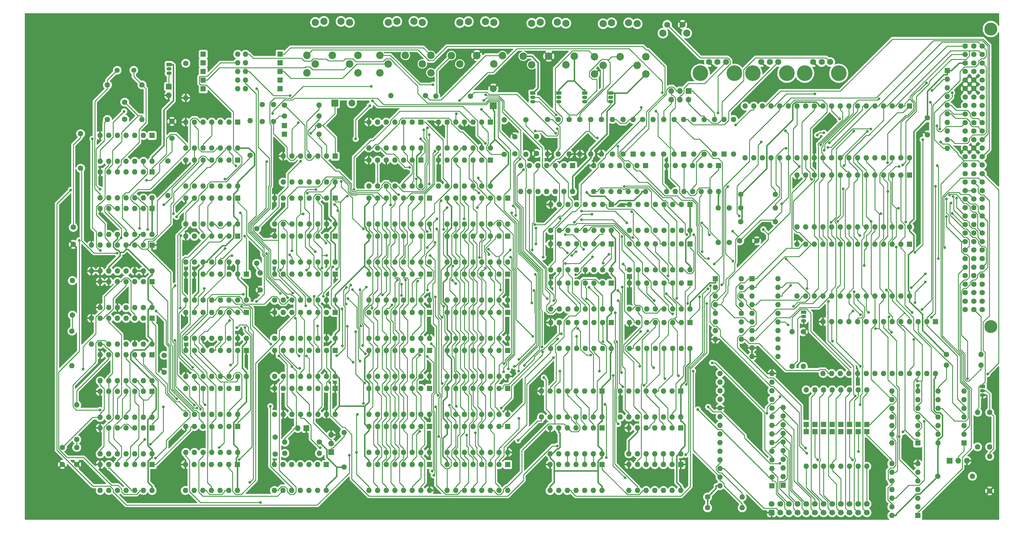
<source format=gbr>
%TF.GenerationSoftware,KiCad,Pcbnew,(6.0.10)*%
%TF.CreationDate,2023-03-26T00:58:32+03:00*%
%TF.ProjectId,delta48m,64656c74-6134-4386-9d2e-6b696361645f,1*%
%TF.SameCoordinates,Original*%
%TF.FileFunction,Copper,L2,Bot*%
%TF.FilePolarity,Positive*%
%FSLAX46Y46*%
G04 Gerber Fmt 4.6, Leading zero omitted, Abs format (unit mm)*
G04 Created by KiCad (PCBNEW (6.0.10)) date 2023-03-26 00:58:32*
%MOMM*%
%LPD*%
G01*
G04 APERTURE LIST*
G04 Aperture macros list*
%AMRoundRect*
0 Rectangle with rounded corners*
0 $1 Rounding radius*
0 $2 $3 $4 $5 $6 $7 $8 $9 X,Y pos of 4 corners*
0 Add a 4 corners polygon primitive as box body*
4,1,4,$2,$3,$4,$5,$6,$7,$8,$9,$2,$3,0*
0 Add four circle primitives for the rounded corners*
1,1,$1+$1,$2,$3*
1,1,$1+$1,$4,$5*
1,1,$1+$1,$6,$7*
1,1,$1+$1,$8,$9*
0 Add four rect primitives between the rounded corners*
20,1,$1+$1,$2,$3,$4,$5,0*
20,1,$1+$1,$4,$5,$6,$7,0*
20,1,$1+$1,$6,$7,$8,$9,0*
20,1,$1+$1,$8,$9,$2,$3,0*%
G04 Aperture macros list end*
%TA.AperFunction,ComponentPad*%
%ADD10R,1.600000X1.600000*%
%TD*%
%TA.AperFunction,ComponentPad*%
%ADD11O,1.600000X1.600000*%
%TD*%
%TA.AperFunction,ComponentPad*%
%ADD12C,1.600000*%
%TD*%
%TA.AperFunction,ComponentPad*%
%ADD13C,2.100000*%
%TD*%
%TA.AperFunction,ComponentPad*%
%ADD14C,2.200000*%
%TD*%
%TA.AperFunction,ComponentPad*%
%ADD15R,1.700000X1.700000*%
%TD*%
%TA.AperFunction,ComponentPad*%
%ADD16O,1.700000X1.700000*%
%TD*%
%TA.AperFunction,ComponentPad*%
%ADD17R,1.500000X1.050000*%
%TD*%
%TA.AperFunction,ComponentPad*%
%ADD18O,1.500000X1.050000*%
%TD*%
%TA.AperFunction,ComponentPad*%
%ADD19C,4.600000*%
%TD*%
%TA.AperFunction,ComponentPad*%
%ADD20C,1.800000*%
%TD*%
%TA.AperFunction,ComponentPad*%
%ADD21C,3.800000*%
%TD*%
%TA.AperFunction,ComponentPad*%
%ADD22C,1.500000*%
%TD*%
%TA.AperFunction,ComponentPad*%
%ADD23C,1.750000*%
%TD*%
%TA.AperFunction,ComponentPad*%
%ADD24R,2.000000X2.000000*%
%TD*%
%TA.AperFunction,ComponentPad*%
%ADD25C,2.000000*%
%TD*%
%TA.AperFunction,ComponentPad*%
%ADD26RoundRect,0.250000X0.600000X-0.600000X0.600000X0.600000X-0.600000X0.600000X-0.600000X-0.600000X0*%
%TD*%
%TA.AperFunction,ComponentPad*%
%ADD27C,1.700000*%
%TD*%
%TA.AperFunction,ViaPad*%
%ADD28C,0.800000*%
%TD*%
%TA.AperFunction,Conductor*%
%ADD29C,0.250000*%
%TD*%
%TA.AperFunction,Conductor*%
%ADD30C,0.400000*%
%TD*%
G04 APERTURE END LIST*
D10*
%TO.P,U11,1*%
%TO.N,unconnected-(U11-Pad1)*%
X132720000Y-103896000D03*
D11*
%TO.P,U11,2*%
%TO.N,unconnected-(U11-Pad2)*%
X130180000Y-103896000D03*
%TO.P,U11,3*%
%TO.N,unconnected-(U11-Pad3)*%
X127640000Y-103896000D03*
%TO.P,U11,4*%
%TO.N,Net-(U11-Pad10)*%
X125100000Y-103896000D03*
%TO.P,U11,5*%
%TO.N,7MHZ*%
X122560000Y-103896000D03*
%TO.P,U11,6*%
%TO.N,Net-(U11-Pad12)*%
X120020000Y-103896000D03*
%TO.P,U11,7,GND*%
%TO.N,GND*%
X117480000Y-103896000D03*
%TO.P,U11,8*%
%TO.N,Net-(U11-Pad8)*%
X117480000Y-111516000D03*
%TO.P,U11,9*%
%TO.N,Net-(U11-Pad9)*%
X120020000Y-111516000D03*
%TO.P,U11,10*%
%TO.N,Net-(U11-Pad10)*%
X122560000Y-111516000D03*
%TO.P,U11,11*%
%TO.N,Net-(U1-Pad5)*%
X125100000Y-111516000D03*
%TO.P,U11,12*%
%TO.N,Net-(U11-Pad12)*%
X127640000Y-111516000D03*
%TO.P,U11,13*%
%TO.N,ZPRGBD*%
X130180000Y-111516000D03*
%TO.P,U11,14,VCC*%
%TO.N,+5V*%
X132720000Y-111516000D03*
%TD*%
D10*
%TO.P,U49,1*%
%TO.N,unconnected-(U49-Pad1)*%
X231018000Y-116723000D03*
D11*
%TO.P,U49,2*%
%TO.N,unconnected-(U49-Pad2)*%
X228478000Y-116723000D03*
%TO.P,U49,3*%
%TO.N,Net-(U10-Pad3)*%
X225938000Y-116723000D03*
%TO.P,U49,4*%
%TO.N,\u0422\u0410\u041A\u0422*%
X223398000Y-116723000D03*
%TO.P,U49,5*%
%TO.N,A14*%
X220858000Y-116723000D03*
%TO.P,U49,6*%
%TO.N,Net-(U29-Pad2)*%
X218318000Y-116723000D03*
%TO.P,U49,7,GND*%
%TO.N,GND*%
X215778000Y-116723000D03*
%TO.P,U49,8*%
%TO.N,Net-(U30-Pad8)*%
X215778000Y-124343000D03*
%TO.P,U49,9*%
%TO.N,VIBOZUL*%
X218318000Y-124343000D03*
%TO.P,U49,10*%
%TO.N,unconnected-(U49-Pad10)*%
X220858000Y-124343000D03*
%TO.P,U49,11*%
%TO.N,unconnected-(U49-Pad11)*%
X223398000Y-124343000D03*
%TO.P,U49,12*%
%TO.N,Net-(U49-Pad12)*%
X225938000Y-124343000D03*
%TO.P,U49,13*%
%TO.N,Net-(U14-Pad3)*%
X228478000Y-124343000D03*
%TO.P,U49,14,VCC*%
%TO.N,+5V*%
X231018000Y-124343000D03*
%TD*%
D12*
%TO.P,R35,1*%
%TO.N,Net-(R35-Pad1)*%
X254635000Y-113284000D03*
D11*
%TO.P,R35,2*%
%TO.N,SYNCRO*%
X254635000Y-103124000D03*
%TD*%
D12*
%TO.P,R53,1*%
%TO.N,Net-(R53-Pad1)*%
X340741000Y-175387000D03*
D11*
%TO.P,R53,2*%
%TO.N,\u0427\u0422\u041F\u0417\u0423L*%
X350901000Y-175387000D03*
%TD*%
D10*
%TO.P,U57,1,Ds*%
%TO.N,unconnected-(U57-Pad1)*%
X239654000Y-193812000D03*
D11*
%TO.P,U57,2,P0*%
%TO.N,BD4*%
X237114000Y-193812000D03*
%TO.P,U57,3,P1*%
%TO.N,BD5*%
X234574000Y-193812000D03*
%TO.P,U57,4,P2*%
%TO.N,BD6*%
X232034000Y-193812000D03*
%TO.P,U57,5,P3*%
%TO.N,BD7*%
X229494000Y-193812000D03*
%TO.P,U57,6,Pe*%
%TO.N,+5V*%
X226954000Y-193812000D03*
%TO.P,U57,7,GND*%
%TO.N,GND*%
X224414000Y-193812000D03*
%TO.P,U57,8,OE*%
%TO.N,+5V*%
X224414000Y-201432000D03*
%TO.P,U57,9,Cp*%
%TO.N,ZPRGBD*%
X226954000Y-201432000D03*
%TO.P,U57,10,Q3*%
%TO.N,Net-(U57-Pad10)*%
X229494000Y-201432000D03*
%TO.P,U57,11,Q2*%
%TO.N,Net-(U57-Pad11)*%
X232034000Y-201432000D03*
%TO.P,U57,12,Q1*%
%TO.N,Net-(U57-Pad12)*%
X234574000Y-201432000D03*
%TO.P,U57,13,Q0*%
%TO.N,Net-(U57-Pad13)*%
X237114000Y-201432000D03*
%TO.P,U57,14,VCC*%
%TO.N,+5V*%
X239654000Y-201432000D03*
%TD*%
D10*
%TO.P,U27,1,OEa*%
%TO.N,GND*%
X161300000Y-182208100D03*
D11*
%TO.P,U27,2,A1*%
%TO.N,OZUMPN*%
X158760000Y-182208100D03*
%TO.P,U27,3,I3a*%
%TO.N,Net-(JP3-Pad2)*%
X156220000Y-182208100D03*
%TO.P,U27,4,I2a*%
X153680000Y-182208100D03*
%TO.P,U27,5,I1a*%
X151140000Y-182208100D03*
%TO.P,U27,6,I0a*%
X148600000Y-182208100D03*
%TO.P,U27,7,Za*%
%TO.N,ADR7*%
X146060000Y-182208100D03*
%TO.P,U27,8,GND*%
%TO.N,GND*%
X143520000Y-182208100D03*
%TO.P,U27,9,Zb*%
%TO.N,ADR6*%
X143520000Y-189828100D03*
%TO.P,U27,10,I0b*%
%TO.N,GND*%
X146060000Y-189828100D03*
%TO.P,U27,11,I1b*%
%TO.N,BA6*%
X148600000Y-189828100D03*
%TO.P,U27,12,I2b*%
%TO.N,A13*%
X151140000Y-189828100D03*
%TO.P,U27,13,I3b*%
%TO.N,A6*%
X153680000Y-189828100D03*
%TO.P,U27,14,A0*%
%TO.N,BMX*%
X156220000Y-189828100D03*
%TO.P,U27,15,OEb*%
%TO.N,GND*%
X158760000Y-189828100D03*
%TO.P,U27,16,VCC*%
%TO.N,+5V*%
X161300000Y-189828100D03*
%TD*%
D10*
%TO.P,U36,1,NC*%
%TO.N,unconnected-(U36-Pad1)*%
X188991000Y-182208100D03*
D11*
%TO.P,U36,2,Din*%
%TO.N,D5*%
X186451000Y-182208100D03*
%TO.P,U36,3,~{WRITE}*%
%TO.N,WEL*%
X183911000Y-182208100D03*
%TO.P,U36,4,~{RAS}*%
%TO.N,RASL*%
X181371000Y-182208100D03*
%TO.P,U36,5,A0*%
%TO.N,MUX1_Y1*%
X178831000Y-182208100D03*
%TO.P,U36,6,A2*%
%TO.N,MUX1_Y3*%
X176291000Y-182208100D03*
%TO.P,U36,7,A1*%
%TO.N,MUX1_Y2*%
X173751000Y-182208100D03*
%TO.P,U36,8,Vcc*%
%TO.N,+5V*%
X171211000Y-182208100D03*
%TO.P,U36,9,A7*%
%TO.N,MUX2_Y4*%
X171211000Y-189828100D03*
%TO.P,U36,10,A5*%
%TO.N,MUX2_Y2*%
X173751000Y-189828100D03*
%TO.P,U36,11,A4*%
%TO.N,MUX2_Y1*%
X176291000Y-189828100D03*
%TO.P,U36,12,A3*%
%TO.N,MUX1_Y4*%
X178831000Y-189828100D03*
%TO.P,U36,13,A6*%
%TO.N,MUX2_Y3*%
X181371000Y-189828100D03*
%TO.P,U36,14,Dout*%
%TO.N,D5*%
X183911000Y-189828100D03*
%TO.P,U36,15,~{CAS}*%
%TO.N,CASL*%
X186451000Y-189828100D03*
%TO.P,U36,16,Vss*%
%TO.N,GND*%
X188991000Y-189828100D03*
%TD*%
D13*
%TO.P,J3,*%
%TO.N,*%
X197928000Y-74638000D03*
X200428000Y-74338000D03*
X207928000Y-74638000D03*
X205428000Y-74338000D03*
D14*
%TO.P,J3,1*%
%TO.N,MAG_OUT*%
X195428000Y-84338000D03*
%TO.P,J3,2*%
%TO.N,GND*%
X202928000Y-84338000D03*
%TO.P,J3,3*%
%TO.N,MAG_IN*%
X210428000Y-84338000D03*
%TO.P,J3,4*%
%TO.N,AUDIO*%
X197928000Y-86838000D03*
%TO.P,J3,5*%
%TO.N,unconnected-(J3-Pad5)*%
X207928000Y-86838000D03*
%TD*%
D13*
%TO.P,J6,*%
%TO.N,*%
X158028000Y-74288000D03*
X163028000Y-74288000D03*
X155528000Y-74588000D03*
X165528000Y-74588000D03*
D14*
%TO.P,J6,1*%
%TO.N,Contact1*%
X153028000Y-84288000D03*
%TO.P,J6,2*%
%TO.N,Left1*%
X160528000Y-84288000D03*
%TO.P,J6,3*%
%TO.N,Right1*%
X168028000Y-84288000D03*
%TO.P,J6,4*%
%TO.N,Down1*%
X155528000Y-86788000D03*
%TO.P,J6,5*%
%TO.N,Up1*%
X165528000Y-86788000D03*
%TO.P,J6,6*%
%TO.N,Fire1*%
X153028000Y-89388000D03*
%TO.P,J6,7*%
%TO.N,unconnected-(J6-Pad7)*%
X168028000Y-89388000D03*
%TD*%
D10*
%TO.P,U3,1,~{R}*%
%TO.N,+5V*%
X107584000Y-129333000D03*
D11*
%TO.P,U3,2,D*%
%TO.N,7MHZ*%
X105044000Y-129333000D03*
%TO.P,U3,3,C*%
%TO.N,Net-(R1-Pad2)*%
X102504000Y-129333000D03*
%TO.P,U3,4,~{S}*%
%TO.N,+5V*%
X99964000Y-129333000D03*
%TO.P,U3,5,Q*%
%TO.N,Net-(U20-Pad3)*%
X97424000Y-129333000D03*
%TO.P,U3,6,~{Q}*%
%TO.N,7MHZ*%
X94884000Y-129333000D03*
%TO.P,U3,7,GND*%
%TO.N,GND*%
X92344000Y-129333000D03*
%TO.P,U3,8,~{Q}*%
%TO.N,ZPRGBD*%
X92344000Y-136953000D03*
%TO.P,U3,9,Q*%
%TO.N,unconnected-(U3-Pad9)*%
X94884000Y-136953000D03*
%TO.P,U3,10,~{S}*%
%TO.N,+5V*%
X97424000Y-136953000D03*
%TO.P,U3,11,C*%
%TO.N,7MHZ*%
X99964000Y-136953000D03*
%TO.P,U3,12,D*%
%TO.N,Net-(U1-Pad13)*%
X102504000Y-136953000D03*
%TO.P,U3,13,~{R}*%
%TO.N,+5V*%
X105044000Y-136953000D03*
%TO.P,U3,14,VCC*%
X107584000Y-136953000D03*
%TD*%
D15*
%TO.P,LS1,1,1*%
%TO.N,AUDIO*%
X112522000Y-93467000D03*
D16*
%TO.P,LS1,2,2*%
%TO.N,GND*%
X112522000Y-96007000D03*
%TD*%
D10*
%TO.P,U43,1,NC*%
%TO.N,unconnected-(U43-Pad1)*%
X211963000Y-148645800D03*
D11*
%TO.P,U43,2,Din*%
%TO.N,D2*%
X209423000Y-148645800D03*
%TO.P,U43,3,~{WRITE}*%
%TO.N,BWEL*%
X206883000Y-148645800D03*
%TO.P,U43,4,~{RAS}*%
%TO.N,BRASL*%
X204343000Y-148645800D03*
%TO.P,U43,5,A0*%
%TO.N,ADR0*%
X201803000Y-148645800D03*
%TO.P,U43,6,A2*%
%TO.N,ADR2*%
X199263000Y-148645800D03*
%TO.P,U43,7,A1*%
%TO.N,ADR1*%
X196723000Y-148645800D03*
%TO.P,U43,8,Vcc*%
%TO.N,+5V*%
X194183000Y-148645800D03*
%TO.P,U43,9,A7*%
%TO.N,ADR7*%
X194183000Y-156265800D03*
%TO.P,U43,10,A5*%
%TO.N,ADR5*%
X196723000Y-156265800D03*
%TO.P,U43,11,A4*%
%TO.N,ADR4*%
X199263000Y-156265800D03*
%TO.P,U43,12,A3*%
%TO.N,ADR3*%
X201803000Y-156265800D03*
%TO.P,U43,13,A6*%
%TO.N,ADR6*%
X204343000Y-156265800D03*
%TO.P,U43,14,Dout*%
%TO.N,BD2*%
X206883000Y-156265800D03*
%TO.P,U43,15,~{CAS}*%
%TO.N,BCASL*%
X209423000Y-156265800D03*
%TO.P,U43,16,Vss*%
%TO.N,GND*%
X211963000Y-156265800D03*
%TD*%
D12*
%TO.P,R5,1*%
%TO.N,BA2*%
X84201000Y-160655000D03*
D11*
%TO.P,R5,2*%
%TO.N,Net-(R5-Pad2)*%
X84201000Y-150495000D03*
%TD*%
D10*
%TO.P,U48,1,NC*%
%TO.N,unconnected-(U48-Pad1)*%
X211963000Y-204597000D03*
D11*
%TO.P,U48,2,Din*%
%TO.N,D7*%
X209423000Y-204597000D03*
%TO.P,U48,3,~{WRITE}*%
%TO.N,BWEL*%
X206883000Y-204597000D03*
%TO.P,U48,4,~{RAS}*%
%TO.N,BRASL*%
X204343000Y-204597000D03*
%TO.P,U48,5,A0*%
%TO.N,ADR0*%
X201803000Y-204597000D03*
%TO.P,U48,6,A2*%
%TO.N,ADR2*%
X199263000Y-204597000D03*
%TO.P,U48,7,A1*%
%TO.N,ADR1*%
X196723000Y-204597000D03*
%TO.P,U48,8,Vcc*%
%TO.N,+5V*%
X194183000Y-204597000D03*
%TO.P,U48,9,A7*%
%TO.N,ADR7*%
X194183000Y-212217000D03*
%TO.P,U48,10,A5*%
%TO.N,ADR5*%
X196723000Y-212217000D03*
%TO.P,U48,11,A4*%
%TO.N,ADR4*%
X199263000Y-212217000D03*
%TO.P,U48,12,A3*%
%TO.N,ADR3*%
X201803000Y-212217000D03*
%TO.P,U48,13,A6*%
%TO.N,ADR6*%
X204343000Y-212217000D03*
%TO.P,U48,14,Dout*%
%TO.N,BD7*%
X206883000Y-212217000D03*
%TO.P,U48,15,~{CAS}*%
%TO.N,BCASL*%
X209423000Y-212217000D03*
%TO.P,U48,16,Vss*%
%TO.N,GND*%
X211963000Y-212217000D03*
%TD*%
D10*
%TO.P,U64,1,Ds*%
%TO.N,unconnected-(U64-Pad1)*%
X262768000Y-193812000D03*
D11*
%TO.P,U64,2,P0*%
%TO.N,BD0*%
X260228000Y-193812000D03*
%TO.P,U64,3,P1*%
%TO.N,BD1*%
X257688000Y-193812000D03*
%TO.P,U64,4,P2*%
%TO.N,BD2*%
X255148000Y-193812000D03*
%TO.P,U64,5,P3*%
%TO.N,BD3*%
X252608000Y-193812000D03*
%TO.P,U64,6,Pe*%
%TO.N,+5V*%
X250068000Y-193812000D03*
%TO.P,U64,7,GND*%
%TO.N,GND*%
X247528000Y-193812000D03*
%TO.P,U64,8,OE*%
%TO.N,+5V*%
X247528000Y-201432000D03*
%TO.P,U64,9,Cp*%
%TO.N,ZPRGBD*%
X250068000Y-201432000D03*
%TO.P,U64,10,Q3*%
%TO.N,Net-(U64-Pad10)*%
X252608000Y-201432000D03*
%TO.P,U64,11,Q2*%
%TO.N,Net-(U64-Pad11)*%
X255148000Y-201432000D03*
%TO.P,U64,12,Q1*%
%TO.N,Net-(U64-Pad12)*%
X257688000Y-201432000D03*
%TO.P,U64,13,Q0*%
%TO.N,Net-(U64-Pad13)*%
X260228000Y-201432000D03*
%TO.P,U64,14,VCC*%
%TO.N,+5V*%
X262768000Y-201432000D03*
%TD*%
D12*
%TO.P,R54,1*%
%TO.N,+5V*%
X349885000Y-199390000D03*
D11*
%TO.P,R54,2*%
%TO.N,STROBL*%
X349885000Y-189230000D03*
%TD*%
D15*
%TO.P,JP1,1,A*%
%TO.N,Net-(JP1-Pad1)*%
X160147000Y-200899000D03*
D16*
%TO.P,JP1,2,C*%
%TO.N,Net-(JP1-Pad2)*%
X160147000Y-198359000D03*
%TO.P,JP1,3,B*%
%TO.N,GND*%
X160147000Y-195819000D03*
%TD*%
D17*
%TO.P,Q3,1,C*%
%TO.N,+5V*%
X219350000Y-95377000D03*
D18*
%TO.P,Q3,2,B*%
%TO.N,SYNCRO*%
X219350000Y-96647000D03*
%TO.P,Q3,3,E*%
%TO.N,Net-(Q3-Pad3)*%
X219350000Y-97917000D03*
%TD*%
D12*
%TO.P,R56,1*%
%TO.N,GND*%
X353441000Y-212344000D03*
D11*
%TO.P,R56,2*%
%TO.N,Net-(Q7-Pad2)*%
X353441000Y-202184000D03*
%TD*%
D10*
%TO.P,U23,1,OEa*%
%TO.N,GND*%
X161300000Y-137458300D03*
D11*
%TO.P,U23,2,A1*%
%TO.N,OZUMPN*%
X158760000Y-137458300D03*
%TO.P,U23,3,I3a*%
%TO.N,A0*%
X156220000Y-137458300D03*
%TO.P,U23,4,I2a*%
%TO.N,A7*%
X153680000Y-137458300D03*
%TO.P,U23,5,I1a*%
%TO.N,BA0*%
X151140000Y-137458300D03*
%TO.P,U23,6,I0a*%
%TO.N,BA7*%
X148600000Y-137458300D03*
%TO.P,U23,7,Za*%
%TO.N,ADR0*%
X146060000Y-137458300D03*
%TO.P,U23,8,GND*%
%TO.N,GND*%
X143520000Y-137458300D03*
%TO.P,U23,9,Zb*%
%TO.N,ADR1*%
X143520000Y-145078300D03*
%TO.P,U23,10,I0b*%
%TO.N,BA8*%
X146060000Y-145078300D03*
%TO.P,U23,11,I1b*%
%TO.N,BA1*%
X148600000Y-145078300D03*
%TO.P,U23,12,I2b*%
%TO.N,A8*%
X151140000Y-145078300D03*
%TO.P,U23,13,I3b*%
%TO.N,A1*%
X153680000Y-145078300D03*
%TO.P,U23,14,A0*%
%TO.N,BMX*%
X156220000Y-145078300D03*
%TO.P,U23,15,OEb*%
%TO.N,GND*%
X158760000Y-145078300D03*
%TO.P,U23,16,VCC*%
%TO.N,+5V*%
X161300000Y-145078300D03*
%TD*%
D10*
%TO.P,U33,1,NC*%
%TO.N,unconnected-(U33-Pad1)*%
X188991000Y-148645800D03*
D11*
%TO.P,U33,2,Din*%
%TO.N,D2*%
X186451000Y-148645800D03*
%TO.P,U33,3,~{WRITE}*%
%TO.N,WEL*%
X183911000Y-148645800D03*
%TO.P,U33,4,~{RAS}*%
%TO.N,RASL*%
X181371000Y-148645800D03*
%TO.P,U33,5,A0*%
%TO.N,MUX1_Y1*%
X178831000Y-148645800D03*
%TO.P,U33,6,A2*%
%TO.N,MUX1_Y3*%
X176291000Y-148645800D03*
%TO.P,U33,7,A1*%
%TO.N,MUX1_Y2*%
X173751000Y-148645800D03*
%TO.P,U33,8,Vcc*%
%TO.N,+5V*%
X171211000Y-148645800D03*
%TO.P,U33,9,A7*%
%TO.N,MUX2_Y4*%
X171211000Y-156265800D03*
%TO.P,U33,10,A5*%
%TO.N,MUX2_Y2*%
X173751000Y-156265800D03*
%TO.P,U33,11,A4*%
%TO.N,MUX2_Y1*%
X176291000Y-156265800D03*
%TO.P,U33,12,A3*%
%TO.N,MUX1_Y4*%
X178831000Y-156265800D03*
%TO.P,U33,13,A6*%
%TO.N,MUX2_Y3*%
X181371000Y-156265800D03*
%TO.P,U33,14,Dout*%
%TO.N,D2*%
X183911000Y-156265800D03*
%TO.P,U33,15,~{CAS}*%
%TO.N,CASL*%
X186451000Y-156265800D03*
%TO.P,U33,16,Vss*%
%TO.N,GND*%
X188991000Y-156265800D03*
%TD*%
D12*
%TO.P,C10,1*%
%TO.N,Net-(C10-Pad1)*%
X143256000Y-98719000D03*
%TO.P,C10,2*%
%TO.N,Net-(C10-Pad2)*%
X143256000Y-103719000D03*
%TD*%
D10*
%TO.P,U38,1,NC*%
%TO.N,unconnected-(U38-Pad1)*%
X188991000Y-204583000D03*
D11*
%TO.P,U38,2,Din*%
%TO.N,D7*%
X186451000Y-204583000D03*
%TO.P,U38,3,~{WRITE}*%
%TO.N,WEL*%
X183911000Y-204583000D03*
%TO.P,U38,4,~{RAS}*%
%TO.N,RASL*%
X181371000Y-204583000D03*
%TO.P,U38,5,A0*%
%TO.N,MUX1_Y1*%
X178831000Y-204583000D03*
%TO.P,U38,6,A2*%
%TO.N,MUX1_Y3*%
X176291000Y-204583000D03*
%TO.P,U38,7,A1*%
%TO.N,MUX1_Y2*%
X173751000Y-204583000D03*
%TO.P,U38,8,Vcc*%
%TO.N,+5V*%
X171211000Y-204583000D03*
%TO.P,U38,9,A7*%
%TO.N,MUX2_Y4*%
X171211000Y-212203000D03*
%TO.P,U38,10,A5*%
%TO.N,MUX2_Y2*%
X173751000Y-212203000D03*
%TO.P,U38,11,A4*%
%TO.N,MUX2_Y1*%
X176291000Y-212203000D03*
%TO.P,U38,12,A3*%
%TO.N,MUX1_Y4*%
X178831000Y-212203000D03*
%TO.P,U38,13,A6*%
%TO.N,MUX2_Y3*%
X181371000Y-212203000D03*
%TO.P,U38,14,Dout*%
%TO.N,D7*%
X183911000Y-212203000D03*
%TO.P,U38,15,~{CAS}*%
%TO.N,CASL*%
X186451000Y-212203000D03*
%TO.P,U38,16,Vss*%
%TO.N,GND*%
X188991000Y-212203000D03*
%TD*%
D12*
%TO.P,R46,1*%
%TO.N,Net-(R45-Pad1)*%
X276987000Y-139304500D03*
D11*
%TO.P,R46,2*%
%TO.N,+5V*%
X276987000Y-129144500D03*
%TD*%
D10*
%TO.P,U59,1,~{Mr}*%
%TO.N,+5V*%
X265440000Y-128153000D03*
D11*
%TO.P,U59,2,Q0*%
%TO.N,Net-(R21-Pad1)*%
X262900000Y-128153000D03*
%TO.P,U59,3,~{Q0}*%
%TO.N,unconnected-(U59-Pad3)*%
X260360000Y-128153000D03*
%TO.P,U59,4,D0*%
%TO.N,D3*%
X257820000Y-128153000D03*
%TO.P,U59,5,D3*%
%TO.N,unconnected-(U59-Pad5)*%
X255280000Y-128153000D03*
%TO.P,U59,6,~{Q1}*%
%TO.N,unconnected-(U59-Pad6)*%
X252740000Y-128153000D03*
%TO.P,U59,7,Q1*%
%TO.N,unconnected-(U59-Pad7)*%
X250200000Y-128153000D03*
%TO.P,U59,8,GND*%
%TO.N,GND*%
X247660000Y-128153000D03*
%TO.P,U59,9,Cp*%
%TO.N,ZPRG+*%
X247660000Y-135773000D03*
%TO.P,U59,10,Q2*%
%TO.N,unconnected-(U59-Pad10)*%
X250200000Y-135773000D03*
%TO.P,U59,11,~{Q2}*%
%TO.N,unconnected-(U59-Pad11)*%
X252740000Y-135773000D03*
%TO.P,U59,12,D1*%
%TO.N,unconnected-(U59-Pad12)*%
X255280000Y-135773000D03*
%TO.P,U59,13,D2*%
%TO.N,unconnected-(U59-Pad13)*%
X257820000Y-135773000D03*
%TO.P,U59,14,~{Q3}*%
%TO.N,unconnected-(U59-Pad14)*%
X260360000Y-135773000D03*
%TO.P,U59,15,Q3*%
%TO.N,unconnected-(U59-Pad15)*%
X262900000Y-135773000D03*
%TO.P,U59,16,VCC*%
%TO.N,+5V*%
X265440000Y-135773000D03*
%TD*%
D19*
%TO.P,RV42,*%
%TO.N,*%
X293900000Y-89546000D03*
X283900000Y-89546000D03*
D20*
%TO.P,RV42,1,1*%
%TO.N,YR*%
X291400000Y-86246000D03*
%TO.P,RV42,2,2*%
%TO.N,Net-(Q6-Pad2)*%
X288900000Y-86246000D03*
%TO.P,RV42,3,3*%
%TO.N,GND*%
X286400000Y-86246000D03*
%TD*%
D12*
%TO.P,R51,1*%
%TO.N,Net-(Q8-Pad2)*%
X295423000Y-175720500D03*
D11*
%TO.P,R51,2*%
%TO.N,Net-(R51-Pad2)*%
X295423000Y-165560500D03*
%TD*%
D10*
%TO.P,U7,1*%
%TO.N,Net-(C3-Pad2)*%
X107584000Y-172333000D03*
D11*
%TO.P,U7,2*%
%TO.N,Net-(U18-Pad8)*%
X105044000Y-172333000D03*
%TO.P,U7,3*%
%TO.N,Net-(U6-Pad2)*%
X102504000Y-172333000D03*
%TO.P,U7,4*%
%TO.N,Net-(U7-Pad4)*%
X99964000Y-172333000D03*
%TO.P,U7,5*%
X97424000Y-172333000D03*
%TO.P,U7,6*%
%TO.N,Net-(R6-Pad2)*%
X94884000Y-172333000D03*
%TO.P,U7,7,GND*%
%TO.N,GND*%
X92344000Y-172333000D03*
%TO.P,U7,8*%
%TO.N,Net-(C4-Pad2)*%
X92344000Y-179953000D03*
%TO.P,U7,9*%
%TO.N,Net-(U6-Pad10)*%
X94884000Y-179953000D03*
%TO.P,U7,10*%
%TO.N,Net-(U7-Pad10)*%
X97424000Y-179953000D03*
%TO.P,U7,11*%
%TO.N,Net-(U7-Pad11)*%
X99964000Y-179953000D03*
%TO.P,U7,12*%
%TO.N,Net-(U7-Pad12)*%
X102504000Y-179953000D03*
%TO.P,U7,13*%
%TO.N,Net-(U18-Pad4)*%
X105044000Y-179953000D03*
%TO.P,U7,14,VCC*%
%TO.N,+5V*%
X107584000Y-179953000D03*
%TD*%
D10*
%TO.P,U30,1*%
%TO.N,Net-(U29-Pad10)*%
X186441000Y-115083400D03*
D11*
%TO.P,U30,2*%
%TO.N,OZUMPN*%
X183901000Y-115083400D03*
%TO.P,U30,3*%
%TO.N,VIBOZUL*%
X181361000Y-115083400D03*
%TO.P,U30,4*%
%TO.N,Net-(U30-Pad4)*%
X178821000Y-115083400D03*
%TO.P,U30,5*%
%TO.N,GND*%
X176281000Y-115083400D03*
%TO.P,U30,6*%
%TO.N,\u0417\u041FL*%
X173741000Y-115083400D03*
%TO.P,U30,7,GND*%
%TO.N,GND*%
X171201000Y-115083400D03*
%TO.P,U30,8*%
%TO.N,Net-(U30-Pad8)*%
X171201000Y-122703400D03*
%TO.P,U30,9*%
%TO.N,\u0417\u041FL*%
X173741000Y-122703400D03*
%TO.P,U30,10*%
%TO.N,ZPRG+*%
X176281000Y-122703400D03*
%TO.P,U30,11*%
%TO.N,\u041E\u0417\u0423L*%
X178821000Y-122703400D03*
%TO.P,U30,12*%
%TO.N,Net-(U29-Pad12)*%
X181361000Y-122703400D03*
%TO.P,U30,13*%
%TO.N,OZUMPN*%
X183901000Y-122703400D03*
%TO.P,U30,14,VCC*%
%TO.N,+5V*%
X186441000Y-122703400D03*
%TD*%
D10*
%TO.P,D26,1,K*%
%TO.N,Contact2*%
X309753000Y-192786000D03*
D11*
%TO.P,D26,2,A*%
%TO.N,KBD18*%
X309753000Y-182626000D03*
%TD*%
D10*
%TO.P,D1,1,K*%
%TO.N,Right1*%
X122589000Y-83947000D03*
D11*
%TO.P,D1,2,A*%
%TO.N,JOY4*%
X132749000Y-83947000D03*
%TD*%
D10*
%TO.P,U47,1,NC*%
%TO.N,unconnected-(U47-Pad1)*%
X211963000Y-193395600D03*
D11*
%TO.P,U47,2,Din*%
%TO.N,D6*%
X209423000Y-193395600D03*
%TO.P,U47,3,~{WRITE}*%
%TO.N,BWEL*%
X206883000Y-193395600D03*
%TO.P,U47,4,~{RAS}*%
%TO.N,BRASL*%
X204343000Y-193395600D03*
%TO.P,U47,5,A0*%
%TO.N,ADR0*%
X201803000Y-193395600D03*
%TO.P,U47,6,A2*%
%TO.N,ADR2*%
X199263000Y-193395600D03*
%TO.P,U47,7,A1*%
%TO.N,ADR1*%
X196723000Y-193395600D03*
%TO.P,U47,8,Vcc*%
%TO.N,+5V*%
X194183000Y-193395600D03*
%TO.P,U47,9,A7*%
%TO.N,ADR7*%
X194183000Y-201015600D03*
%TO.P,U47,10,A5*%
%TO.N,ADR5*%
X196723000Y-201015600D03*
%TO.P,U47,11,A4*%
%TO.N,ADR4*%
X199263000Y-201015600D03*
%TO.P,U47,12,A3*%
%TO.N,ADR3*%
X201803000Y-201015600D03*
%TO.P,U47,13,A6*%
%TO.N,ADR6*%
X204343000Y-201015600D03*
%TO.P,U47,14,Dout*%
%TO.N,BD6*%
X206883000Y-201015600D03*
%TO.P,U47,15,~{CAS}*%
%TO.N,BCASL*%
X209423000Y-201015600D03*
%TO.P,U47,16,Vss*%
%TO.N,GND*%
X211963000Y-201015600D03*
%TD*%
D12*
%TO.P,R8,1*%
%TO.N,Net-(R8-Pad1)*%
X86614000Y-117475000D03*
D11*
%TO.P,R8,2*%
%TO.N,Net-(C32-Pad2)*%
X86614000Y-107315000D03*
%TD*%
D12*
%TO.P,R41,1*%
%TO.N,Net-(R34-Pad1)*%
X278257000Y-103124000D03*
D11*
%TO.P,R41,2*%
%TO.N,Net-(D13-Pad1)*%
X278257000Y-113284000D03*
%TD*%
D10*
%TO.P,U52,1,~{Mr}*%
%TO.N,+5V*%
X242326000Y-128153000D03*
D11*
%TO.P,U52,2,Q0*%
%TO.N,Net-(U52-Pad2)*%
X239786000Y-128153000D03*
%TO.P,U52,3,~{Q0}*%
%TO.N,unconnected-(U52-Pad3)*%
X237246000Y-128153000D03*
%TO.P,U52,4,D0*%
%TO.N,D0*%
X234706000Y-128153000D03*
%TO.P,U52,5,D3*%
%TO.N,D4*%
X232166000Y-128153000D03*
%TO.P,U52,6,~{Q1}*%
%TO.N,unconnected-(U52-Pad6)*%
X229626000Y-128153000D03*
%TO.P,U52,7,Q1*%
%TO.N,UZVUK*%
X227086000Y-128153000D03*
%TO.P,U52,8,GND*%
%TO.N,GND*%
X224546000Y-128153000D03*
%TO.P,U52,9,Cp*%
%TO.N,ZPRG+*%
X224546000Y-135773000D03*
%TO.P,U52,10,Q2*%
%TO.N,Net-(U52-Pad10)*%
X227086000Y-135773000D03*
%TO.P,U52,11,~{Q2}*%
%TO.N,unconnected-(U52-Pad11)*%
X229626000Y-135773000D03*
%TO.P,U52,12,D1*%
%TO.N,D1*%
X232166000Y-135773000D03*
%TO.P,U52,13,D2*%
%TO.N,D2*%
X234706000Y-135773000D03*
%TO.P,U52,14,~{Q3}*%
%TO.N,unconnected-(U52-Pad14)*%
X237246000Y-135773000D03*
%TO.P,U52,15,Q3*%
%TO.N,Net-(U52-Pad15)*%
X239786000Y-135773000D03*
%TO.P,U52,16,VCC*%
%TO.N,+5V*%
X242326000Y-135773000D03*
%TD*%
D12*
%TO.P,R15,1*%
%TO.N,\u0422\u0410\u041A\u0422*%
X236347000Y-103124000D03*
D11*
%TO.P,R15,2*%
%TO.N,+5V*%
X236347000Y-113284000D03*
%TD*%
D15*
%TO.P,JP3,1,A*%
%TO.N,GND*%
X152908000Y-193929000D03*
D16*
%TO.P,JP3,2,B*%
%TO.N,Net-(JP3-Pad2)*%
X150368000Y-193929000D03*
%TD*%
D10*
%TO.P,D23,1,K*%
%TO.N,RA8*%
X302133000Y-192786000D03*
D11*
%TO.P,D23,2,A*%
%TO.N,KBD14*%
X302133000Y-182626000D03*
%TD*%
D10*
%TO.P,U39,1*%
%TO.N,Net-(U39-Pad1)*%
X206888000Y-103896000D03*
D11*
%TO.P,U39,2*%
%TO.N,Net-(C21-Pad1)*%
X204348000Y-103896000D03*
%TO.P,U39,3*%
%TO.N,MUX_S*%
X201808000Y-103896000D03*
%TO.P,U39,4*%
%TO.N,GND*%
X199268000Y-103896000D03*
%TO.P,U39,5*%
%TO.N,\u041E\u0417\u0423L*%
X196728000Y-103896000D03*
%TO.P,U39,6*%
%TO.N,RASL*%
X194188000Y-103896000D03*
%TO.P,U39,7,GND*%
%TO.N,GND*%
X191648000Y-103896000D03*
%TO.P,U39,8*%
%TO.N,CASL*%
X191648000Y-111516000D03*
%TO.P,U39,9*%
%TO.N,RASL*%
X194188000Y-111516000D03*
%TO.P,U39,10*%
%TO.N,Net-(C22-Pad1)*%
X196728000Y-111516000D03*
%TO.P,U39,11*%
%TO.N,WEL*%
X199268000Y-111516000D03*
%TO.P,U39,12*%
%TO.N,\u0417\u041FL*%
X201808000Y-111516000D03*
%TO.P,U39,13*%
%TO.N,GND*%
X204348000Y-111516000D03*
%TO.P,U39,14,VCC*%
%TO.N,+5V*%
X206888000Y-111516000D03*
%TD*%
D12*
%TO.P,C22,1*%
%TO.N,Net-(C22-Pad1)*%
X220472000Y-108125200D03*
%TO.P,C22,2*%
%TO.N,GND*%
X220472000Y-113125200D03*
%TD*%
D10*
%TO.P,D9,1,K*%
%TO.N,Up2*%
X145161000Y-91567000D03*
D11*
%TO.P,D9,2,A*%
%TO.N,JOY6*%
X135001000Y-91567000D03*
%TD*%
D12*
%TO.P,C25,1*%
%TO.N,\u0421\u0411\u0420\u041E\u0421L*%
X280075000Y-138811000D03*
%TO.P,C25,2*%
%TO.N,GND*%
X285075000Y-138811000D03*
%TD*%
D10*
%TO.P,U10,1*%
%TO.N,Net-(U10-Pad1)*%
X107584000Y-204583000D03*
D11*
%TO.P,U10,2*%
%TO.N,Net-(U10-Pad2)*%
X105044000Y-204583000D03*
%TO.P,U10,3*%
%TO.N,Net-(U10-Pad3)*%
X102504000Y-204583000D03*
%TO.P,U10,4*%
%TO.N,Net-(U10-Pad4)*%
X99964000Y-204583000D03*
%TO.P,U10,5*%
%TO.N,Net-(U10-Pad5)*%
X97424000Y-204583000D03*
%TO.P,U10,6*%
%TO.N,Net-(U10-Pad12)*%
X94884000Y-204583000D03*
%TO.P,U10,7,GND*%
%TO.N,GND*%
X92344000Y-204583000D03*
%TO.P,U10,8*%
%TO.N,unconnected-(U10-Pad8)*%
X92344000Y-212203000D03*
%TO.P,U10,9*%
%TO.N,unconnected-(U10-Pad9)*%
X94884000Y-212203000D03*
%TO.P,U10,10*%
%TO.N,unconnected-(U10-Pad10)*%
X97424000Y-212203000D03*
%TO.P,U10,11*%
%TO.N,Net-(U10-Pad11)*%
X99964000Y-212203000D03*
%TO.P,U10,12*%
%TO.N,Net-(U10-Pad12)*%
X102504000Y-212203000D03*
%TO.P,U10,13*%
%TO.N,Net-(U10-Pad13)*%
X105044000Y-212203000D03*
%TO.P,U10,14,VCC*%
%TO.N,+5V*%
X107584000Y-212203000D03*
%TD*%
D10*
%TO.P,U61,1,I1b*%
%TO.N,Net-(U61-Pad1)*%
X265440000Y-151267000D03*
D11*
%TO.P,U61,2,I1a*%
%TO.N,Net-(U61-Pad2)*%
X262900000Y-151267000D03*
%TO.P,U61,3,I0a*%
%TO.N,Net-(U60-Pad6)*%
X260360000Y-151267000D03*
%TO.P,U61,4,I0b*%
%TO.N,Net-(U60-Pad5)*%
X257820000Y-151267000D03*
%TO.P,U61,5,I1c*%
%TO.N,Net-(U61-Pad5)*%
X255280000Y-151267000D03*
%TO.P,U61,6,I1d*%
%TO.N,Net-(U61-Pad6)*%
X252740000Y-151267000D03*
%TO.P,U61,7,I0d*%
%TO.N,Net-(U60-Pad10)*%
X250200000Y-151267000D03*
%TO.P,U61,8,GND*%
%TO.N,GND*%
X247660000Y-151267000D03*
%TO.P,U61,9,I0c*%
%TO.N,Net-(U53-Pad6)*%
X247660000Y-158887000D03*
%TO.P,U61,10,S*%
%TO.N,ZPVDN*%
X250200000Y-158887000D03*
%TO.P,U61,11,Cp*%
%TO.N,7MHZ*%
X252740000Y-158887000D03*
%TO.P,U61,12,Qd*%
%TO.N,Net-(U60-Pad10)*%
X255280000Y-158887000D03*
%TO.P,U61,13,Qc*%
%TO.N,Net-(U53-Pad6)*%
X257820000Y-158887000D03*
%TO.P,U61,14,Qb*%
%TO.N,Net-(U60-Pad5)*%
X260360000Y-158887000D03*
%TO.P,U61,15,Qa*%
%TO.N,Net-(U60-Pad6)*%
X262900000Y-158887000D03*
%TO.P,U61,16,VCC*%
%TO.N,+5V*%
X265440000Y-158887000D03*
%TD*%
D10*
%TO.P,U29,1*%
%TO.N,A15*%
X186441000Y-103896000D03*
D11*
%TO.P,U29,2*%
%TO.N,Net-(U29-Pad2)*%
X183901000Y-103896000D03*
%TO.P,U29,3*%
%TO.N,Net-(U29-Pad12)*%
X181361000Y-103896000D03*
%TO.P,U29,4*%
%TO.N,unconnected-(U29-Pad4)*%
X178821000Y-103896000D03*
%TO.P,U29,5*%
%TO.N,unconnected-(U29-Pad5)*%
X176281000Y-103896000D03*
%TO.P,U29,6*%
%TO.N,unconnected-(U29-Pad6)*%
X173741000Y-103896000D03*
%TO.P,U29,7,GND*%
%TO.N,GND*%
X171201000Y-103896000D03*
%TO.P,U29,8*%
%TO.N,CHTRGL*%
X171201000Y-111516000D03*
%TO.P,U29,9*%
%TO.N,\u0427\u0422L*%
X173741000Y-111516000D03*
%TO.P,U29,10*%
%TO.N,Net-(U29-Pad10)*%
X176281000Y-111516000D03*
%TO.P,U29,11*%
%TO.N,VOZUL*%
X178821000Y-111516000D03*
%TO.P,U29,12*%
%TO.N,Net-(U29-Pad12)*%
X181361000Y-111516000D03*
%TO.P,U29,13*%
%TO.N,OZUMPN*%
X183901000Y-111516000D03*
%TO.P,U29,14,VCC*%
%TO.N,+5V*%
X186441000Y-111516000D03*
%TD*%
D10*
%TO.P,U8,1*%
%TO.N,Net-(U7-Pad4)*%
X107584000Y-183083000D03*
D11*
%TO.P,U8,2*%
%TO.N,Net-(U7-Pad12)*%
X105044000Y-183083000D03*
%TO.P,U8,3*%
%TO.N,Net-(U10-Pad4)*%
X102504000Y-183083000D03*
%TO.P,U8,4*%
%TO.N,Net-(U10-Pad5)*%
X99964000Y-183083000D03*
%TO.P,U8,5*%
%TO.N,Net-(U5-Pad5)*%
X97424000Y-183083000D03*
%TO.P,U8,6*%
%TO.N,Net-(U6-Pad10)*%
X94884000Y-183083000D03*
%TO.P,U8,7,VSS*%
%TO.N,GND*%
X92344000Y-183083000D03*
%TO.P,U8,8*%
%TO.N,Net-(C4-Pad2)*%
X92344000Y-190703000D03*
%TO.P,U8,9*%
%TO.N,Net-(U6-Pad10)*%
X94884000Y-190703000D03*
%TO.P,U8,10*%
%TO.N,Net-(U15-Pad15)*%
X97424000Y-190703000D03*
%TO.P,U8,11*%
%TO.N,Net-(U7-Pad11)*%
X99964000Y-190703000D03*
%TO.P,U8,12*%
%TO.N,Net-(U6-Pad11)*%
X102504000Y-190703000D03*
%TO.P,U8,13*%
%TO.N,Net-(U7-Pad4)*%
X105044000Y-190703000D03*
%TO.P,U8,14,VDD*%
%TO.N,+5V*%
X107584000Y-190703000D03*
%TD*%
D10*
%TO.P,D22,1,K*%
%TO.N,RA15*%
X299593000Y-192786000D03*
D11*
%TO.P,D22,2,A*%
%TO.N,KBD14*%
X299593000Y-182626000D03*
%TD*%
D12*
%TO.P,R34,1*%
%TO.N,Net-(R34-Pad1)*%
X251587000Y-103124000D03*
D11*
%TO.P,R34,2*%
%TO.N,Net-(D11-Pad1)*%
X251587000Y-113284000D03*
%TD*%
D10*
%TO.P,U72,1,\u0420\u041F*%
%TO.N,unconnected-(U72-Pad1)*%
X337566000Y-162560000D03*
D11*
%TO.P,U72,2,\u04108*%
%TO.N,A15*%
X335026000Y-162560000D03*
%TO.P,U72,3,\u04107*%
%TO.N,A14*%
X332486000Y-162560000D03*
%TO.P,U72,4,\u04106*%
%TO.N,A13*%
X329946000Y-162560000D03*
%TO.P,U72,5,\u04105*%
%TO.N,A12*%
X327406000Y-162560000D03*
%TO.P,U72,6,\u04104*%
%TO.N,A11*%
X324866000Y-162560000D03*
%TO.P,U72,7,\u04103*%
%TO.N,A10*%
X322326000Y-162560000D03*
%TO.P,U72,8,\u04102*%
%TO.N,A9*%
X319786000Y-162560000D03*
%TO.P,U72,9,\u04101*%
%TO.N,A8*%
X317246000Y-162560000D03*
%TO.P,U72,10,\u04128*%
%TO.N,B22_SNP*%
X314706000Y-162560000D03*
%TO.P,U72,11,\u04127*%
%TO.N,B28_SNP*%
X312166000Y-162560000D03*
%TO.P,U72,12,\u04126*%
%TO.N,A28_SNP*%
X309626000Y-162560000D03*
%TO.P,U72,13,\u04125*%
%TO.N,B29_SNP*%
X307086000Y-162560000D03*
%TO.P,U72,14,GND*%
%TO.N,GND*%
X304546000Y-162560000D03*
%TO.P,U72,15,\u04124*%
%TO.N,B21_SNP*%
X304546000Y-177800000D03*
%TO.P,U72,16,\u04123*%
%TO.N,Net-(U66-Pad9)*%
X307086000Y-177800000D03*
%TO.P,U72,17,\u04122*%
%TO.N,Net-(U67-Pad11)*%
X309626000Y-177800000D03*
%TO.P,U72,18,\u04121*%
%TO.N,Net-(R51-Pad2)*%
X312166000Y-177800000D03*
%TO.P,U72,19,\u0420\u0412*%
%TO.N,GND*%
X314706000Y-177800000D03*
%TO.P,U72,20,\u041016*%
%TO.N,unconnected-(U72-Pad20)*%
X317246000Y-177800000D03*
%TO.P,U72,21,\u041015*%
%TO.N,unconnected-(U72-Pad21)*%
X319786000Y-177800000D03*
%TO.P,U72,22,\u041014*%
%TO.N,unconnected-(U72-Pad22)*%
X322326000Y-177800000D03*
%TO.P,U72,23,\u041013*%
%TO.N,BUSY*%
X324866000Y-177800000D03*
%TO.P,U72,24,\u041012*%
%TO.N,A1*%
X327406000Y-177800000D03*
%TO.P,U72,25,\u041011*%
%TO.N,\u0417\u041FL*%
X329946000Y-177800000D03*
%TO.P,U72,26,\u041010*%
%TO.N,\u0427\u0422L*%
X332486000Y-177800000D03*
%TO.P,U72,27,\u04109*%
%TO.N,\u0412\u0423L*%
X335026000Y-177800000D03*
%TO.P,U72,28,Vcc*%
%TO.N,+5V*%
X337566000Y-177800000D03*
%TD*%
D12*
%TO.P,R30,1*%
%TO.N,RED*%
X239522000Y-103124000D03*
D11*
%TO.P,R30,2*%
%TO.N,GND*%
X239522000Y-113284000D03*
%TD*%
D10*
%TO.P,U13,1*%
%TO.N,Net-(U10-Pad12)*%
X132720000Y-126270900D03*
D11*
%TO.P,U13,2*%
%TO.N,Net-(U11-Pad8)*%
X130180000Y-126270900D03*
%TO.P,U13,3*%
X127640000Y-126270900D03*
%TO.P,U13,4*%
%TO.N,BA0*%
X125100000Y-126270900D03*
%TO.P,U13,5*%
%TO.N,Net-(U1-Pad9)*%
X122560000Y-126270900D03*
%TO.P,U13,6*%
%TO.N,Net-(U10-Pad13)*%
X120020000Y-126270900D03*
%TO.P,U13,7,GND*%
%TO.N,GND*%
X117480000Y-126270900D03*
%TO.P,U13,8*%
%TO.N,Net-(R10-Pad1)*%
X117480000Y-133890900D03*
%TO.P,U13,9*%
%TO.N,Net-(U13-Pad10)*%
X120020000Y-133890900D03*
%TO.P,U13,10*%
X122560000Y-133890900D03*
%TO.P,U13,11*%
%TO.N,Net-(U13-Pad11)*%
X125100000Y-133890900D03*
%TO.P,U13,12*%
%TO.N,Net-(U1-Pad13)*%
X127640000Y-133890900D03*
%TO.P,U13,13*%
%TO.N,Net-(U13-Pad11)*%
X130180000Y-133890900D03*
%TO.P,U13,14,VCC*%
%TO.N,+5V*%
X132720000Y-133890900D03*
%TD*%
D10*
%TO.P,D30,1,K*%
%TO.N,Net-(C11-Pad1)*%
X146431000Y-104902000D03*
D11*
%TO.P,D30,2,A*%
%TO.N,Net-(C14-Pad1)*%
X156591000Y-104902000D03*
%TD*%
D12*
%TO.P,C4,1*%
%TO.N,GND*%
X81280000Y-204557000D03*
%TO.P,C4,2*%
%TO.N,Net-(C4-Pad2)*%
X81280000Y-199557000D03*
%TD*%
D10*
%TO.P,U60,1,Ea*%
%TO.N,KSGIN*%
X265440000Y-139710000D03*
D11*
%TO.P,U60,2,S1*%
%TO.N,KRAIN*%
X262900000Y-139710000D03*
%TO.P,U60,3,I3a*%
%TO.N,Net-(U52-Pad2)*%
X260360000Y-139710000D03*
%TO.P,U60,4,I2a*%
X257820000Y-139710000D03*
%TO.P,U60,5,I1a*%
%TO.N,Net-(U60-Pad5)*%
X255280000Y-139710000D03*
%TO.P,U60,6,I0a*%
%TO.N,Net-(U60-Pad6)*%
X252740000Y-139710000D03*
%TO.P,U60,7,Za*%
%TO.N,Net-(U51-Pad9)*%
X250200000Y-139710000D03*
%TO.P,U60,8,GND*%
%TO.N,GND*%
X247660000Y-139710000D03*
%TO.P,U60,9,Zb*%
%TO.N,Net-(U51-Pad4)*%
X247660000Y-147330000D03*
%TO.P,U60,10,I0b*%
%TO.N,Net-(U60-Pad10)*%
X250200000Y-147330000D03*
%TO.P,U60,11,I1b*%
%TO.N,Net-(U54-Pad15)*%
X252740000Y-147330000D03*
%TO.P,U60,12,I2b*%
%TO.N,Net-(U52-Pad10)*%
X255280000Y-147330000D03*
%TO.P,U60,13,I3b*%
X257820000Y-147330000D03*
%TO.P,U60,14,S0*%
%TO.N,Net-(U50-Pad8)*%
X260360000Y-147330000D03*
%TO.P,U60,15,Eb*%
%TO.N,KSGIN*%
X262900000Y-147330000D03*
%TO.P,U60,16,VCC*%
%TO.N,+5V*%
X265440000Y-147330000D03*
%TD*%
D10*
%TO.P,U21,1*%
%TO.N,Net-(C14-Pad1)*%
X161295000Y-113929000D03*
D11*
%TO.P,U21,2*%
%TO.N,Net-(C11-Pad1)*%
X158755000Y-113929000D03*
%TO.P,U21,3*%
%TO.N,Net-(C11-Pad2)*%
X156215000Y-113929000D03*
%TO.P,U21,4*%
%TO.N,Net-(C10-Pad1)*%
X153675000Y-113929000D03*
%TO.P,U21,5*%
%TO.N,Net-(C10-Pad2)*%
X151135000Y-113929000D03*
%TO.P,U21,6*%
%TO.N,MAG*%
X148595000Y-113929000D03*
%TO.P,U21,7,GND*%
%TO.N,GND*%
X146055000Y-113929000D03*
%TO.P,U21,8*%
%TO.N,unconnected-(U21-Pad8)*%
X146055000Y-121549000D03*
%TO.P,U21,9*%
%TO.N,unconnected-(U21-Pad9)*%
X148595000Y-121549000D03*
%TO.P,U21,10*%
%TO.N,unconnected-(U21-Pad10)*%
X151135000Y-121549000D03*
%TO.P,U21,11*%
%TO.N,unconnected-(U21-Pad11)*%
X153675000Y-121549000D03*
%TO.P,U21,12*%
%TO.N,unconnected-(U21-Pad12)*%
X156215000Y-121549000D03*
%TO.P,U21,13*%
%TO.N,unconnected-(U21-Pad13)*%
X158755000Y-121549000D03*
%TO.P,U21,14,VCC*%
%TO.N,+5V*%
X161295000Y-121549000D03*
%TD*%
D12*
%TO.P,R50,1*%
%TO.N,GND*%
X298725000Y-165560500D03*
D11*
%TO.P,R50,2*%
%TO.N,Net-(Q8-Pad2)*%
X298725000Y-175720500D03*
%TD*%
D12*
%TO.P,C5,1*%
%TO.N,GND*%
X85471000Y-204557000D03*
%TO.P,C5,2*%
%TO.N,Net-(C5-Pad2)*%
X85471000Y-199557000D03*
%TD*%
D10*
%TO.P,U50,1*%
%TO.N,unconnected-(U50-Pad1)*%
X252417500Y-116723000D03*
D11*
%TO.P,U50,2*%
%TO.N,unconnected-(U50-Pad2)*%
X249877500Y-116723000D03*
%TO.P,U50,3*%
%TO.N,unconnected-(U50-Pad3)*%
X247337500Y-116723000D03*
%TO.P,U50,4*%
%TO.N,unconnected-(U50-Pad4)*%
X244797500Y-116723000D03*
%TO.P,U50,5*%
%TO.N,unconnected-(U50-Pad5)*%
X242257500Y-116723000D03*
%TO.P,U50,6*%
%TO.N,unconnected-(U50-Pad6)*%
X239717500Y-116723000D03*
%TO.P,U50,7,GND*%
%TO.N,GND*%
X237177500Y-116723000D03*
%TO.P,U50,8*%
%TO.N,Net-(U50-Pad8)*%
X237177500Y-124343000D03*
%TO.P,U50,9*%
%TO.N,Net-(U40-Pad6)*%
X239717500Y-124343000D03*
%TO.P,U50,10*%
%TO.N,Net-(U50-Pad10)*%
X242257500Y-124343000D03*
%TO.P,U50,11*%
%TO.N,unconnected-(U50-Pad11)*%
X244797500Y-124343000D03*
%TO.P,U50,12*%
%TO.N,unconnected-(U50-Pad12)*%
X247337500Y-124343000D03*
%TO.P,U50,13*%
%TO.N,unconnected-(U50-Pad13)*%
X249877500Y-124343000D03*
%TO.P,U50,14,VCC*%
%TO.N,+5V*%
X252417500Y-124343000D03*
%TD*%
D21*
%TO.P,J1,*%
%TO.N,*%
X353782000Y-164034000D03*
X353782000Y-76534000D03*
D12*
%TO.P,J1,1,A15*%
%TO.N,A15*%
X351282000Y-81534000D03*
%TO.P,J1,2,A13*%
%TO.N,A13*%
X351282000Y-84034000D03*
%TO.P,J1,3,D7*%
%TO.N,D7*%
X351282000Y-86534000D03*
%TO.P,J1,4*%
%TO.N,unconnected-(J1-Pad4)*%
X351282000Y-89034000D03*
%TO.P,J1,5,D0*%
%TO.N,D0*%
X351282000Y-91534000D03*
%TO.P,J1,6,D1*%
%TO.N,D1*%
X351282000Y-94034000D03*
%TO.P,J1,7,D2*%
%TO.N,D2*%
X351282000Y-96534000D03*
%TO.P,J1,8,D6*%
%TO.N,D6*%
X351282000Y-99034000D03*
%TO.P,J1,9,D5*%
%TO.N,D5*%
X351282000Y-101534000D03*
%TO.P,J1,10,D3*%
%TO.N,D3*%
X351282000Y-104034000D03*
%TO.P,J1,11,D4*%
%TO.N,D4*%
X351282000Y-106534000D03*
%TO.P,J1,12,\u041F\u0420*%
%TO.N,\u041F\u0420L*%
X351282000Y-109034000D03*
%TO.P,J1,13,\u041D\u041F\u0420*%
%TO.N,\u041D\u041F\u0420L*%
X351282000Y-111534000D03*
%TO.P,J1,14,\u0421\u0422\u041E\u041F*%
%TO.N,\u0421\u0422\u041E\u041FL*%
X351282000Y-114034000D03*
%TO.P,J1,15,\u041E\u0417\u0423*%
%TO.N,\u041E\u0417\u0423L*%
X351282000Y-116534000D03*
%TO.P,J1,16,\u0412\u0423*%
%TO.N,\u0412\u0423L*%
X351282000Y-119034000D03*
%TO.P,J1,17,\u0427\u0422*%
%TO.N,\u0427\u0422L*%
X351282000Y-121534000D03*
%TO.P,J1,18,\u0417\u041F*%
%TO.N,\u0417\u041FL*%
X351282000Y-124034000D03*
%TO.P,J1,19,BD2*%
%TO.N,B19_SNP*%
X351282000Y-126534000D03*
%TO.P,J1,20,\u041E\u0416\u0418\u0414*%
%TO.N,\u041E\u0416\u0418\u0414L*%
X351282000Y-129034000D03*
%TO.P,J1,21,P1*%
%TO.N,B21_SNP*%
X351282000Y-131534000D03*
X346282000Y-126534000D03*
%TO.P,J1,22,P2*%
%TO.N,B22_SNP*%
X351282000Y-134034000D03*
%TO.P,J1,23,\u041C1*%
%TO.N,M1L*%
X351282000Y-136534000D03*
%TO.P,J1,24,\u0420\u0413\u041D*%
%TO.N,\u0420\u0413\u041DL*%
X351282000Y-139034000D03*
%TO.P,J1,25,A8*%
%TO.N,A8*%
X351282000Y-141534000D03*
%TO.P,J1,26,A10*%
%TO.N,A10*%
X351282000Y-144034000D03*
%TO.P,J1,27,\u0421\u0411\u0420\u041E\u0421*%
%TO.N,\u0421\u0411\u0420\u041E\u0421L*%
X351282000Y-146534000D03*
%TO.P,J1,28,P4*%
%TO.N,B28_SNP*%
X351282000Y-149034000D03*
%TO.P,J1,29,P5*%
%TO.N,B29_SNP*%
X351282000Y-151534000D03*
%TO.P,J1,30,BD4*%
%TO.N,B30_SNP*%
X351282000Y-154034000D03*
%TO.P,J1,31,BD0*%
%TO.N,B31_SNP*%
X351282000Y-156534000D03*
%TO.P,J1,32,BD7*%
%TO.N,B32_SNP*%
X351282000Y-159034000D03*
%TO.P,J1,33,A14*%
%TO.N,A14*%
X346282000Y-81534000D03*
X348782000Y-81534000D03*
%TO.P,J1,34,A12*%
%TO.N,A12*%
X346282000Y-84034000D03*
X348782000Y-84034000D03*
%TO.P,J1,35,"+5"*%
%TO.N,+5V*%
X348782000Y-86534000D03*
X346282000Y-86534000D03*
%TO.P,J1,36*%
%TO.N,unconnected-(J1-Pad36)*%
X346282000Y-89034000D03*
X348782000Y-89034000D03*
%TO.P,J1,37,\u041E\u0431\u0449\u0438\u0439*%
%TO.N,GND*%
X348782000Y-91534000D03*
X346282000Y-91534000D03*
%TO.P,J1,38,\u041E\u0431\u0449\u0438\u0439*%
X346282000Y-94034000D03*
X348782000Y-94034000D03*
%TO.P,J1,39*%
%TO.N,unconnected-(J1-Pad39)*%
X348782000Y-96534000D03*
X346282000Y-96534000D03*
%TO.P,J1,40,A0*%
%TO.N,A0*%
X348782000Y-99034000D03*
X346282000Y-99034000D03*
%TO.P,J1,41,A1*%
%TO.N,A1*%
X346282000Y-101534000D03*
X348782000Y-101534000D03*
%TO.P,J1,42,A2*%
%TO.N,A2*%
X348782000Y-104034000D03*
X346282000Y-104034000D03*
%TO.P,J1,43,A3*%
%TO.N,A3*%
X346282000Y-106534000D03*
X348782000Y-106534000D03*
%TO.P,J1,44*%
%TO.N,unconnected-(J1-Pad44)*%
X346282000Y-109034000D03*
X348782000Y-109034000D03*
%TO.P,J1,45,\u041E\u0431\u0449\u0438\u0439*%
%TO.N,GND*%
X346282000Y-111534000D03*
X348782000Y-111534000D03*
%TO.P,J1,46*%
%TO.N,unconnected-(J1-Pad46)*%
X346282000Y-114034000D03*
X348782000Y-114034000D03*
%TO.P,J1,47*%
%TO.N,unconnected-(J1-Pad47)*%
X346282000Y-116534000D03*
X348782000Y-116534000D03*
%TO.P,J1,48*%
%TO.N,unconnected-(J1-Pad48)*%
X348782000Y-119034000D03*
X346282000Y-119034000D03*
%TO.P,J1,49,\u0421\u0422\u0420*%
%TO.N,STROBL*%
X348782000Y-121534000D03*
X346282000Y-121534000D03*
%TO.P,J1,50,\u0417\u0410\u041F\u0420\u0428*%
%TO.N,\u0417\u0410\u041F\u0420\u0428L*%
X346282000Y-124034000D03*
X348782000Y-124034000D03*
%TO.P,J1,51,BD1*%
%TO.N,A19_SNP*%
X348782000Y-126534000D03*
%TO.P,J1,52,A7*%
%TO.N,A7*%
X348782000Y-129034000D03*
X346282000Y-129034000D03*
%TO.P,J1,53,A6*%
%TO.N,A6*%
X346282000Y-131534000D03*
X348782000Y-131534000D03*
%TO.P,J1,54,A5*%
%TO.N,A5*%
X348782000Y-134034000D03*
X346282000Y-134034000D03*
%TO.P,J1,55,A4*%
%TO.N,A4*%
X346282000Y-136534000D03*
X348782000Y-136534000D03*
%TO.P,J1,56,\u0411\u041B\u041A_\u041F\u0417\u0423*%
%TO.N,\u0427\u0422\u041F\u0417\u0423L*%
X346282000Y-139034000D03*
X348782000Y-139034000D03*
%TO.P,J1,57,\u041F\u0417\u0428*%
%TO.N,\u041F\u0417\u0428L*%
X346282000Y-141534000D03*
X348782000Y-141534000D03*
%TO.P,J1,58,A9*%
%TO.N,A9*%
X346282000Y-144034000D03*
X348782000Y-144034000D03*
%TO.P,J1,59,A11*%
%TO.N,A11*%
X348782000Y-146534000D03*
X346282000Y-146534000D03*
%TO.P,J1,60,P5*%
%TO.N,A28_SNP*%
X348782000Y-149034000D03*
X346282000Y-149034000D03*
%TO.P,J1,61,BD3*%
%TO.N,A29_SNP*%
X346282000Y-151534000D03*
X348782000Y-151534000D03*
%TO.P,J1,62,BD5*%
%TO.N,A30_SNP*%
X346282000Y-154034000D03*
X348782000Y-154034000D03*
%TO.P,J1,63,BD6*%
%TO.N,A31_SNP*%
X348782000Y-156534000D03*
X346282000Y-156534000D03*
%TO.P,J1,64,\u0413\u0422*%
%TO.N,BUSY*%
X346282000Y-159034000D03*
X348782000Y-159034000D03*
%TD*%
%TO.P,C3,1*%
%TO.N,GND*%
X111125000Y-177466000D03*
%TO.P,C3,2*%
%TO.N,Net-(C3-Pad2)*%
X111125000Y-172466000D03*
%TD*%
D10*
%TO.P,U20,1,~{R}*%
%TO.N,+5V*%
X132593000Y-204583000D03*
D11*
%TO.P,U20,2,D*%
%TO.N,VOZUL*%
X130053000Y-204583000D03*
%TO.P,U20,3,C*%
%TO.N,Net-(U20-Pad3)*%
X127513000Y-204583000D03*
%TO.P,U20,4,~{S}*%
%TO.N,Net-(U10-Pad11)*%
X124973000Y-204583000D03*
%TO.P,U20,5,Q*%
%TO.N,Net-(U10-Pad2)*%
X122433000Y-204583000D03*
%TO.P,U20,6,~{Q}*%
%TO.N,unconnected-(U20-Pad6)*%
X119893000Y-204583000D03*
%TO.P,U20,7,GND*%
%TO.N,GND*%
X117353000Y-204583000D03*
%TO.P,U20,8,~{Q}*%
%TO.N,unconnected-(U20-Pad8)*%
X117353000Y-212203000D03*
%TO.P,U20,9,Q*%
%TO.N,Net-(R13-Pad2)*%
X119893000Y-212203000D03*
%TO.P,U20,10,~{S}*%
%TO.N,Net-(U20-Pad10)*%
X122433000Y-212203000D03*
%TO.P,U20,11,C*%
%TO.N,BA0*%
X124973000Y-212203000D03*
%TO.P,U20,12,D*%
%TO.N,Net-(U10-Pad12)*%
X127513000Y-212203000D03*
%TO.P,U20,13,~{R}*%
%TO.N,Net-(U20-Pad10)*%
X130053000Y-212203000D03*
%TO.P,U20,14,VCC*%
%TO.N,+5V*%
X132593000Y-212203000D03*
%TD*%
D10*
%TO.P,DA2,1,common*%
%TO.N,+5V*%
X340995000Y-88773000D03*
D11*
%TO.P,DA2,2,R1*%
%TO.N,D0*%
X340995000Y-91313000D03*
%TO.P,DA2,3,R2*%
%TO.N,D1*%
X340995000Y-93853000D03*
%TO.P,DA2,4,R3*%
%TO.N,D2*%
X340995000Y-96393000D03*
%TO.P,DA2,5,R4*%
%TO.N,D3*%
X340995000Y-98933000D03*
%TO.P,DA2,6,R5*%
%TO.N,D4*%
X340995000Y-101473000D03*
%TO.P,DA2,7,R6*%
%TO.N,D5*%
X340995000Y-104013000D03*
%TO.P,DA2,8,R7*%
%TO.N,D6*%
X340995000Y-106553000D03*
%TO.P,DA2,9,R8*%
%TO.N,D7*%
X340995000Y-109093000D03*
%TO.P,DA2,10,R9*%
%TO.N,\u041D\u041F\u0420L*%
X340995000Y-111633000D03*
%TD*%
D10*
%TO.P,D17,1,K*%
%TO.N,RA8*%
X307213000Y-194945000D03*
D11*
%TO.P,D17,2,A*%
%TO.N,KBD18*%
X307213000Y-205105000D03*
%TD*%
D12*
%TO.P,R33,1*%
%TO.N,Net-(J8-Pad3)*%
X245872000Y-113284000D03*
D11*
%TO.P,R33,2*%
%TO.N,SYNCRO*%
X245872000Y-103124000D03*
%TD*%
D15*
%TO.P,J8,1,Pin_1*%
%TO.N,Net-(J8-Pad1)*%
X265034000Y-94737000D03*
D16*
%TO.P,J8,2,Pin_2*%
%TO.N,YB*%
X265034000Y-97277000D03*
%TO.P,J8,3,Pin_3*%
%TO.N,Net-(J8-Pad3)*%
X262494000Y-94737000D03*
%TO.P,J8,4,Pin_4*%
%TO.N,YG*%
X262494000Y-97277000D03*
%TO.P,J8,5,Pin_5*%
%TO.N,Net-(J8-Pad5)*%
X259954000Y-94737000D03*
%TO.P,J8,6,Pin_6*%
%TO.N,YR*%
X259954000Y-97277000D03*
%TD*%
D12*
%TO.P,R59,1*%
%TO.N,+5V*%
X270637000Y-217297000D03*
D11*
%TO.P,R59,2*%
%TO.N,JOY4*%
X280797000Y-217297000D03*
%TD*%
D10*
%TO.P,D12,1,K*%
%TO.N,Net-(D12-Pad1)*%
X263652000Y-113284000D03*
D11*
%TO.P,D12,2,A*%
%TO.N,YR*%
X263652000Y-103124000D03*
%TD*%
D10*
%TO.P,U22,1,S*%
%TO.N,MUX_S*%
X161300000Y-126270900D03*
D11*
%TO.P,U22,2,I0a*%
%TO.N,A7*%
X158760000Y-126270900D03*
%TO.P,U22,3,I1a*%
%TO.N,A0*%
X156220000Y-126270900D03*
%TO.P,U22,4,Za*%
%TO.N,MUX1_Y1*%
X153680000Y-126270900D03*
%TO.P,U22,5,I0b*%
%TO.N,A8*%
X151140000Y-126270900D03*
%TO.P,U22,6,I1b*%
%TO.N,A1*%
X148600000Y-126270900D03*
%TO.P,U22,7,Zb*%
%TO.N,MUX1_Y2*%
X146060000Y-126270900D03*
%TO.P,U22,8,GND*%
%TO.N,GND*%
X143520000Y-126270900D03*
%TO.P,U22,9,Zd*%
%TO.N,MUX1_Y3*%
X143520000Y-133890900D03*
%TO.P,U22,10,I1d*%
%TO.N,A2*%
X146060000Y-133890900D03*
%TO.P,U22,11,I0d*%
%TO.N,A9*%
X148600000Y-133890900D03*
%TO.P,U22,12,Zc*%
%TO.N,MUX1_Y4*%
X151140000Y-133890900D03*
%TO.P,U22,13,I1c*%
%TO.N,A3*%
X153680000Y-133890900D03*
%TO.P,U22,14,I0c*%
%TO.N,A10*%
X156220000Y-133890900D03*
%TO.P,U22,15,OE*%
%TO.N,GND*%
X158760000Y-133890900D03*
%TO.P,U22,16,VCC*%
%TO.N,+5V*%
X161300000Y-133890900D03*
%TD*%
D10*
%TO.P,U44,1,NC*%
%TO.N,unconnected-(U44-Pad1)*%
X211963000Y-159833200D03*
D11*
%TO.P,U44,2,Din*%
%TO.N,D3*%
X209423000Y-159833200D03*
%TO.P,U44,3,~{WRITE}*%
%TO.N,BWEL*%
X206883000Y-159833200D03*
%TO.P,U44,4,~{RAS}*%
%TO.N,BRASL*%
X204343000Y-159833200D03*
%TO.P,U44,5,A0*%
%TO.N,ADR0*%
X201803000Y-159833200D03*
%TO.P,U44,6,A2*%
%TO.N,ADR2*%
X199263000Y-159833200D03*
%TO.P,U44,7,A1*%
%TO.N,ADR1*%
X196723000Y-159833200D03*
%TO.P,U44,8,Vcc*%
%TO.N,+5V*%
X194183000Y-159833200D03*
%TO.P,U44,9,A7*%
%TO.N,ADR7*%
X194183000Y-167453200D03*
%TO.P,U44,10,A5*%
%TO.N,ADR5*%
X196723000Y-167453200D03*
%TO.P,U44,11,A4*%
%TO.N,ADR4*%
X199263000Y-167453200D03*
%TO.P,U44,12,A3*%
%TO.N,ADR3*%
X201803000Y-167453200D03*
%TO.P,U44,13,A6*%
%TO.N,ADR6*%
X204343000Y-167453200D03*
%TO.P,U44,14,Dout*%
%TO.N,BD3*%
X206883000Y-167453200D03*
%TO.P,U44,15,~{CAS}*%
%TO.N,BCASL*%
X209423000Y-167453200D03*
%TO.P,U44,16,Vss*%
%TO.N,GND*%
X211963000Y-167453200D03*
%TD*%
D12*
%TO.P,C8,1*%
%TO.N,GND*%
X139319000Y-153289000D03*
%TO.P,C8,2*%
%TO.N,Net-(C8-Pad2)*%
X139319000Y-148289000D03*
%TD*%
D10*
%TO.P,U5,1,Q1*%
%TO.N,Net-(U18-Pad9)*%
X107584000Y-150833000D03*
D11*
%TO.P,U5,2,Q1o*%
%TO.N,unconnected-(U5-Pad2)*%
X105044000Y-150833000D03*
%TO.P,U5,3,C1*%
%TO.N,Net-(R5-Pad2)*%
X102504000Y-150833000D03*
%TO.P,U5,4,R1*%
%TO.N,BA4*%
X99964000Y-150833000D03*
%TO.P,U5,5,D1*%
%TO.N,Net-(U5-Pad5)*%
X97424000Y-150833000D03*
%TO.P,U5,6,S1*%
%TO.N,GND*%
X94884000Y-150833000D03*
%TO.P,U5,7,GND*%
X92344000Y-150833000D03*
%TO.P,U5,8,S2*%
X92344000Y-158453000D03*
%TO.P,U5,9,D2*%
%TO.N,Net-(U18-Pad9)*%
X94884000Y-158453000D03*
%TO.P,U5,10,R2*%
%TO.N,GND*%
X97424000Y-158453000D03*
%TO.P,U5,11,C2*%
%TO.N,BA1*%
X99964000Y-158453000D03*
%TO.P,U5,12,Q2o*%
%TO.N,Net-(U18-Pad2)*%
X102504000Y-158453000D03*
%TO.P,U5,13,Q2*%
%TO.N,unconnected-(U5-Pad13)*%
X105044000Y-158453000D03*
%TO.P,U5,14,Ucc*%
%TO.N,+5V*%
X107584000Y-158453000D03*
%TD*%
D10*
%TO.P,D2,1,K*%
%TO.N,Left1*%
X122589000Y-86487000D03*
D11*
%TO.P,D2,2,A*%
%TO.N,JOY3*%
X132749000Y-86487000D03*
%TD*%
D10*
%TO.P,D7,1,K*%
%TO.N,Left2*%
X145161000Y-86487000D03*
D11*
%TO.P,D7,2,A*%
%TO.N,JOY3*%
X135001000Y-86487000D03*
%TD*%
D10*
%TO.P,D27,1,K*%
%TO.N,Contact2*%
X312293000Y-192786000D03*
D11*
%TO.P,D27,2,A*%
%TO.N,KBD19*%
X312293000Y-182626000D03*
%TD*%
D12*
%TO.P,R10,1*%
%TO.N,Net-(R10-Pad1)*%
X136398000Y-113665000D03*
D11*
%TO.P,R10,2*%
%TO.N,Net-(C6-Pad2)*%
X136398000Y-103505000D03*
%TD*%
D12*
%TO.P,C1,1*%
%TO.N,Net-(C1-Pad1)*%
X99568000Y-98044000D03*
%TO.P,C1,2*%
%TO.N,Net-(C1-Pad2)*%
X99568000Y-103044000D03*
%TD*%
D10*
%TO.P,U62,1,S*%
%TO.N,VIBOZUL*%
X265440000Y-162824000D03*
D11*
%TO.P,U62,2,I0a*%
%TO.N,BD1*%
X262900000Y-162824000D03*
%TO.P,U62,3,I1a*%
%TO.N,KB1*%
X260360000Y-162824000D03*
%TO.P,U62,4,Za*%
%TO.N,D1*%
X257820000Y-162824000D03*
%TO.P,U62,5,I0b*%
%TO.N,BD2*%
X255280000Y-162824000D03*
%TO.P,U62,6,I1b*%
%TO.N,KB2*%
X252740000Y-162824000D03*
%TO.P,U62,7,Zb*%
%TO.N,D2*%
X250200000Y-162824000D03*
%TO.P,U62,8,GND*%
%TO.N,GND*%
X247660000Y-162824000D03*
%TO.P,U62,9,Zd*%
%TO.N,D4*%
X247660000Y-170444000D03*
%TO.P,U62,10,I1d*%
%TO.N,KB4*%
X250200000Y-170444000D03*
%TO.P,U62,11,I0d*%
%TO.N,BD4*%
X252740000Y-170444000D03*
%TO.P,U62,12,Zc*%
%TO.N,D0*%
X255280000Y-170444000D03*
%TO.P,U62,13,I1c*%
%TO.N,KB0*%
X257820000Y-170444000D03*
%TO.P,U62,14,I0c*%
%TO.N,BD0*%
X260360000Y-170444000D03*
%TO.P,U62,15,OE*%
%TO.N,CHTRGL*%
X262900000Y-170444000D03*
%TO.P,U62,16,VCC*%
%TO.N,+5V*%
X265440000Y-170444000D03*
%TD*%
D12*
%TO.P,R14,1*%
%TO.N,+5V*%
X156718000Y-197993000D03*
D11*
%TO.P,R14,2*%
%TO.N,Net-(JP3-Pad2)*%
X146558000Y-197993000D03*
%TD*%
D10*
%TO.P,U75,1*%
%TO.N,Net-(JP2-Pad2)*%
X345938000Y-198252000D03*
D11*
%TO.P,U75,2*%
%TO.N,\u0427\u0422L*%
X345938000Y-195712000D03*
%TO.P,U75,3*%
%TO.N,OE0L*%
X345938000Y-193172000D03*
%TO.P,U75,4*%
%TO.N,A14*%
X345938000Y-190632000D03*
%TO.P,U75,5*%
%TO.N,A15*%
X345938000Y-188092000D03*
%TO.P,U75,6*%
%TO.N,Net-(U75-Pad6)*%
X345938000Y-185552000D03*
%TO.P,U75,7,GND*%
%TO.N,GND*%
X345938000Y-183012000D03*
%TO.P,U75,8*%
%TO.N,Net-(R53-Pad1)*%
X338318000Y-183012000D03*
%TO.P,U75,9*%
%TO.N,Net-(U75-Pad6)*%
X338318000Y-185552000D03*
%TO.P,U75,10*%
%TO.N,\u041E\u0417\u0423L*%
X338318000Y-188092000D03*
%TO.P,U75,11*%
%TO.N,OE1L*%
X338318000Y-190632000D03*
%TO.P,U75,12*%
%TO.N,Net-(U19-Pad2)*%
X338318000Y-193172000D03*
%TO.P,U75,13*%
%TO.N,\u0427\u0422L*%
X338318000Y-195712000D03*
%TO.P,U75,14,VCC*%
%TO.N,+5V*%
X338318000Y-198252000D03*
%TD*%
D19*
%TO.P,RV43,*%
%TO.N,*%
X268533000Y-89546000D03*
X278533000Y-89546000D03*
D20*
%TO.P,RV43,1,1*%
%TO.N,YG*%
X276033000Y-86246000D03*
%TO.P,RV43,2,2*%
%TO.N,Net-(Q4-Pad2)*%
X273533000Y-86246000D03*
%TO.P,RV43,3,3*%
%TO.N,GND*%
X271033000Y-86246000D03*
%TD*%
D10*
%TO.P,D15,1,K*%
%TO.N,Net-(D15-Pad1)*%
X302133000Y-194945000D03*
D11*
%TO.P,D15,2,A*%
%TO.N,KBD16*%
X302133000Y-205105000D03*
%TD*%
D10*
%TO.P,U41,1,NC*%
%TO.N,unconnected-(U41-Pad1)*%
X211963000Y-126270900D03*
D11*
%TO.P,U41,2,Din*%
%TO.N,D0*%
X209423000Y-126270900D03*
%TO.P,U41,3,~{WRITE}*%
%TO.N,BWEL*%
X206883000Y-126270900D03*
%TO.P,U41,4,~{RAS}*%
%TO.N,BRASL*%
X204343000Y-126270900D03*
%TO.P,U41,5,A0*%
%TO.N,ADR0*%
X201803000Y-126270900D03*
%TO.P,U41,6,A2*%
%TO.N,ADR2*%
X199263000Y-126270900D03*
%TO.P,U41,7,A1*%
%TO.N,ADR1*%
X196723000Y-126270900D03*
%TO.P,U41,8,Vcc*%
%TO.N,+5V*%
X194183000Y-126270900D03*
%TO.P,U41,9,A7*%
%TO.N,ADR7*%
X194183000Y-133890900D03*
%TO.P,U41,10,A5*%
%TO.N,ADR5*%
X196723000Y-133890900D03*
%TO.P,U41,11,A4*%
%TO.N,ADR4*%
X199263000Y-133890900D03*
%TO.P,U41,12,A3*%
%TO.N,ADR3*%
X201803000Y-133890900D03*
%TO.P,U41,13,A6*%
%TO.N,ADR6*%
X204343000Y-133890900D03*
%TO.P,U41,14,Dout*%
%TO.N,BD0*%
X206883000Y-133890900D03*
%TO.P,U41,15,~{CAS}*%
%TO.N,BCASL*%
X209423000Y-133890900D03*
%TO.P,U41,16,Vss*%
%TO.N,GND*%
X211963000Y-133890900D03*
%TD*%
D10*
%TO.P,D31,1,K*%
%TO.N,Net-(C14-Pad1)*%
X146438000Y-107442000D03*
D11*
%TO.P,D31,2,A*%
%TO.N,Net-(C11-Pad1)*%
X156598000Y-107442000D03*
%TD*%
D17*
%TO.P,Q5,1,C*%
%TO.N,+5V*%
X234590000Y-95377000D03*
D18*
%TO.P,Q5,2,B*%
%TO.N,Net-(Q5-Pad2)*%
X234590000Y-96647000D03*
%TO.P,Q5,3,E*%
%TO.N,BLUE*%
X234590000Y-97917000D03*
%TD*%
D10*
%TO.P,D29,1,K*%
%TO.N,RA9*%
X317373000Y-192786000D03*
D11*
%TO.P,D29,2,A*%
%TO.N,KBD23*%
X317373000Y-182626000D03*
%TD*%
D10*
%TO.P,U32,1,NC*%
%TO.N,unconnected-(U32-Pad1)*%
X188991000Y-137458300D03*
D11*
%TO.P,U32,2,Din*%
%TO.N,D1*%
X186451000Y-137458300D03*
%TO.P,U32,3,~{WRITE}*%
%TO.N,WEL*%
X183911000Y-137458300D03*
%TO.P,U32,4,~{RAS}*%
%TO.N,RASL*%
X181371000Y-137458300D03*
%TO.P,U32,5,A0*%
%TO.N,MUX1_Y1*%
X178831000Y-137458300D03*
%TO.P,U32,6,A2*%
%TO.N,MUX1_Y3*%
X176291000Y-137458300D03*
%TO.P,U32,7,A1*%
%TO.N,MUX1_Y2*%
X173751000Y-137458300D03*
%TO.P,U32,8,Vcc*%
%TO.N,+5V*%
X171211000Y-137458300D03*
%TO.P,U32,9,A7*%
%TO.N,MUX2_Y4*%
X171211000Y-145078300D03*
%TO.P,U32,10,A5*%
%TO.N,MUX2_Y2*%
X173751000Y-145078300D03*
%TO.P,U32,11,A4*%
%TO.N,MUX2_Y1*%
X176291000Y-145078300D03*
%TO.P,U32,12,A3*%
%TO.N,MUX1_Y4*%
X178831000Y-145078300D03*
%TO.P,U32,13,A6*%
%TO.N,MUX2_Y3*%
X181371000Y-145078300D03*
%TO.P,U32,14,Dout*%
%TO.N,D1*%
X183911000Y-145078300D03*
%TO.P,U32,15,~{CAS}*%
%TO.N,CASL*%
X186451000Y-145078300D03*
%TO.P,U32,16,Vss*%
%TO.N,GND*%
X188991000Y-145078300D03*
%TD*%
D10*
%TO.P,U12,1*%
%TO.N,VIBOZUL*%
X132720000Y-115083400D03*
D11*
%TO.P,U12,2*%
%TO.N,\u0412\u0423L*%
X130180000Y-115083400D03*
%TO.P,U12,3*%
%TO.N,A0*%
X127640000Y-115083400D03*
%TO.P,U12,4*%
%TO.N,Net-(U12-Pad4)*%
X125100000Y-115083400D03*
%TO.P,U12,5*%
%TO.N,Net-(U11-Pad10)*%
X122560000Y-115083400D03*
%TO.P,U12,6*%
%TO.N,Net-(U11-Pad9)*%
X120020000Y-115083400D03*
%TO.P,U12,7,GND*%
%TO.N,GND*%
X117480000Y-115083400D03*
%TO.P,U12,8*%
%TO.N,unconnected-(U12-Pad8)*%
X117480000Y-122703400D03*
%TO.P,U12,9*%
%TO.N,unconnected-(U12-Pad9)*%
X120020000Y-122703400D03*
%TO.P,U12,10*%
%TO.N,unconnected-(U12-Pad10)*%
X122560000Y-122703400D03*
%TO.P,U12,11*%
%TO.N,unconnected-(U12-Pad11)*%
X125100000Y-122703400D03*
%TO.P,U12,12*%
%TO.N,unconnected-(U12-Pad12)*%
X127640000Y-122703400D03*
%TO.P,U12,13*%
%TO.N,unconnected-(U12-Pad13)*%
X130180000Y-122703400D03*
%TO.P,U12,14,VCC*%
%TO.N,+5V*%
X132720000Y-122703400D03*
%TD*%
D10*
%TO.P,U71,1,VPP*%
%TO.N,unconnected-(U71-Pad1)*%
X329946000Y-119507000D03*
D11*
%TO.P,U71,2,A12*%
%TO.N,A12*%
X327406000Y-119507000D03*
%TO.P,U71,3,A7*%
%TO.N,A7*%
X324866000Y-119507000D03*
%TO.P,U71,4,A6*%
%TO.N,A6*%
X322326000Y-119507000D03*
%TO.P,U71,5,A5*%
%TO.N,A5*%
X319786000Y-119507000D03*
%TO.P,U71,6,A4*%
%TO.N,A4*%
X317246000Y-119507000D03*
%TO.P,U71,7,A3*%
%TO.N,A3*%
X314706000Y-119507000D03*
%TO.P,U71,8,A2*%
%TO.N,A2*%
X312166000Y-119507000D03*
%TO.P,U71,9,A1*%
%TO.N,A1*%
X309626000Y-119507000D03*
%TO.P,U71,10,A0*%
%TO.N,A0*%
X307086000Y-119507000D03*
%TO.P,U71,11,D0*%
%TO.N,D0*%
X304546000Y-119507000D03*
%TO.P,U71,12,D1*%
%TO.N,D1*%
X302006000Y-119507000D03*
%TO.P,U71,13,D2*%
%TO.N,D2*%
X299466000Y-119507000D03*
%TO.P,U71,14,GND*%
%TO.N,GND*%
X296926000Y-119507000D03*
%TO.P,U71,15,D3*%
%TO.N,D3*%
X296926000Y-134747000D03*
%TO.P,U71,16,D4*%
%TO.N,D4*%
X299466000Y-134747000D03*
%TO.P,U71,17,D5*%
%TO.N,D5*%
X302006000Y-134747000D03*
%TO.P,U71,18,D6*%
%TO.N,D6*%
X304546000Y-134747000D03*
%TO.P,U71,19,D7*%
%TO.N,D7*%
X307086000Y-134747000D03*
%TO.P,U71,20,~{CE}*%
%TO.N,\u0427\u0422\u041F\u0417\u0423L*%
X309626000Y-134747000D03*
%TO.P,U71,21,A10*%
%TO.N,A10*%
X312166000Y-134747000D03*
%TO.P,U71,22,~{OE}*%
%TO.N,OE1L*%
X314706000Y-134747000D03*
%TO.P,U71,23,A11*%
%TO.N,A11*%
X317246000Y-134747000D03*
%TO.P,U71,24,A9*%
%TO.N,A9*%
X319786000Y-134747000D03*
%TO.P,U71,25,A8*%
%TO.N,A8*%
X322326000Y-134747000D03*
%TO.P,U71,26,A13*%
%TO.N,A13*%
X324866000Y-134747000D03*
%TO.P,U71,27,~{PGM}*%
%TO.N,unconnected-(U71-Pad27)*%
X327406000Y-134747000D03*
%TO.P,U71,28,VCC*%
%TO.N,+5V*%
X329946000Y-134747000D03*
%TD*%
D10*
%TO.P,U45,1,NC*%
%TO.N,unconnected-(U45-Pad1)*%
X211963000Y-171020700D03*
D11*
%TO.P,U45,2,Din*%
%TO.N,D4*%
X209423000Y-171020700D03*
%TO.P,U45,3,~{WRITE}*%
%TO.N,BWEL*%
X206883000Y-171020700D03*
%TO.P,U45,4,~{RAS}*%
%TO.N,BRASL*%
X204343000Y-171020700D03*
%TO.P,U45,5,A0*%
%TO.N,ADR0*%
X201803000Y-171020700D03*
%TO.P,U45,6,A2*%
%TO.N,ADR2*%
X199263000Y-171020700D03*
%TO.P,U45,7,A1*%
%TO.N,ADR1*%
X196723000Y-171020700D03*
%TO.P,U45,8,Vcc*%
%TO.N,+5V*%
X194183000Y-171020700D03*
%TO.P,U45,9,A7*%
%TO.N,ADR7*%
X194183000Y-178640700D03*
%TO.P,U45,10,A5*%
%TO.N,ADR5*%
X196723000Y-178640700D03*
%TO.P,U45,11,A4*%
%TO.N,ADR4*%
X199263000Y-178640700D03*
%TO.P,U45,12,A3*%
%TO.N,ADR3*%
X201803000Y-178640700D03*
%TO.P,U45,13,A6*%
%TO.N,ADR6*%
X204343000Y-178640700D03*
%TO.P,U45,14,Dout*%
%TO.N,BD4*%
X206883000Y-178640700D03*
%TO.P,U45,15,~{CAS}*%
%TO.N,BCASL*%
X209423000Y-178640700D03*
%TO.P,U45,16,Vss*%
%TO.N,GND*%
X211963000Y-178640700D03*
%TD*%
D12*
%TO.P,R24,1*%
%TO.N,SYNC{slash}VID*%
X223647000Y-103124000D03*
D11*
%TO.P,R24,2*%
%TO.N,GND*%
X223647000Y-113284000D03*
%TD*%
D12*
%TO.P,R49,1*%
%TO.N,+5V*%
X280416000Y-133223000D03*
D11*
%TO.P,R49,2*%
%TO.N,\u0421\u0411\u0420\u041E\u0421L*%
X290576000Y-133223000D03*
%TD*%
D10*
%TO.P,U14,1*%
%TO.N,TAIMS*%
X132715000Y-137458300D03*
D11*
%TO.P,U14,2*%
%TO.N,CCML*%
X130175000Y-137458300D03*
%TO.P,U14,3*%
%TO.N,Net-(U14-Pad3)*%
X127635000Y-137458300D03*
%TO.P,U14,4*%
%TO.N,BA0*%
X125095000Y-137458300D03*
%TO.P,U14,5*%
%TO.N,Net-(U1-Pad9)*%
X122555000Y-137458300D03*
%TO.P,U14,6*%
%TO.N,Net-(U13-Pad11)*%
X120015000Y-137458300D03*
%TO.P,U14,7,GND*%
%TO.N,GND*%
X117475000Y-137458300D03*
%TO.P,U14,8*%
%TO.N,Net-(R8-Pad1)*%
X117475000Y-145078300D03*
%TO.P,U14,9*%
%TO.N,Net-(C8-Pad2)*%
X120015000Y-145078300D03*
%TO.P,U14,10*%
%TO.N,+5V*%
X122555000Y-145078300D03*
%TO.P,U14,11*%
%TO.N,BMX*%
X125095000Y-145078300D03*
%TO.P,U14,12*%
%TO.N,Net-(R9-Pad2)*%
X127635000Y-145078300D03*
%TO.P,U14,13*%
%TO.N,GND*%
X130175000Y-145078300D03*
%TO.P,U14,14,VCC*%
%TO.N,+5V*%
X132715000Y-145078300D03*
%TD*%
D10*
%TO.P,U6,1,CP*%
%TO.N,BA5*%
X107584000Y-161583000D03*
D11*
%TO.P,U6,2,Q4*%
%TO.N,Net-(U6-Pad2)*%
X105044000Y-161583000D03*
%TO.P,U6,3,Q3*%
%TO.N,Net-(U5-Pad5)*%
X102504000Y-161583000D03*
%TO.P,U6,4,Q2*%
%TO.N,unconnected-(U6-Pad4)*%
X99964000Y-161583000D03*
%TO.P,U6,5,Q1*%
%TO.N,unconnected-(U6-Pad5)*%
X97424000Y-161583000D03*
%TO.P,U6,6,MR*%
%TO.N,Net-(U15-Pad15)*%
X94884000Y-161583000D03*
%TO.P,U6,7,D*%
%TO.N,BA4*%
X92344000Y-161583000D03*
%TO.P,U6,8,GND*%
%TO.N,GND*%
X89804000Y-161583000D03*
%TO.P,U6,9,CP*%
%TO.N,Net-(U18-Pad8)*%
X89804000Y-169203000D03*
%TO.P,U6,10,Q4*%
%TO.N,Net-(U6-Pad10)*%
X92344000Y-169203000D03*
%TO.P,U6,11,Q3*%
%TO.N,Net-(U6-Pad11)*%
X94884000Y-169203000D03*
%TO.P,U6,12,Q2*%
%TO.N,unconnected-(U6-Pad12)*%
X97424000Y-169203000D03*
%TO.P,U6,13,Q1*%
%TO.N,Net-(U6-Pad13)*%
X99964000Y-169203000D03*
%TO.P,U6,14,MR*%
%TO.N,GND*%
X102504000Y-169203000D03*
%TO.P,U6,15,D*%
%TO.N,Net-(U18-Pad4)*%
X105044000Y-169203000D03*
%TO.P,U6,16,Vdd*%
%TO.N,+5V*%
X107584000Y-169203000D03*
%TD*%
D10*
%TO.P,D19,1,K*%
%TO.N,Contact1*%
X312293000Y-194945000D03*
D11*
%TO.P,D19,2,A*%
%TO.N,KBD20*%
X312293000Y-205105000D03*
%TD*%
D12*
%TO.P,C6,1*%
%TO.N,GND*%
X113411000Y-103672000D03*
%TO.P,C6,2*%
%TO.N,Net-(C6-Pad2)*%
X113411000Y-108672000D03*
%TD*%
D10*
%TO.P,U18,1*%
%TO.N,KGIL*%
X132720000Y-182208100D03*
D11*
%TO.P,U18,2*%
%TO.N,Net-(U18-Pad2)*%
X130180000Y-182208100D03*
%TO.P,U18,3*%
%TO.N,KSGIN*%
X127640000Y-182208100D03*
%TO.P,U18,4*%
%TO.N,Net-(U18-Pad4)*%
X125100000Y-182208100D03*
%TO.P,U18,5*%
%TO.N,CT9*%
X122560000Y-182208100D03*
%TO.P,U18,6*%
%TO.N,Net-(U16-Pad2)*%
X120020000Y-182208100D03*
%TO.P,U18,7,VSS*%
%TO.N,GND*%
X117480000Y-182208100D03*
%TO.P,U18,8*%
%TO.N,Net-(U18-Pad8)*%
X117480000Y-189828100D03*
%TO.P,U18,9*%
%TO.N,Net-(U18-Pad9)*%
X120020000Y-189828100D03*
%TO.P,U18,10*%
%TO.N,CCML*%
X122560000Y-189828100D03*
%TO.P,U18,11*%
%TO.N,TAIMS*%
X125100000Y-189828100D03*
%TO.P,U18,12*%
%TO.N,Net-(U18-Pad12)*%
X127640000Y-189828100D03*
%TO.P,U18,13*%
%TO.N,CT4*%
X130180000Y-189828100D03*
%TO.P,U18,14,VDD*%
%TO.N,+5V*%
X132720000Y-189828100D03*
%TD*%
D10*
%TO.P,U65,1,Ds*%
%TO.N,GND*%
X262768000Y-204607000D03*
D11*
%TO.P,U65,2,P0*%
%TO.N,Net-(U64-Pad13)*%
X260228000Y-204607000D03*
%TO.P,U65,3,P1*%
%TO.N,Net-(U64-Pad12)*%
X257688000Y-204607000D03*
%TO.P,U65,4,P2*%
%TO.N,Net-(U64-Pad11)*%
X255148000Y-204607000D03*
%TO.P,U65,5,P3*%
%TO.N,Net-(U64-Pad10)*%
X252608000Y-204607000D03*
%TO.P,U65,6,Pe*%
%TO.N,ZPVDN*%
X250068000Y-204607000D03*
%TO.P,U65,7,GND*%
%TO.N,GND*%
X247528000Y-204607000D03*
%TO.P,U65,8,OE*%
%TO.N,+5V*%
X247528000Y-212227000D03*
%TO.P,U65,9,Cp*%
%TO.N,7MHZ*%
X250068000Y-212227000D03*
%TO.P,U65,10,Q3*%
%TO.N,Net-(U58-Pad1)*%
X252608000Y-212227000D03*
%TO.P,U65,11,Q2*%
%TO.N,unconnected-(U65-Pad11)*%
X255148000Y-212227000D03*
%TO.P,U65,12,Q1*%
%TO.N,unconnected-(U65-Pad12)*%
X257688000Y-212227000D03*
%TO.P,U65,13,Q0*%
%TO.N,unconnected-(U65-Pad13)*%
X260228000Y-212227000D03*
%TO.P,U65,14,VCC*%
%TO.N,+5V*%
X262768000Y-212227000D03*
%TD*%
D10*
%TO.P,U69,1,A11*%
%TO.N,A11*%
X329941000Y-99182000D03*
D11*
%TO.P,U69,2,A12*%
%TO.N,A12*%
X327401000Y-99182000D03*
%TO.P,U69,3,A13*%
%TO.N,A13*%
X324861000Y-99182000D03*
%TO.P,U69,4,A14*%
%TO.N,A14*%
X322321000Y-99182000D03*
%TO.P,U69,5,A15*%
%TO.N,A15*%
X319781000Y-99182000D03*
%TO.P,U69,6,~{CLK}*%
%TO.N,\u0422\u0410\u041A\u0422*%
X317241000Y-99182000D03*
%TO.P,U69,7,D4*%
%TO.N,D4*%
X314701000Y-99182000D03*
%TO.P,U69,8,D3*%
%TO.N,D3*%
X312161000Y-99182000D03*
%TO.P,U69,9,D5*%
%TO.N,D5*%
X309621000Y-99182000D03*
%TO.P,U69,10,D6*%
%TO.N,D6*%
X307081000Y-99182000D03*
%TO.P,U69,11,VCC*%
%TO.N,+5V*%
X304541000Y-99182000D03*
%TO.P,U69,12,D2*%
%TO.N,D2*%
X302001000Y-99182000D03*
%TO.P,U69,13,D7*%
%TO.N,D7*%
X299461000Y-99182000D03*
%TO.P,U69,14,D0*%
%TO.N,D0*%
X296921000Y-99182000D03*
%TO.P,U69,15,D1*%
%TO.N,D1*%
X294381000Y-99182000D03*
%TO.P,U69,16,~{INT}*%
%TO.N,\u041F\u0420L*%
X291841000Y-99182000D03*
%TO.P,U69,17,~{NMI}*%
%TO.N,\u041D\u041F\u0420L*%
X289301000Y-99182000D03*
%TO.P,U69,18,~{HALT}*%
%TO.N,\u0421\u0422\u041E\u041FL*%
X286761000Y-99182000D03*
%TO.P,U69,19,~{MREQ}*%
%TO.N,\u041E\u0417\u0423L*%
X284221000Y-99182000D03*
%TO.P,U69,20,~{IORQ}*%
%TO.N,\u0412\u0423L*%
X281681000Y-99182000D03*
%TO.P,U69,21,~{RD}*%
%TO.N,\u0427\u0422L*%
X281681000Y-114422000D03*
%TO.P,U69,22,~{WR}*%
%TO.N,\u0417\u041FL*%
X284221000Y-114422000D03*
%TO.P,U69,23,~{BUSACK}*%
%TO.N,\u041F\u0417\u0428L*%
X286761000Y-114422000D03*
%TO.P,U69,24,~{WAIT}*%
%TO.N,\u041E\u0416\u0418\u0414L*%
X289301000Y-114422000D03*
%TO.P,U69,25,~{BUSRQ}*%
%TO.N,\u0417\u0410\u041F\u0420\u0428L*%
X291841000Y-114422000D03*
%TO.P,U69,26,~{RESET}*%
%TO.N,\u0421\u0411\u0420\u041E\u0421L*%
X294381000Y-114422000D03*
%TO.P,U69,27,~{M1}*%
%TO.N,M1L*%
X296921000Y-114422000D03*
%TO.P,U69,28,~{RFSH}*%
%TO.N,\u0420\u0413\u041DL*%
X299461000Y-114422000D03*
%TO.P,U69,29,GND*%
%TO.N,GND*%
X302001000Y-114422000D03*
%TO.P,U69,30,A0*%
%TO.N,A0*%
X304541000Y-114422000D03*
%TO.P,U69,31,A1*%
%TO.N,A1*%
X307081000Y-114422000D03*
%TO.P,U69,32,A2*%
%TO.N,A2*%
X309621000Y-114422000D03*
%TO.P,U69,33,A3*%
%TO.N,A3*%
X312161000Y-114422000D03*
%TO.P,U69,34,A4*%
%TO.N,A4*%
X314701000Y-114422000D03*
%TO.P,U69,35,A5*%
%TO.N,A5*%
X317241000Y-114422000D03*
%TO.P,U69,36,A6*%
%TO.N,A6*%
X319781000Y-114422000D03*
%TO.P,U69,37,A7*%
%TO.N,A7*%
X322321000Y-114422000D03*
%TO.P,U69,38,A8*%
%TO.N,A8*%
X324861000Y-114422000D03*
%TO.P,U69,39,A9*%
%TO.N,A9*%
X327401000Y-114422000D03*
%TO.P,U69,40,A10*%
%TO.N,A10*%
X329941000Y-114422000D03*
%TD*%
D17*
%TO.P,Q8,1,C*%
%TO.N,D0*%
X298852000Y-159766000D03*
D18*
%TO.P,Q8,2,B*%
%TO.N,Net-(Q8-Pad2)*%
X298852000Y-161036000D03*
%TO.P,Q8,3,E*%
%TO.N,GND*%
X298852000Y-162306000D03*
%TD*%
D12*
%TO.P,R7,1*%
%TO.N,AUDIO*%
X117475000Y-86614000D03*
D11*
%TO.P,R7,2*%
%TO.N,GND*%
X117475000Y-96774000D03*
%TD*%
D12*
%TO.P,R20,1*%
%TO.N,MAG_IN*%
X187833000Y-96139000D03*
D11*
%TO.P,R20,2*%
%TO.N,Net-(C14-Pad2)*%
X177673000Y-96139000D03*
%TD*%
D10*
%TO.P,D4,1,K*%
%TO.N,Up1*%
X122589000Y-91567000D03*
D11*
%TO.P,D4,2,A*%
%TO.N,JOY6*%
X132749000Y-91567000D03*
%TD*%
D10*
%TO.P,D8,1,K*%
%TO.N,Down2*%
X145161000Y-89027000D03*
D11*
%TO.P,D8,2,A*%
%TO.N,JOY5*%
X135001000Y-89027000D03*
%TD*%
D10*
%TO.P,U73,1*%
%TO.N,A13*%
X332349000Y-198252000D03*
D11*
%TO.P,U73,2*%
%TO.N,Net-(R57-Pad2)*%
X332349000Y-195712000D03*
%TO.P,U73,3*%
%TO.N,RA13*%
X332349000Y-193172000D03*
%TO.P,U73,4*%
%TO.N,Net-(R57-Pad2)*%
X332349000Y-190632000D03*
%TO.P,U73,5*%
%TO.N,A12*%
X332349000Y-188092000D03*
%TO.P,U73,6*%
%TO.N,Contact2*%
X332349000Y-185552000D03*
%TO.P,U73,7,GND*%
%TO.N,GND*%
X332349000Y-183012000D03*
%TO.P,U73,8*%
%TO.N,RA9*%
X324729000Y-183012000D03*
%TO.P,U73,9*%
%TO.N,A9*%
X324729000Y-185552000D03*
%TO.P,U73,10*%
%TO.N,Net-(R57-Pad2)*%
X324729000Y-188092000D03*
%TO.P,U73,11*%
%TO.N,RA14*%
X324729000Y-190632000D03*
%TO.P,U73,12*%
%TO.N,A14*%
X324729000Y-193172000D03*
%TO.P,U73,13*%
%TO.N,Net-(R57-Pad2)*%
X324729000Y-195712000D03*
%TO.P,U73,14,VCC*%
%TO.N,+5V*%
X324729000Y-198252000D03*
%TD*%
D10*
%TO.P,U34,1,NC*%
%TO.N,unconnected-(U34-Pad1)*%
X188991000Y-159833200D03*
D11*
%TO.P,U34,2,Din*%
%TO.N,D3*%
X186451000Y-159833200D03*
%TO.P,U34,3,~{WRITE}*%
%TO.N,WEL*%
X183911000Y-159833200D03*
%TO.P,U34,4,~{RAS}*%
%TO.N,RASL*%
X181371000Y-159833200D03*
%TO.P,U34,5,A0*%
%TO.N,MUX1_Y1*%
X178831000Y-159833200D03*
%TO.P,U34,6,A2*%
%TO.N,MUX1_Y3*%
X176291000Y-159833200D03*
%TO.P,U34,7,A1*%
%TO.N,MUX1_Y2*%
X173751000Y-159833200D03*
%TO.P,U34,8,Vcc*%
%TO.N,+5V*%
X171211000Y-159833200D03*
%TO.P,U34,9,A7*%
%TO.N,MUX2_Y4*%
X171211000Y-167453200D03*
%TO.P,U34,10,A5*%
%TO.N,MUX2_Y2*%
X173751000Y-167453200D03*
%TO.P,U34,11,A4*%
%TO.N,MUX2_Y1*%
X176291000Y-167453200D03*
%TO.P,U34,12,A3*%
%TO.N,MUX1_Y4*%
X178831000Y-167453200D03*
%TO.P,U34,13,A6*%
%TO.N,MUX2_Y3*%
X181371000Y-167453200D03*
%TO.P,U34,14,Dout*%
%TO.N,D3*%
X183911000Y-167453200D03*
%TO.P,U34,15,~{CAS}*%
%TO.N,CASL*%
X186451000Y-167453200D03*
%TO.P,U34,16,Vss*%
%TO.N,GND*%
X188991000Y-167453200D03*
%TD*%
D13*
%TO.P,J7,*%
%TO.N,*%
X186928000Y-74588000D03*
X176928000Y-74588000D03*
X179428000Y-74288000D03*
X184428000Y-74288000D03*
D14*
%TO.P,J7,1*%
%TO.N,Contact2*%
X174428000Y-84288000D03*
%TO.P,J7,2*%
%TO.N,Left2*%
X181928000Y-84288000D03*
%TO.P,J7,3*%
%TO.N,Right2*%
X189428000Y-84288000D03*
%TO.P,J7,4*%
%TO.N,Down2*%
X176928000Y-86788000D03*
%TO.P,J7,5*%
%TO.N,Up2*%
X186928000Y-86788000D03*
%TO.P,J7,6*%
%TO.N,Fire2*%
X174428000Y-89388000D03*
%TO.P,J7,7*%
%TO.N,unconnected-(J7-Pad7)*%
X189428000Y-89388000D03*
%TD*%
D10*
%TO.P,D16,1,K*%
%TO.N,RA13*%
X304673000Y-194945000D03*
D11*
%TO.P,D16,2,A*%
%TO.N,KBD16*%
X304673000Y-205105000D03*
%TD*%
D10*
%TO.P,D3,1,K*%
%TO.N,Down1*%
X122589000Y-89027000D03*
D11*
%TO.P,D3,2,A*%
%TO.N,JOY5*%
X132749000Y-89027000D03*
%TD*%
D10*
%TO.P,U40,1*%
%TO.N,OZUMPN*%
X206888000Y-115083400D03*
D11*
%TO.P,U40,2*%
%TO.N,Net-(U30-Pad4)*%
X204348000Y-115083400D03*
%TO.P,U40,3*%
%TO.N,BWEL*%
X201808000Y-115083400D03*
%TO.P,U40,4*%
%TO.N,Net-(U40-Pad4)*%
X199268000Y-115083400D03*
%TO.P,U40,5*%
%TO.N,Net-(U15-Pad6)*%
X196728000Y-115083400D03*
%TO.P,U40,6*%
%TO.N,Net-(U40-Pad6)*%
X194188000Y-115083400D03*
%TO.P,U40,7,GND*%
%TO.N,GND*%
X191648000Y-115083400D03*
%TO.P,U40,8*%
%TO.N,Net-(U39-Pad1)*%
X191648000Y-122703400D03*
%TO.P,U40,9*%
%TO.N,A15*%
X194188000Y-122703400D03*
%TO.P,U40,10*%
%TO.N,Net-(U40-Pad10)*%
X196728000Y-122703400D03*
%TO.P,U40,11*%
X199268000Y-122703400D03*
%TO.P,U40,12*%
%TO.N,\u0417\u041FL*%
X201808000Y-122703400D03*
%TO.P,U40,13*%
%TO.N,\u0427\u0422L*%
X204348000Y-122703400D03*
%TO.P,U40,14,VCC*%
%TO.N,+5V*%
X206888000Y-122703400D03*
%TD*%
D12*
%TO.P,R45,1*%
%TO.N,Net-(R45-Pad1)*%
X273812000Y-139304500D03*
D11*
%TO.P,R45,2*%
%TO.N,+5V*%
X273812000Y-129144500D03*
%TD*%
D10*
%TO.P,U70,1,VPP*%
%TO.N,unconnected-(U70-Pad1)*%
X329946000Y-139827000D03*
D11*
%TO.P,U70,2,A12*%
%TO.N,A12*%
X327406000Y-139827000D03*
%TO.P,U70,3,A7*%
%TO.N,A7*%
X324866000Y-139827000D03*
%TO.P,U70,4,A6*%
%TO.N,A6*%
X322326000Y-139827000D03*
%TO.P,U70,5,A5*%
%TO.N,A5*%
X319786000Y-139827000D03*
%TO.P,U70,6,A4*%
%TO.N,A4*%
X317246000Y-139827000D03*
%TO.P,U70,7,A3*%
%TO.N,A3*%
X314706000Y-139827000D03*
%TO.P,U70,8,A2*%
%TO.N,A2*%
X312166000Y-139827000D03*
%TO.P,U70,9,A1*%
%TO.N,A1*%
X309626000Y-139827000D03*
%TO.P,U70,10,A0*%
%TO.N,A0*%
X307086000Y-139827000D03*
%TO.P,U70,11,D0*%
%TO.N,D0*%
X304546000Y-139827000D03*
%TO.P,U70,12,D1*%
%TO.N,D1*%
X302006000Y-139827000D03*
%TO.P,U70,13,D2*%
%TO.N,D2*%
X299466000Y-139827000D03*
%TO.P,U70,14,GND*%
%TO.N,GND*%
X296926000Y-139827000D03*
%TO.P,U70,15,D3*%
%TO.N,D3*%
X296926000Y-155067000D03*
%TO.P,U70,16,D4*%
%TO.N,D4*%
X299466000Y-155067000D03*
%TO.P,U70,17,D5*%
%TO.N,D5*%
X302006000Y-155067000D03*
%TO.P,U70,18,D6*%
%TO.N,D6*%
X304546000Y-155067000D03*
%TO.P,U70,19,D7*%
%TO.N,D7*%
X307086000Y-155067000D03*
%TO.P,U70,20,~{CE}*%
%TO.N,\u0427\u0422\u041F\u0417\u0423L*%
X309626000Y-155067000D03*
%TO.P,U70,21,A10*%
%TO.N,A10*%
X312166000Y-155067000D03*
%TO.P,U70,22,~{OE}*%
%TO.N,OE0L*%
X314706000Y-155067000D03*
%TO.P,U70,23,A11*%
%TO.N,A11*%
X317246000Y-155067000D03*
%TO.P,U70,24,A9*%
%TO.N,A9*%
X319786000Y-155067000D03*
%TO.P,U70,25,A8*%
%TO.N,A8*%
X322326000Y-155067000D03*
%TO.P,U70,26,A13*%
%TO.N,A13*%
X324866000Y-155067000D03*
%TO.P,U70,27,~{PGM}*%
%TO.N,unconnected-(U70-Pad27)*%
X327406000Y-155067000D03*
%TO.P,U70,28,VCC*%
%TO.N,+5V*%
X329946000Y-155067000D03*
%TD*%
D12*
%TO.P,R19,1*%
%TO.N,OZUMPN*%
X138303000Y-135255000D03*
D11*
%TO.P,R19,2*%
%TO.N,Net-(C8-Pad2)*%
X138303000Y-145415000D03*
%TD*%
D10*
%TO.P,U67,1,0*%
%TO.N,D2*%
X283718000Y-149987000D03*
D11*
%TO.P,U67,2,1*%
%TO.N,D1*%
X283718000Y-152527000D03*
%TO.P,U67,3,2*%
%TO.N,D3*%
X283718000Y-155067000D03*
%TO.P,U67,4,3*%
%TO.N,D4*%
X283718000Y-157607000D03*
%TO.P,U67,5,4*%
%TO.N,D5*%
X283718000Y-160147000D03*
%TO.P,U67,6,5*%
%TO.N,D0*%
X283718000Y-162687000D03*
%TO.P,U67,7,6*%
%TO.N,D6*%
X283718000Y-165227000D03*
%TO.P,U67,8,7*%
%TO.N,D7*%
X283718000Y-167767000D03*
%TO.P,U67,9,OE*%
%TO.N,GND*%
X283718000Y-170307000D03*
%TO.P,U67,10,GND*%
X283718000Y-172847000D03*
%TO.P,U67,11,STB*%
%TO.N,Net-(U67-Pad11)*%
X291338000Y-172847000D03*
%TO.P,U67,12,7*%
%TO.N,B32_SNP*%
X291338000Y-170307000D03*
%TO.P,U67,13,6*%
%TO.N,A31_SNP*%
X291338000Y-167767000D03*
%TO.P,U67,14,5*%
%TO.N,B31_SNP*%
X291338000Y-165227000D03*
%TO.P,U67,15,4*%
%TO.N,A30_SNP*%
X291338000Y-162687000D03*
%TO.P,U67,16,3*%
%TO.N,B30_SNP*%
X291338000Y-160147000D03*
%TO.P,U67,17,2*%
%TO.N,A29_SNP*%
X291338000Y-157607000D03*
%TO.P,U67,18,1*%
%TO.N,A19_SNP*%
X291338000Y-155067000D03*
%TO.P,U67,19,0*%
%TO.N,B19_SNP*%
X291338000Y-152527000D03*
%TO.P,U67,20,Vcc*%
%TO.N,+5V*%
X291338000Y-149987000D03*
%TD*%
D10*
%TO.P,D14,1,K*%
%TO.N,RA15*%
X299593000Y-194945000D03*
D11*
%TO.P,D14,2,A*%
%TO.N,KBD13*%
X299593000Y-205105000D03*
%TD*%
D12*
%TO.P,R32,1*%
%TO.N,Net-(R32-Pad1)*%
X242697000Y-113284000D03*
D11*
%TO.P,R32,2*%
%TO.N,YG*%
X242697000Y-103124000D03*
%TD*%
D12*
%TO.P,R21,1*%
%TO.N,Net-(R21-Pad1)*%
X201041000Y-96266000D03*
D11*
%TO.P,R21,2*%
%TO.N,MAG_OUT*%
X190881000Y-96266000D03*
%TD*%
D10*
%TO.P,D18,1,K*%
%TO.N,RA8*%
X309753000Y-194945000D03*
D11*
%TO.P,D18,2,A*%
%TO.N,KBD20*%
X309753000Y-205105000D03*
%TD*%
D12*
%TO.P,R16,1*%
%TO.N,+5V*%
X163957000Y-205359000D03*
D11*
%TO.P,R16,2*%
%TO.N,Net-(JP1-Pad1)*%
X163957000Y-195199000D03*
%TD*%
D12*
%TO.P,R37,1*%
%TO.N,SYNCRO*%
X272669000Y-113284000D03*
D11*
%TO.P,R37,2*%
%TO.N,Net-(J8-Pad1)*%
X272669000Y-103124000D03*
%TD*%
D10*
%TO.P,D11,1,K*%
%TO.N,Net-(D11-Pad1)*%
X248793000Y-113284000D03*
D11*
%TO.P,D11,2,A*%
%TO.N,YG*%
X248793000Y-103124000D03*
%TD*%
D12*
%TO.P,R9,1*%
%TO.N,BRASL*%
X112268000Y-115316000D03*
D11*
%TO.P,R9,2*%
%TO.N,Net-(R9-Pad2)*%
X112268000Y-125476000D03*
%TD*%
D12*
%TO.P,C32,1*%
%TO.N,GND*%
X84455000Y-139827000D03*
%TO.P,C32,2*%
%TO.N,Net-(C32-Pad2)*%
X84455000Y-134827000D03*
%TD*%
D10*
%TO.P,U68,1,\u0420\u041F*%
%TO.N,unconnected-(U68-Pad1)*%
X289560000Y-210820000D03*
D11*
%TO.P,U68,2,\u04108*%
%TO.N,JOY5*%
X289560000Y-208280000D03*
%TO.P,U68,3,\u04107*%
%TO.N,JOY6*%
X289560000Y-205740000D03*
%TO.P,U68,4,\u04106*%
%TO.N,JOY7*%
X289560000Y-203200000D03*
%TO.P,U68,5,\u04105*%
%TO.N,KBD8*%
X289560000Y-200660000D03*
%TO.P,U68,6,\u04104*%
%TO.N,KBD9*%
X289560000Y-198120000D03*
%TO.P,U68,7,\u04103*%
%TO.N,KBD10*%
X289560000Y-195580000D03*
%TO.P,U68,8,\u04102*%
%TO.N,KBD11*%
X289560000Y-193040000D03*
%TO.P,U68,9,\u04101*%
%TO.N,KBD12*%
X289560000Y-190500000D03*
%TO.P,U68,10,\u04128*%
%TO.N,KB7*%
X289560000Y-187960000D03*
%TO.P,U68,11,\u04127*%
%TO.N,unconnected-(U68-Pad11)*%
X289560000Y-185420000D03*
%TO.P,U68,12,\u04126*%
%TO.N,KB5*%
X289560000Y-182880000D03*
%TO.P,U68,13,\u04125*%
%TO.N,KB4*%
X289560000Y-180340000D03*
%TO.P,U68,14,GND*%
%TO.N,GND*%
X289560000Y-177800000D03*
%TO.P,U68,15,\u04124*%
%TO.N,KB3*%
X274320000Y-177800000D03*
%TO.P,U68,16,\u04123*%
%TO.N,KB2*%
X274320000Y-180340000D03*
%TO.P,U68,17,\u04122*%
%TO.N,KB1*%
X274320000Y-182880000D03*
%TO.P,U68,18,\u04121*%
%TO.N,KB0*%
X274320000Y-185420000D03*
%TO.P,U68,19,\u0420\u0412*%
%TO.N,GND*%
X274320000Y-187960000D03*
%TO.P,U68,20,\u041016*%
%TO.N,unconnected-(U68-Pad20)*%
X274320000Y-190500000D03*
%TO.P,U68,21,\u041015*%
%TO.N,unconnected-(U68-Pad21)*%
X274320000Y-193040000D03*
%TO.P,U68,22,\u041014*%
%TO.N,RA15*%
X274320000Y-195580000D03*
%TO.P,U68,23,\u041013*%
%TO.N,RA13*%
X274320000Y-198120000D03*
%TO.P,U68,24,\u041012*%
%TO.N,RA8*%
X274320000Y-200660000D03*
%TO.P,U68,25,\u041011*%
%TO.N,KBD2*%
X274320000Y-203200000D03*
%TO.P,U68,26,\u041010*%
%TO.N,JOY3*%
X274320000Y-205740000D03*
%TO.P,U68,27,\u04109*%
%TO.N,JOY4*%
X274320000Y-208280000D03*
%TO.P,U68,28,Vcc*%
%TO.N,+5V*%
X274320000Y-210820000D03*
%TD*%
D12*
%TO.P,R28,1*%
%TO.N,BLUE*%
X233172000Y-103124000D03*
D11*
%TO.P,R28,2*%
%TO.N,GND*%
X233172000Y-113284000D03*
%TD*%
D13*
%TO.P,J2,*%
%TO.N,*%
X247478000Y-74688000D03*
X249978000Y-74988000D03*
X242478000Y-74688000D03*
X239978000Y-74988000D03*
D14*
%TO.P,J2,1*%
%TO.N,SYNC{slash}VID*%
X237478000Y-84688000D03*
%TO.P,J2,2*%
%TO.N,BLUE*%
X244978000Y-84688000D03*
%TO.P,J2,3*%
%TO.N,unconnected-(J2-Pad3)*%
X252478000Y-84688000D03*
%TO.P,J2,4*%
%TO.N,GREEN*%
X239978000Y-87188000D03*
%TO.P,J2,5*%
%TO.N,RED*%
X249978000Y-87188000D03*
%TO.P,J2,6*%
%TO.N,GND*%
X237478000Y-89788000D03*
%TO.P,J2,7*%
%TO.N,+5V*%
X252478000Y-89788000D03*
%TD*%
D10*
%TO.P,U24,1,OEa*%
%TO.N,GND*%
X161300000Y-148645800D03*
D11*
%TO.P,U24,2,A1*%
%TO.N,OZUMPN*%
X158760000Y-148645800D03*
%TO.P,U24,3,I3a*%
%TO.N,A3*%
X156220000Y-148645800D03*
%TO.P,U24,4,I2a*%
%TO.N,A10*%
X153680000Y-148645800D03*
%TO.P,U24,5,I1a*%
%TO.N,BA3*%
X151140000Y-148645800D03*
%TO.P,U24,6,I0a*%
%TO.N,BA10*%
X148600000Y-148645800D03*
%TO.P,U24,7,Za*%
%TO.N,ADR3*%
X146060000Y-148645800D03*
%TO.P,U24,8,GND*%
%TO.N,GND*%
X143520000Y-148645800D03*
%TO.P,U24,9,Zb*%
%TO.N,ADR2*%
X143520000Y-156265800D03*
%TO.P,U24,10,I0b*%
%TO.N,BA9*%
X146060000Y-156265800D03*
%TO.P,U24,11,I1b*%
%TO.N,BA2*%
X148600000Y-156265800D03*
%TO.P,U24,12,I2b*%
%TO.N,A9*%
X151140000Y-156265800D03*
%TO.P,U24,13,I3b*%
%TO.N,A2*%
X153680000Y-156265800D03*
%TO.P,U24,14,A0*%
%TO.N,BMX*%
X156220000Y-156265800D03*
%TO.P,U24,15,OEb*%
%TO.N,GND*%
X158760000Y-156265800D03*
%TO.P,U24,16,VCC*%
%TO.N,+5V*%
X161300000Y-156265800D03*
%TD*%
D12*
%TO.P,R1,1*%
%TO.N,Net-(C1-Pad2)*%
X94488000Y-103124000D03*
D11*
%TO.P,R1,2*%
%TO.N,Net-(R1-Pad2)*%
X94488000Y-92964000D03*
%TD*%
D12*
%TO.P,C28,1*%
%TO.N,+5V*%
X335153000Y-102656000D03*
%TO.P,C28,2*%
%TO.N,GND*%
X335153000Y-107656000D03*
%TD*%
D10*
%TO.P,U37,1,NC*%
%TO.N,unconnected-(U37-Pad1)*%
X188991000Y-193395600D03*
D11*
%TO.P,U37,2,Din*%
%TO.N,D6*%
X186451000Y-193395600D03*
%TO.P,U37,3,~{WRITE}*%
%TO.N,WEL*%
X183911000Y-193395600D03*
%TO.P,U37,4,~{RAS}*%
%TO.N,RASL*%
X181371000Y-193395600D03*
%TO.P,U37,5,A0*%
%TO.N,MUX1_Y1*%
X178831000Y-193395600D03*
%TO.P,U37,6,A2*%
%TO.N,MUX1_Y3*%
X176291000Y-193395600D03*
%TO.P,U37,7,A1*%
%TO.N,MUX1_Y2*%
X173751000Y-193395600D03*
%TO.P,U37,8,Vcc*%
%TO.N,+5V*%
X171211000Y-193395600D03*
%TO.P,U37,9,A7*%
%TO.N,MUX2_Y4*%
X171211000Y-201015600D03*
%TO.P,U37,10,A5*%
%TO.N,MUX2_Y2*%
X173751000Y-201015600D03*
%TO.P,U37,11,A4*%
%TO.N,MUX2_Y1*%
X176291000Y-201015600D03*
%TO.P,U37,12,A3*%
%TO.N,MUX1_Y4*%
X178831000Y-201015600D03*
%TO.P,U37,13,A6*%
%TO.N,MUX2_Y3*%
X181371000Y-201015600D03*
%TO.P,U37,14,Dout*%
%TO.N,D6*%
X183911000Y-201015600D03*
%TO.P,U37,15,~{CAS}*%
%TO.N,CASL*%
X186451000Y-201015600D03*
%TO.P,U37,16,Vss*%
%TO.N,GND*%
X188991000Y-201015600D03*
%TD*%
D10*
%TO.P,U56,1,~{Mr}*%
%TO.N,+5V*%
X239659000Y-183017000D03*
D11*
%TO.P,U56,2,Q0*%
%TO.N,Net-(U54-Pad2)*%
X237119000Y-183017000D03*
%TO.P,U56,3,~{Q0}*%
%TO.N,unconnected-(U56-Pad3)*%
X234579000Y-183017000D03*
%TO.P,U56,4,D0*%
%TO.N,BD4*%
X232039000Y-183017000D03*
%TO.P,U56,5,D1*%
%TO.N,BD5*%
X229499000Y-183017000D03*
%TO.P,U56,6,~{Q1}*%
%TO.N,unconnected-(U56-Pad6)*%
X226959000Y-183017000D03*
%TO.P,U56,7,Q1*%
%TO.N,Net-(U54-Pad6)*%
X224419000Y-183017000D03*
%TO.P,U56,8,GND*%
%TO.N,GND*%
X221879000Y-183017000D03*
%TO.P,U56,9,Cp*%
%TO.N,ZPRGAT+*%
X221879000Y-190637000D03*
%TO.P,U56,10,Q2*%
%TO.N,Net-(U54-Pad1)*%
X224419000Y-190637000D03*
%TO.P,U56,11,~{Q2}*%
%TO.N,unconnected-(U56-Pad11)*%
X226959000Y-190637000D03*
%TO.P,U56,12,D2*%
%TO.N,BD6*%
X229499000Y-190637000D03*
%TO.P,U56,13,D3*%
%TO.N,BD7*%
X232039000Y-190637000D03*
%TO.P,U56,14,~{Q3}*%
%TO.N,unconnected-(U56-Pad14)*%
X234579000Y-190637000D03*
%TO.P,U56,15,Q3*%
%TO.N,Net-(U54-Pad5)*%
X237119000Y-190637000D03*
%TO.P,U56,16,VCC*%
%TO.N,+5V*%
X239659000Y-190637000D03*
%TD*%
D10*
%TO.P,D6,1,K*%
%TO.N,Right2*%
X145161000Y-83947000D03*
D11*
%TO.P,D6,2,A*%
%TO.N,JOY4*%
X135001000Y-83947000D03*
%TD*%
D10*
%TO.P,D21,1,K*%
%TO.N,RA8*%
X317373000Y-194945000D03*
D11*
%TO.P,D21,2,A*%
%TO.N,KBD24*%
X317373000Y-205105000D03*
%TD*%
D10*
%TO.P,U1,1*%
%TO.N,unconnected-(U1-Pad1)*%
X107584000Y-107833000D03*
D11*
%TO.P,U1,2*%
%TO.N,unconnected-(U1-Pad2)*%
X105044000Y-107833000D03*
%TO.P,U1,3*%
%TO.N,unconnected-(U1-Pad3)*%
X102504000Y-107833000D03*
%TO.P,U1,4*%
%TO.N,Net-(C32-Pad2)*%
X99964000Y-107833000D03*
%TO.P,U1,5*%
%TO.N,Net-(U1-Pad5)*%
X97424000Y-107833000D03*
%TO.P,U1,6*%
%TO.N,BCASL*%
X94884000Y-107833000D03*
%TO.P,U1,7,GND*%
%TO.N,GND*%
X92344000Y-107833000D03*
%TO.P,U1,8*%
%TO.N,ZPVDN*%
X92344000Y-115453000D03*
%TO.P,U1,9*%
%TO.N,Net-(U1-Pad9)*%
X94884000Y-115453000D03*
%TO.P,U1,10*%
%TO.N,Net-(U1-Pad10)*%
X97424000Y-115453000D03*
%TO.P,U1,11*%
%TO.N,BRASL*%
X99964000Y-115453000D03*
%TO.P,U1,12*%
%TO.N,Net-(R8-Pad1)*%
X102504000Y-115453000D03*
%TO.P,U1,13*%
%TO.N,Net-(U1-Pad13)*%
X105044000Y-115453000D03*
%TO.P,U1,14,VCC*%
%TO.N,+5V*%
X107584000Y-115453000D03*
%TD*%
D10*
%TO.P,D25,1,K*%
%TO.N,RA13*%
X307213000Y-192786000D03*
D11*
%TO.P,D25,2,A*%
%TO.N,KBD17*%
X307213000Y-182626000D03*
%TD*%
D10*
%TO.P,U55,1,S*%
%TO.N,VIBOZUL*%
X242326000Y-162824000D03*
D11*
%TO.P,U55,2,I0a*%
%TO.N,BD3*%
X239786000Y-162824000D03*
%TO.P,U55,3,I1a*%
%TO.N,KB3*%
X237246000Y-162824000D03*
%TO.P,U55,4,Za*%
%TO.N,D3*%
X234706000Y-162824000D03*
%TO.P,U55,5,I0b*%
%TO.N,BD5*%
X232166000Y-162824000D03*
%TO.P,U55,6,I1b*%
%TO.N,KB5*%
X229626000Y-162824000D03*
%TO.P,U55,7,Zb*%
%TO.N,D5*%
X227086000Y-162824000D03*
%TO.P,U55,8,GND*%
%TO.N,GND*%
X224546000Y-162824000D03*
%TO.P,U55,9,Zd*%
%TO.N,D6*%
X224546000Y-170444000D03*
%TO.P,U55,10,I1d*%
%TO.N,MAG*%
X227086000Y-170444000D03*
%TO.P,U55,11,I0d*%
%TO.N,BD6*%
X229626000Y-170444000D03*
%TO.P,U55,12,Zc*%
%TO.N,D7*%
X232166000Y-170444000D03*
%TO.P,U55,13,I1c*%
%TO.N,KB7*%
X234706000Y-170444000D03*
%TO.P,U55,14,I0c*%
%TO.N,BD7*%
X237246000Y-170444000D03*
%TO.P,U55,15,OE*%
%TO.N,CHTRGL*%
X239786000Y-170444000D03*
%TO.P,U55,16,VCC*%
%TO.N,+5V*%
X242326000Y-170444000D03*
%TD*%
D10*
%TO.P,U25,1,S*%
%TO.N,MUX_S*%
X161300000Y-159833200D03*
D11*
%TO.P,U25,2,I0a*%
%TO.N,A11*%
X158760000Y-159833200D03*
%TO.P,U25,3,I1a*%
%TO.N,A4*%
X156220000Y-159833200D03*
%TO.P,U25,4,Za*%
%TO.N,MUX2_Y1*%
X153680000Y-159833200D03*
%TO.P,U25,5,I0b*%
%TO.N,A12*%
X151140000Y-159833200D03*
%TO.P,U25,6,I1b*%
%TO.N,A5*%
X148600000Y-159833200D03*
%TO.P,U25,7,Zb*%
%TO.N,MUX2_Y2*%
X146060000Y-159833200D03*
%TO.P,U25,8,GND*%
%TO.N,GND*%
X143520000Y-159833200D03*
%TO.P,U25,9,Zd*%
%TO.N,MUX2_Y3*%
X143520000Y-167453200D03*
%TO.P,U25,10,I1d*%
%TO.N,A6*%
X146060000Y-167453200D03*
%TO.P,U25,11,I0d*%
%TO.N,A13*%
X148600000Y-167453200D03*
%TO.P,U25,12,Zc*%
%TO.N,MUX2_Y4*%
X151140000Y-167453200D03*
%TO.P,U25,13,I1c*%
%TO.N,Net-(JP1-Pad2)*%
X153680000Y-167453200D03*
%TO.P,U25,14,I0c*%
%TO.N,A14*%
X156220000Y-167453200D03*
%TO.P,U25,15,OE*%
%TO.N,GND*%
X158760000Y-167453200D03*
%TO.P,U25,16,VCC*%
%TO.N,+5V*%
X161300000Y-167453200D03*
%TD*%
D22*
%TO.P,Y1,1,1*%
%TO.N,Net-(R2-Pad1)*%
X102228000Y-88660800D03*
%TO.P,Y1,2,2*%
%TO.N,Net-(R1-Pad2)*%
X97348000Y-88660800D03*
%TD*%
D10*
%TO.P,U26,1,OEa*%
%TO.N,GND*%
X161300000Y-171020700D03*
D11*
%TO.P,U26,2,A1*%
%TO.N,OZUMPN*%
X158760000Y-171020700D03*
%TO.P,U26,3,I3a*%
%TO.N,A4*%
X156220000Y-171020700D03*
%TO.P,U26,4,I2a*%
%TO.N,A11*%
X153680000Y-171020700D03*
%TO.P,U26,5,I1a*%
%TO.N,BA4*%
X151140000Y-171020700D03*
%TO.P,U26,6,I0a*%
%TO.N,BA11*%
X148600000Y-171020700D03*
%TO.P,U26,7,Za*%
%TO.N,ADR4*%
X146060000Y-171020700D03*
%TO.P,U26,8,GND*%
%TO.N,GND*%
X143520000Y-171020700D03*
%TO.P,U26,9,Zb*%
%TO.N,ADR5*%
X143520000Y-178640700D03*
%TO.P,U26,10,I0b*%
%TO.N,BA12*%
X146060000Y-178640700D03*
%TO.P,U26,11,I1b*%
%TO.N,BA5*%
X148600000Y-178640700D03*
%TO.P,U26,12,I2b*%
%TO.N,A12*%
X151140000Y-178640700D03*
%TO.P,U26,13,I3b*%
%TO.N,A5*%
X153680000Y-178640700D03*
%TO.P,U26,14,A0*%
%TO.N,BMX*%
X156220000Y-178640700D03*
%TO.P,U26,15,OEb*%
%TO.N,GND*%
X158760000Y-178640700D03*
%TO.P,U26,16,VCC*%
%TO.N,+5V*%
X161300000Y-178640700D03*
%TD*%
D17*
%TO.P,Q6,1,C*%
%TO.N,+5V*%
X242210000Y-95377000D03*
D18*
%TO.P,Q6,2,B*%
%TO.N,Net-(Q6-Pad2)*%
X242210000Y-96647000D03*
%TO.P,Q6,3,E*%
%TO.N,RED*%
X242210000Y-97917000D03*
%TD*%
D10*
%TO.P,U42,1,NC*%
%TO.N,unconnected-(U42-Pad1)*%
X211963000Y-137458300D03*
D11*
%TO.P,U42,2,Din*%
%TO.N,D1*%
X209423000Y-137458300D03*
%TO.P,U42,3,~{WRITE}*%
%TO.N,BWEL*%
X206883000Y-137458300D03*
%TO.P,U42,4,~{RAS}*%
%TO.N,BRASL*%
X204343000Y-137458300D03*
%TO.P,U42,5,A0*%
%TO.N,ADR0*%
X201803000Y-137458300D03*
%TO.P,U42,6,A2*%
%TO.N,ADR2*%
X199263000Y-137458300D03*
%TO.P,U42,7,A1*%
%TO.N,ADR1*%
X196723000Y-137458300D03*
%TO.P,U42,8,Vcc*%
%TO.N,+5V*%
X194183000Y-137458300D03*
%TO.P,U42,9,A7*%
%TO.N,ADR7*%
X194183000Y-145078300D03*
%TO.P,U42,10,A5*%
%TO.N,ADR5*%
X196723000Y-145078300D03*
%TO.P,U42,11,A4*%
%TO.N,ADR4*%
X199263000Y-145078300D03*
%TO.P,U42,12,A3*%
%TO.N,ADR3*%
X201803000Y-145078300D03*
%TO.P,U42,13,A6*%
%TO.N,ADR6*%
X204343000Y-145078300D03*
%TO.P,U42,14,Dout*%
%TO.N,BD1*%
X206883000Y-145078300D03*
%TO.P,U42,15,~{CAS}*%
%TO.N,BCASL*%
X209423000Y-145078300D03*
%TO.P,U42,16,Vss*%
%TO.N,GND*%
X211963000Y-145078300D03*
%TD*%
D12*
%TO.P,R36,1*%
%TO.N,Net-(R36-Pad1)*%
X257810000Y-113284000D03*
D11*
%TO.P,R36,2*%
%TO.N,YR*%
X257810000Y-103124000D03*
%TD*%
D10*
%TO.P,D28,1,K*%
%TO.N,Contact1*%
X314833000Y-192786000D03*
D11*
%TO.P,D28,2,A*%
%TO.N,KBD21*%
X314833000Y-182626000D03*
%TD*%
D10*
%TO.P,DA1,1,common*%
%TO.N,+5V*%
X292862000Y-210688000D03*
D11*
%TO.P,DA1,2,R1*%
%TO.N,JOY3*%
X292862000Y-208148000D03*
%TO.P,DA1,3,R2*%
%TO.N,JOY5*%
X292862000Y-205608000D03*
%TO.P,DA1,4,R3*%
%TO.N,JOY6*%
X292862000Y-203068000D03*
%TO.P,DA1,5,R4*%
%TO.N,JOY7*%
X292862000Y-200528000D03*
%TO.P,DA1,6,R5*%
%TO.N,KBD8*%
X292862000Y-197988000D03*
%TO.P,DA1,7,R6*%
%TO.N,KBD9*%
X292862000Y-195448000D03*
%TO.P,DA1,8,R7*%
%TO.N,KBD10*%
X292862000Y-192908000D03*
%TO.P,DA1,9,R8*%
%TO.N,KBD11*%
X292862000Y-190368000D03*
%TO.P,DA1,10,R9*%
%TO.N,KBD12*%
X292862000Y-187828000D03*
%TD*%
D12*
%TO.P,R39,1*%
%TO.N,Net-(R39-Pad1)*%
X269621000Y-113284000D03*
D11*
%TO.P,R39,2*%
%TO.N,YB*%
X269621000Y-103124000D03*
%TD*%
D10*
%TO.P,U17,1,CK*%
%TO.N,GND*%
X135265000Y-171020700D03*
D11*
%TO.P,U17,2,Enable*%
%TO.N,BA5*%
X132725000Y-171020700D03*
%TO.P,U17,3,Q1*%
%TO.N,BA6*%
X130185000Y-171020700D03*
%TO.P,U17,4,Q2*%
%TO.N,BA7*%
X127645000Y-171020700D03*
%TO.P,U17,5,Q3*%
%TO.N,CT9*%
X125105000Y-171020700D03*
%TO.P,U17,6,Q4*%
%TO.N,Net-(U16-Pad2)*%
X122565000Y-171020700D03*
%TO.P,U17,7,Reset*%
%TO.N,KKADRAN*%
X120025000Y-171020700D03*
%TO.P,U17,8,VSS*%
%TO.N,GND*%
X117485000Y-171020700D03*
%TO.P,U17,9,CK*%
X117485000Y-178640700D03*
%TO.P,U17,10,Enable*%
%TO.N,CCML*%
X120025000Y-178640700D03*
%TO.P,U17,11,Q1*%
%TO.N,Net-(U16-Pad6)*%
X122565000Y-178640700D03*
%TO.P,U17,12,Q2*%
%TO.N,Net-(U16-Pad3)*%
X125105000Y-178640700D03*
%TO.P,U17,13,Q3*%
%TO.N,CT4*%
X127645000Y-178640700D03*
%TO.P,U17,14,Q4*%
%TO.N,BA5*%
X130185000Y-178640700D03*
%TO.P,U17,15,Reset*%
%TO.N,KKADRAN*%
X132725000Y-178640700D03*
%TO.P,U17,16,VDD*%
%TO.N,+5V*%
X135265000Y-178640700D03*
%TD*%
D10*
%TO.P,U2,1*%
%TO.N,Net-(U11-Pad8)*%
X107584000Y-118583000D03*
D11*
%TO.P,U2,2*%
%TO.N,Net-(U1-Pad10)*%
X105044000Y-118583000D03*
%TO.P,U2,3*%
%TO.N,Net-(C6-Pad2)*%
X102504000Y-118583000D03*
%TO.P,U2,4*%
%TO.N,ZPRGAT+*%
X99964000Y-118583000D03*
%TO.P,U2,5*%
%TO.N,Net-(R2-Pad1)*%
X97424000Y-118583000D03*
%TO.P,U2,6*%
%TO.N,Net-(C1-Pad1)*%
X94884000Y-118583000D03*
%TO.P,U2,7,GND*%
%TO.N,GND*%
X92344000Y-118583000D03*
%TO.P,U2,8*%
%TO.N,Net-(R1-Pad2)*%
X92344000Y-126203000D03*
%TO.P,U2,9*%
%TO.N,Net-(C1-Pad2)*%
X94884000Y-126203000D03*
%TO.P,U2,10*%
%TO.N,unconnected-(U2-Pad10)*%
X97424000Y-126203000D03*
%TO.P,U2,11*%
%TO.N,unconnected-(U2-Pad11)*%
X99964000Y-126203000D03*
%TO.P,U2,12*%
%TO.N,Net-(U13-Pad10)*%
X102504000Y-126203000D03*
%TO.P,U2,13*%
%TO.N,Net-(U12-Pad4)*%
X105044000Y-126203000D03*
%TO.P,U2,14,VCC*%
%TO.N,+5V*%
X107584000Y-126203000D03*
%TD*%
D10*
%TO.P,D10,1,K*%
%TO.N,Fire2*%
X145161000Y-94107000D03*
D11*
%TO.P,D10,2,A*%
%TO.N,JOY7*%
X135001000Y-94107000D03*
%TD*%
D17*
%TO.P,Q4,1,C*%
%TO.N,+5V*%
X226970000Y-95377000D03*
D18*
%TO.P,Q4,2,B*%
%TO.N,Net-(Q4-Pad2)*%
X226970000Y-96647000D03*
%TO.P,Q4,3,E*%
%TO.N,GREEN*%
X226970000Y-97917000D03*
%TD*%
D13*
%TO.P,SW1,*%
%TO.N,*%
X264532000Y-77744500D03*
X257522000Y-77744500D03*
D23*
%TO.P,SW1,1,1*%
%TO.N,\u0421\u0411\u0420\u041E\u0421L*%
X258772000Y-75254500D03*
%TO.P,SW1,2,2*%
%TO.N,GND*%
X263272000Y-75254500D03*
%TD*%
D12*
%TO.P,R25,1*%
%TO.N,Net-(Q3-Pad3)*%
X226822000Y-103124000D03*
D11*
%TO.P,R25,2*%
%TO.N,SYNC{slash}VID*%
X226822000Y-113284000D03*
%TD*%
D10*
%TO.P,U51,1*%
%TO.N,Net-(R45-Pad1)*%
X273817000Y-116723000D03*
D11*
%TO.P,U51,2*%
%TO.N,Net-(U49-Pad12)*%
X271277000Y-116723000D03*
%TO.P,U51,3*%
%TO.N,Net-(R35-Pad1)*%
X268737000Y-116723000D03*
%TO.P,U51,4*%
%TO.N,Net-(U51-Pad4)*%
X266197000Y-116723000D03*
%TO.P,U51,5*%
%TO.N,Net-(R45-Pad1)*%
X263657000Y-116723000D03*
%TO.P,U51,6*%
%TO.N,Net-(R32-Pad1)*%
X261117000Y-116723000D03*
%TO.P,U51,7,GND*%
%TO.N,GND*%
X258577000Y-116723000D03*
%TO.P,U51,8*%
%TO.N,Net-(R36-Pad1)*%
X258577000Y-124343000D03*
%TO.P,U51,9*%
%TO.N,Net-(U51-Pad9)*%
X261117000Y-124343000D03*
%TO.P,U51,10*%
%TO.N,Net-(R45-Pad1)*%
X263657000Y-124343000D03*
%TO.P,U51,11*%
%TO.N,Net-(R39-Pad1)*%
X266197000Y-124343000D03*
%TO.P,U51,12*%
%TO.N,Net-(U51-Pad12)*%
X268737000Y-124343000D03*
%TO.P,U51,13*%
%TO.N,Net-(R45-Pad1)*%
X271277000Y-124343000D03*
%TO.P,U51,14,VCC*%
%TO.N,+5V*%
X273817000Y-124343000D03*
%TD*%
D12*
%TO.P,R11,1*%
%TO.N,Net-(C11-Pad2)*%
X146431000Y-98933000D03*
D11*
%TO.P,R11,2*%
%TO.N,Net-(C10-Pad1)*%
X156591000Y-98933000D03*
%TD*%
D17*
%TO.P,Q7,1,C*%
%TO.N,STROBL*%
X351303000Y-181610000D03*
D18*
%TO.P,Q7,2,B*%
%TO.N,Net-(Q7-Pad2)*%
X351303000Y-182880000D03*
%TO.P,Q7,3,E*%
%TO.N,GND*%
X351303000Y-184150000D03*
%TD*%
D12*
%TO.P,R2,1*%
%TO.N,Net-(R2-Pad1)*%
X104648000Y-92964000D03*
D11*
%TO.P,R2,2*%
%TO.N,Net-(C1-Pad1)*%
X104648000Y-103124000D03*
%TD*%
D12*
%TO.P,R52,1*%
%TO.N,+5V*%
X340741000Y-172212000D03*
D11*
%TO.P,R52,2*%
%TO.N,BUSY*%
X350901000Y-172212000D03*
%TD*%
D10*
%TO.P,U66,1,~{Mr}*%
%TO.N,+5V*%
X272923000Y-149987000D03*
D11*
%TO.P,U66,2,Q0*%
%TO.N,unconnected-(U66-Pad2)*%
X272923000Y-152527000D03*
%TO.P,U66,3,~{Q0}*%
%TO.N,unconnected-(U66-Pad3)*%
X272923000Y-155067000D03*
%TO.P,U66,4,D0*%
%TO.N,D0*%
X272923000Y-157607000D03*
%TO.P,U66,5,D1*%
%TO.N,D4*%
X272923000Y-160147000D03*
%TO.P,U66,6,~{Q1}*%
%TO.N,unconnected-(U66-Pad6)*%
X272923000Y-162687000D03*
%TO.P,U66,7,Q1*%
%TO.N,unconnected-(U66-Pad7)*%
X272923000Y-165227000D03*
%TO.P,U66,8,GND*%
%TO.N,GND*%
X272923000Y-167767000D03*
%TO.P,U66,9,Cp*%
%TO.N,Net-(U66-Pad9)*%
X280543000Y-167767000D03*
%TO.P,U66,10,Q2*%
%TO.N,unconnected-(U66-Pad10)*%
X280543000Y-165227000D03*
%TO.P,U66,11,~{Q2}*%
%TO.N,unconnected-(U66-Pad11)*%
X280543000Y-162687000D03*
%TO.P,U66,12,D2*%
%TO.N,D2*%
X280543000Y-160147000D03*
%TO.P,U66,13,D3*%
%TO.N,D1*%
X280543000Y-157607000D03*
%TO.P,U66,14,~{Q3}*%
%TO.N,Net-(R55-Pad2)*%
X280543000Y-155067000D03*
%TO.P,U66,15,Q3*%
%TO.N,unconnected-(U66-Pad15)*%
X280543000Y-152527000D03*
%TO.P,U66,16,VCC*%
%TO.N,+5V*%
X280543000Y-149987000D03*
%TD*%
D10*
%TO.P,U35,1,NC*%
%TO.N,unconnected-(U35-Pad1)*%
X188991000Y-171020700D03*
D11*
%TO.P,U35,2,Din*%
%TO.N,D4*%
X186451000Y-171020700D03*
%TO.P,U35,3,~{WRITE}*%
%TO.N,WEL*%
X183911000Y-171020700D03*
%TO.P,U35,4,~{RAS}*%
%TO.N,RASL*%
X181371000Y-171020700D03*
%TO.P,U35,5,A0*%
%TO.N,MUX1_Y1*%
X178831000Y-171020700D03*
%TO.P,U35,6,A2*%
%TO.N,MUX1_Y3*%
X176291000Y-171020700D03*
%TO.P,U35,7,A1*%
%TO.N,MUX1_Y2*%
X173751000Y-171020700D03*
%TO.P,U35,8,Vcc*%
%TO.N,+5V*%
X171211000Y-171020700D03*
%TO.P,U35,9,A7*%
%TO.N,MUX2_Y4*%
X171211000Y-178640700D03*
%TO.P,U35,10,A5*%
%TO.N,MUX2_Y2*%
X173751000Y-178640700D03*
%TO.P,U35,11,A4*%
%TO.N,MUX2_Y1*%
X176291000Y-178640700D03*
%TO.P,U35,12,A3*%
%TO.N,MUX1_Y4*%
X178831000Y-178640700D03*
%TO.P,U35,13,A6*%
%TO.N,MUX2_Y3*%
X181371000Y-178640700D03*
%TO.P,U35,14,Dout*%
%TO.N,D4*%
X183911000Y-178640700D03*
%TO.P,U35,15,~{CAS}*%
%TO.N,CASL*%
X186451000Y-178640700D03*
%TO.P,U35,16,Vss*%
%TO.N,GND*%
X188991000Y-178640700D03*
%TD*%
D24*
%TO.P,C14,1*%
%TO.N,Net-(C14-Pad1)*%
X161208300Y-98298000D03*
D25*
%TO.P,C14,2*%
%TO.N,Net-(C14-Pad2)*%
X166208300Y-98298000D03*
%TD*%
D10*
%TO.P,U31,1,NC*%
%TO.N,unconnected-(U31-Pad1)*%
X188991000Y-126270900D03*
D11*
%TO.P,U31,2,Din*%
%TO.N,D0*%
X186451000Y-126270900D03*
%TO.P,U31,3,~{WRITE}*%
%TO.N,WEL*%
X183911000Y-126270900D03*
%TO.P,U31,4,~{RAS}*%
%TO.N,RASL*%
X181371000Y-126270900D03*
%TO.P,U31,5,A0*%
%TO.N,MUX1_Y1*%
X178831000Y-126270900D03*
%TO.P,U31,6,A2*%
%TO.N,MUX1_Y3*%
X176291000Y-126270900D03*
%TO.P,U31,7,A1*%
%TO.N,MUX1_Y2*%
X173751000Y-126270900D03*
%TO.P,U31,8,Vcc*%
%TO.N,+5V*%
X171211000Y-126270900D03*
%TO.P,U31,9,A7*%
%TO.N,MUX2_Y4*%
X171211000Y-133890900D03*
%TO.P,U31,10,A5*%
%TO.N,MUX2_Y2*%
X173751000Y-133890900D03*
%TO.P,U31,11,A4*%
%TO.N,MUX2_Y1*%
X176291000Y-133890900D03*
%TO.P,U31,12,A3*%
%TO.N,MUX1_Y4*%
X178831000Y-133890900D03*
%TO.P,U31,13,A6*%
%TO.N,MUX2_Y3*%
X181371000Y-133890900D03*
%TO.P,U31,14,Dout*%
%TO.N,D0*%
X183911000Y-133890900D03*
%TO.P,U31,15,~{CAS}*%
%TO.N,CASL*%
X186451000Y-133890900D03*
%TO.P,U31,16,Vss*%
%TO.N,GND*%
X188991000Y-133890900D03*
%TD*%
D12*
%TO.P,C11,1*%
%TO.N,Net-(C11-Pad1)*%
X139954000Y-103719000D03*
%TO.P,C11,2*%
%TO.N,Net-(C11-Pad2)*%
X139954000Y-98719000D03*
%TD*%
D10*
%TO.P,U74,1*%
%TO.N,A11*%
X332349000Y-219588000D03*
D11*
%TO.P,U74,2*%
%TO.N,Net-(R57-Pad2)*%
X332349000Y-217048000D03*
%TO.P,U74,3*%
%TO.N,Contact1*%
X332349000Y-214508000D03*
%TO.P,U74,4*%
%TO.N,Net-(R57-Pad2)*%
X332349000Y-211968000D03*
%TO.P,U74,5*%
%TO.N,A10*%
X332349000Y-209428000D03*
%TO.P,U74,6*%
%TO.N,RA10*%
X332349000Y-206888000D03*
%TO.P,U74,7,GND*%
%TO.N,GND*%
X332349000Y-204348000D03*
%TO.P,U74,8*%
%TO.N,RA8*%
X324729000Y-204348000D03*
%TO.P,U74,9*%
%TO.N,A8*%
X324729000Y-206888000D03*
%TO.P,U74,10*%
%TO.N,Net-(R57-Pad2)*%
X324729000Y-209428000D03*
%TO.P,U74,11*%
%TO.N,Net-(D15-Pad1)*%
X324729000Y-211968000D03*
%TO.P,U74,12*%
%TO.N,A15*%
X324729000Y-214508000D03*
%TO.P,U74,13*%
%TO.N,Net-(R57-Pad2)*%
X324729000Y-217048000D03*
%TO.P,U74,14,VCC*%
%TO.N,+5V*%
X324729000Y-219588000D03*
%TD*%
D12*
%TO.P,R38,1*%
%TO.N,Net-(R34-Pad1)*%
X266573000Y-103124000D03*
D11*
%TO.P,R38,2*%
%TO.N,Net-(D12-Pad1)*%
X266573000Y-113284000D03*
%TD*%
D12*
%TO.P,C12,1*%
%TO.N,Net-(C12-Pad1)*%
X143764000Y-201523800D03*
%TO.P,C12,2*%
%TO.N,GND*%
X143764000Y-196523800D03*
%TD*%
%TO.P,R47,1*%
%TO.N,+5V*%
X280416000Y-125123000D03*
D11*
%TO.P,R47,2*%
%TO.N,\u041E\u0416\u0418\u0414L*%
X290576000Y-125123000D03*
%TD*%
D12*
%TO.P,R12,1*%
%TO.N,Net-(C10-Pad2)*%
X146438000Y-102093200D03*
D11*
%TO.P,R12,2*%
%TO.N,MAG*%
X156598000Y-102093200D03*
%TD*%
D10*
%TO.P,D13,1,K*%
%TO.N,Net-(D13-Pad1)*%
X275463000Y-113284000D03*
D11*
%TO.P,D13,2,A*%
%TO.N,YB*%
X275463000Y-103124000D03*
%TD*%
D12*
%TO.P,R22,1*%
%TO.N,Net-(C21-Pad1)*%
X210947000Y-113411000D03*
D11*
%TO.P,R22,2*%
%TO.N,RASL*%
X210947000Y-103251000D03*
%TD*%
D10*
%TO.P,U15,1,CK*%
%TO.N,TAIMS*%
X135265000Y-148645800D03*
D11*
%TO.P,U15,2,Enable*%
%TO.N,+5V*%
X132725000Y-148645800D03*
%TO.P,U15,3,Q1*%
%TO.N,unconnected-(U15-Pad3)*%
X130185000Y-148645800D03*
%TO.P,U15,4,Q2*%
%TO.N,unconnected-(U15-Pad4)*%
X127645000Y-148645800D03*
%TO.P,U15,5,Q3*%
%TO.N,unconnected-(U15-Pad5)*%
X125105000Y-148645800D03*
%TO.P,U15,6,Q4*%
%TO.N,Net-(U15-Pad6)*%
X122565000Y-148645800D03*
%TO.P,U15,7,Reset*%
%TO.N,GND*%
X120025000Y-148645800D03*
%TO.P,U15,8,VSS*%
X117485000Y-148645800D03*
%TO.P,U15,9,CK*%
%TO.N,BA0*%
X117485000Y-156265800D03*
%TO.P,U15,10,Enable*%
%TO.N,+5V*%
X120025000Y-156265800D03*
%TO.P,U15,11,Q1*%
%TO.N,BA1*%
X122565000Y-156265800D03*
%TO.P,U15,12,Q2*%
%TO.N,BA2*%
X125105000Y-156265800D03*
%TO.P,U15,13,Q3*%
%TO.N,BA3*%
X127645000Y-156265800D03*
%TO.P,U15,14,Q4*%
%TO.N,BA4*%
X130185000Y-156265800D03*
%TO.P,U15,15,Reset*%
%TO.N,Net-(U15-Pad15)*%
X132725000Y-156265800D03*
%TO.P,U15,16,VDD*%
%TO.N,+5V*%
X135265000Y-156265800D03*
%TD*%
D19*
%TO.P,RV44,*%
%TO.N,*%
X309140000Y-89546000D03*
X299140000Y-89546000D03*
D20*
%TO.P,RV44,1,1*%
%TO.N,YB*%
X306640000Y-86246000D03*
%TO.P,RV44,2,2*%
%TO.N,Net-(Q5-Pad2)*%
X304140000Y-86246000D03*
%TO.P,RV44,3,3*%
%TO.N,GND*%
X301640000Y-86246000D03*
%TD*%
D10*
%TO.P,U16,1,S*%
%TO.N,UPRMX*%
X135265000Y-159833200D03*
D11*
%TO.P,U16,2,I0a*%
%TO.N,Net-(U16-Pad2)*%
X132725000Y-159833200D03*
%TO.P,U16,3,I1a*%
%TO.N,Net-(U16-Pad3)*%
X130185000Y-159833200D03*
%TO.P,U16,4,Za*%
%TO.N,BA9*%
X127645000Y-159833200D03*
%TO.P,U16,5,I0b*%
%TO.N,CT9*%
X125105000Y-159833200D03*
%TO.P,U16,6,I1b*%
%TO.N,Net-(U16-Pad6)*%
X122565000Y-159833200D03*
%TO.P,U16,7,Zb*%
%TO.N,BA8*%
X120025000Y-159833200D03*
%TO.P,U16,8,GND*%
%TO.N,GND*%
X117485000Y-159833200D03*
%TO.P,U16,9,Zd*%
%TO.N,BA10*%
X117485000Y-167453200D03*
%TO.P,U16,10,I1d*%
%TO.N,CT4*%
X120025000Y-167453200D03*
%TO.P,U16,11,I0d*%
%TO.N,GND*%
X122565000Y-167453200D03*
%TO.P,U16,12,Zc*%
%TO.N,BA11*%
X125105000Y-167453200D03*
%TO.P,U16,13,I1c*%
%TO.N,CT9*%
X127645000Y-167453200D03*
%TO.P,U16,14,I0c*%
%TO.N,unconnected-(U16-Pad14)*%
X130185000Y-167453200D03*
%TO.P,U16,15,OE*%
%TO.N,GND*%
X132725000Y-167453200D03*
%TO.P,U16,16,VCC*%
%TO.N,+5V*%
X135265000Y-167453200D03*
%TD*%
D12*
%TO.P,R48,1*%
%TO.N,+5V*%
X280416000Y-129173000D03*
D11*
%TO.P,R48,2*%
%TO.N,\u0417\u0410\u041F\u0420\u0428L*%
X290576000Y-129173000D03*
%TD*%
D15*
%TO.P,JP2,1,A*%
%TO.N,A13*%
X341645000Y-203454000D03*
D16*
%TO.P,JP2,2,C*%
%TO.N,Net-(JP2-Pad2)*%
X344185000Y-203454000D03*
%TO.P,JP2,3,B*%
%TO.N,GND*%
X346725000Y-203454000D03*
%TD*%
D17*
%TO.P,Q1,1,C*%
%TO.N,+5V*%
X112543000Y-86995000D03*
D18*
%TO.P,Q1,2,B*%
%TO.N,UZVUK*%
X112543000Y-88265000D03*
%TO.P,Q1,3,E*%
%TO.N,AUDIO*%
X112543000Y-89535000D03*
%TD*%
D10*
%TO.P,U54,1,I1b*%
%TO.N,Net-(U54-Pad1)*%
X242326000Y-151267000D03*
D11*
%TO.P,U54,2,I1a*%
%TO.N,Net-(U54-Pad2)*%
X239786000Y-151267000D03*
%TO.P,U54,3,I0a*%
%TO.N,Net-(U54-Pad15)*%
X237246000Y-151267000D03*
%TO.P,U54,4,I0b*%
%TO.N,Net-(U40-Pad4)*%
X234706000Y-151267000D03*
%TO.P,U54,5,I1c*%
%TO.N,Net-(U54-Pad5)*%
X232166000Y-151267000D03*
%TO.P,U54,6,I1d*%
%TO.N,Net-(U54-Pad6)*%
X229626000Y-151267000D03*
%TO.P,U54,7,I0d*%
%TO.N,Net-(U53-Pad5)*%
X227086000Y-151267000D03*
%TO.P,U54,8,GND*%
%TO.N,GND*%
X224546000Y-151267000D03*
%TO.P,U54,9,I0c*%
%TO.N,Net-(U53-Pad10)*%
X224546000Y-158887000D03*
%TO.P,U54,10,S*%
%TO.N,ZPVDN*%
X227086000Y-158887000D03*
%TO.P,U54,11,Cp*%
%TO.N,7MHZ*%
X229626000Y-158887000D03*
%TO.P,U54,12,Qd*%
%TO.N,Net-(U53-Pad5)*%
X232166000Y-158887000D03*
%TO.P,U54,13,Qc*%
%TO.N,Net-(U53-Pad10)*%
X234706000Y-158887000D03*
%TO.P,U54,14,Qb*%
%TO.N,Net-(U40-Pad4)*%
X237246000Y-158887000D03*
%TO.P,U54,15,Qa*%
%TO.N,Net-(U54-Pad15)*%
X239786000Y-158887000D03*
%TO.P,U54,16,VCC*%
%TO.N,+5V*%
X242326000Y-158887000D03*
%TD*%
D10*
%TO.P,U46,1,NC*%
%TO.N,unconnected-(U46-Pad1)*%
X211963000Y-182208100D03*
D11*
%TO.P,U46,2,Din*%
%TO.N,D5*%
X209423000Y-182208100D03*
%TO.P,U46,3,~{WRITE}*%
%TO.N,BWEL*%
X206883000Y-182208100D03*
%TO.P,U46,4,~{RAS}*%
%TO.N,BRASL*%
X204343000Y-182208100D03*
%TO.P,U46,5,A0*%
%TO.N,ADR0*%
X201803000Y-182208100D03*
%TO.P,U46,6,A2*%
%TO.N,ADR2*%
X199263000Y-182208100D03*
%TO.P,U46,7,A1*%
%TO.N,ADR1*%
X196723000Y-182208100D03*
%TO.P,U46,8,Vcc*%
%TO.N,+5V*%
X194183000Y-182208100D03*
%TO.P,U46,9,A7*%
%TO.N,ADR7*%
X194183000Y-189828100D03*
%TO.P,U46,10,A5*%
%TO.N,ADR5*%
X196723000Y-189828100D03*
%TO.P,U46,11,A4*%
%TO.N,ADR4*%
X199263000Y-189828100D03*
%TO.P,U46,12,A3*%
%TO.N,ADR3*%
X201803000Y-189828100D03*
%TO.P,U46,13,A6*%
%TO.N,ADR6*%
X204343000Y-189828100D03*
%TO.P,U46,14,Dout*%
%TO.N,BD5*%
X206883000Y-189828100D03*
%TO.P,U46,15,~{CAS}*%
%TO.N,BCASL*%
X209423000Y-189828100D03*
%TO.P,U46,16,Vss*%
%TO.N,GND*%
X211963000Y-189828100D03*
%TD*%
D12*
%TO.P,R13,1*%
%TO.N,Net-(C12-Pad1)*%
X146558000Y-201295000D03*
D11*
%TO.P,R13,2*%
%TO.N,Net-(R13-Pad2)*%
X156718000Y-201295000D03*
%TD*%
D10*
%TO.P,U58,1,Ds*%
%TO.N,Net-(U58-Pad1)*%
X239649000Y-204597000D03*
D11*
%TO.P,U58,2,P0*%
%TO.N,Net-(U57-Pad13)*%
X237109000Y-204597000D03*
%TO.P,U58,3,P1*%
%TO.N,Net-(U57-Pad12)*%
X234569000Y-204597000D03*
%TO.P,U58,4,P2*%
%TO.N,Net-(U57-Pad11)*%
X232029000Y-204597000D03*
%TO.P,U58,5,P3*%
%TO.N,Net-(U57-Pad10)*%
X229489000Y-204597000D03*
%TO.P,U58,6,Pe*%
%TO.N,ZPVDN*%
X226949000Y-204597000D03*
%TO.P,U58,7,GND*%
%TO.N,GND*%
X224409000Y-204597000D03*
%TO.P,U58,8,OE*%
%TO.N,+5V*%
X224409000Y-212217000D03*
%TO.P,U58,9,Cp*%
%TO.N,7MHZ*%
X226949000Y-212217000D03*
%TO.P,U58,10,Q3*%
%TO.N,Net-(U50-Pad10)*%
X229489000Y-212217000D03*
%TO.P,U58,11,Q2*%
%TO.N,unconnected-(U58-Pad11)*%
X232029000Y-212217000D03*
%TO.P,U58,12,Q1*%
%TO.N,unconnected-(U58-Pad12)*%
X234569000Y-212217000D03*
%TO.P,U58,13,Q0*%
%TO.N,unconnected-(U58-Pad13)*%
X237109000Y-212217000D03*
%TO.P,U58,14,VCC*%
%TO.N,+5V*%
X239649000Y-212217000D03*
%TD*%
D12*
%TO.P,R26,1*%
%TO.N,GREEN*%
X229997000Y-103124000D03*
D11*
%TO.P,R26,2*%
%TO.N,GND*%
X229997000Y-113284000D03*
%TD*%
D10*
%TO.P,U19,1*%
%TO.N,A13*%
X132720000Y-193395600D03*
D11*
%TO.P,U19,2*%
%TO.N,Net-(U19-Pad2)*%
X130180000Y-193395600D03*
%TO.P,U19,3*%
%TO.N,Net-(R10-Pad1)*%
X127640000Y-193395600D03*
%TO.P,U19,4*%
%TO.N,UPRMX*%
X125100000Y-193395600D03*
%TO.P,U19,5*%
%TO.N,Net-(U11-Pad10)*%
X122560000Y-193395600D03*
%TO.P,U19,6*%
%TO.N,Net-(U10-Pad1)*%
X120020000Y-193395600D03*
%TO.P,U19,7,GND*%
%TO.N,GND*%
X117480000Y-193395600D03*
%TO.P,U19,8*%
%TO.N,\u041F\u0420L*%
X117480000Y-201015600D03*
%TO.P,U19,9*%
%TO.N,KKADRAN*%
X120020000Y-201015600D03*
%TO.P,U19,10*%
%TO.N,Net-(U19-Pad10)*%
X122560000Y-201015600D03*
%TO.P,U19,11*%
%TO.N,UPRMX*%
X125100000Y-201015600D03*
%TO.P,U19,12*%
%TO.N,KRAIN*%
X127640000Y-201015600D03*
%TO.P,U19,13*%
%TO.N,Net-(C12-Pad1)*%
X130180000Y-201015600D03*
%TO.P,U19,14,VCC*%
%TO.N,+5V*%
X132720000Y-201015600D03*
%TD*%
D10*
%TO.P,U53,1,Ea*%
%TO.N,KSGIN*%
X242326000Y-139710000D03*
D11*
%TO.P,U53,2,S1*%
%TO.N,KRAIN*%
X239786000Y-139710000D03*
%TO.P,U53,3,I3a*%
%TO.N,Net-(U52-Pad15)*%
X237246000Y-139710000D03*
%TO.P,U53,4,I2a*%
X234706000Y-139710000D03*
%TO.P,U53,5,I1a*%
%TO.N,Net-(U53-Pad5)*%
X232166000Y-139710000D03*
%TO.P,U53,6,I0a*%
%TO.N,Net-(U53-Pad6)*%
X229626000Y-139710000D03*
%TO.P,U53,7,Za*%
%TO.N,Net-(U51-Pad12)*%
X227086000Y-139710000D03*
%TO.P,U53,8,GND*%
%TO.N,GND*%
X224546000Y-139710000D03*
%TO.P,U53,9,Zb*%
%TO.N,Net-(R34-Pad1)*%
X224546000Y-147330000D03*
%TO.P,U53,10,I0b*%
%TO.N,Net-(U53-Pad10)*%
X227086000Y-147330000D03*
%TO.P,U53,11,I1b*%
X229626000Y-147330000D03*
%TO.P,U53,12,I2b*%
%TO.N,GND*%
X232166000Y-147330000D03*
%TO.P,U53,13,I3b*%
X234706000Y-147330000D03*
%TO.P,U53,14,S0*%
%TO.N,Net-(U50-Pad8)*%
X237246000Y-147330000D03*
%TO.P,U53,15,Eb*%
%TO.N,KSGIN*%
X239786000Y-147330000D03*
%TO.P,U53,16,VCC*%
%TO.N,+5V*%
X242326000Y-147330000D03*
%TD*%
D10*
%TO.P,D24,1,K*%
%TO.N,RA14*%
X304673000Y-192786000D03*
D11*
%TO.P,D24,2,A*%
%TO.N,KBD15*%
X304673000Y-182626000D03*
%TD*%
D10*
%TO.P,U28,1*%
%TO.N,unconnected-(U28-Pad1)*%
X158750000Y-204583000D03*
D11*
%TO.P,U28,2*%
%TO.N,unconnected-(U28-Pad2)*%
X156210000Y-204583000D03*
%TO.P,U28,3*%
%TO.N,unconnected-(U28-Pad3)*%
X153670000Y-204583000D03*
%TO.P,U28,4*%
%TO.N,unconnected-(U28-Pad4)*%
X151130000Y-204583000D03*
%TO.P,U28,5*%
%TO.N,unconnected-(U28-Pad5)*%
X148590000Y-204583000D03*
%TO.P,U28,6*%
%TO.N,unconnected-(U28-Pad6)*%
X146050000Y-204583000D03*
%TO.P,U28,7,GND*%
%TO.N,GND*%
X143510000Y-204583000D03*
%TO.P,U28,8*%
%TO.N,BA12*%
X143510000Y-212203000D03*
%TO.P,U28,9*%
%TO.N,Net-(U19-Pad10)*%
X146050000Y-212203000D03*
%TO.P,U28,10*%
%TO.N,CT9*%
X148590000Y-212203000D03*
%TO.P,U28,11*%
%TO.N,unconnected-(U28-Pad11)*%
X151130000Y-212203000D03*
%TO.P,U28,12*%
%TO.N,unconnected-(U28-Pad12)*%
X153670000Y-212203000D03*
%TO.P,U28,13*%
%TO.N,unconnected-(U28-Pad13)*%
X156210000Y-212203000D03*
%TO.P,U28,14,VCC*%
%TO.N,+5V*%
X158750000Y-212203000D03*
%TD*%
D12*
%TO.P,R58,1*%
%TO.N,+5V*%
X270637000Y-214122000D03*
D11*
%TO.P,R58,2*%
%TO.N,KBD2*%
X280797000Y-214122000D03*
%TD*%
D26*
%TO.P,J5,1,Pin_1*%
%TO.N,GND*%
X289433000Y-218694000D03*
D27*
%TO.P,J5,2,Pin_2*%
%TO.N,KBD2*%
X289433000Y-216154000D03*
%TO.P,J5,3,Pin_3*%
%TO.N,JOY3*%
X291973000Y-218694000D03*
%TO.P,J5,4,Pin_4*%
%TO.N,JOY4*%
X291973000Y-216154000D03*
%TO.P,J5,5,Pin_5*%
%TO.N,JOY5*%
X294513000Y-218694000D03*
%TO.P,J5,6,Pin_6*%
%TO.N,JOY6*%
X294513000Y-216154000D03*
%TO.P,J5,7,Pin_7*%
%TO.N,JOY7*%
X297053000Y-218694000D03*
%TO.P,J5,8,Pin_8*%
%TO.N,KBD8*%
X297053000Y-216154000D03*
%TO.P,J5,9,Pin_9*%
%TO.N,KBD9*%
X299593000Y-218694000D03*
%TO.P,J5,10,Pin_10*%
%TO.N,KBD10*%
X299593000Y-216154000D03*
%TO.P,J5,11,Pin_11*%
%TO.N,KBD11*%
X302133000Y-218694000D03*
%TO.P,J5,12,Pin_12*%
%TO.N,KBD12*%
X302133000Y-216154000D03*
%TO.P,J5,13,Pin_13*%
%TO.N,KBD13*%
X304673000Y-218694000D03*
%TO.P,J5,14,Pin_14*%
%TO.N,KBD14*%
X304673000Y-216154000D03*
%TO.P,J5,15,Pin_15*%
%TO.N,KBD15*%
X307213000Y-218694000D03*
%TO.P,J5,16,Pin_16*%
%TO.N,KBD16*%
X307213000Y-216154000D03*
%TO.P,J5,17,Pin_17*%
%TO.N,KBD17*%
X309753000Y-218694000D03*
%TO.P,J5,18,Pin_18*%
%TO.N,KBD18*%
X309753000Y-216154000D03*
%TO.P,J5,19,Pin_19*%
%TO.N,KBD19*%
X312293000Y-218694000D03*
%TO.P,J5,20,Pin_20*%
%TO.N,KBD20*%
X312293000Y-216154000D03*
%TO.P,J5,21,Pin_21*%
%TO.N,KBD21*%
X314833000Y-218694000D03*
%TO.P,J5,22,Pin_22*%
%TO.N,KBD22*%
X314833000Y-216154000D03*
%TO.P,J5,23,Pin_23*%
%TO.N,KBD23*%
X317373000Y-218694000D03*
%TO.P,J5,24,Pin_24*%
%TO.N,KBD24*%
X317373000Y-216154000D03*
%TD*%
D12*
%TO.P,C21,1*%
%TO.N,Net-(C21-Pad1)*%
X214096000Y-113205200D03*
%TO.P,C21,2*%
%TO.N,GND*%
X214096000Y-108205200D03*
%TD*%
D13*
%TO.P,J4,*%
%TO.N,*%
X221528000Y-74538000D03*
X229028000Y-74838000D03*
X219028000Y-74838000D03*
X226528000Y-74538000D03*
D14*
%TO.P,J4,1*%
%TO.N,+5V*%
X216528000Y-84538000D03*
%TO.P,J4,2*%
%TO.N,GND*%
X224028000Y-84538000D03*
%TO.P,J4,3*%
%TO.N,+5V*%
X231528000Y-84538000D03*
%TO.P,J4,4*%
%TO.N,unconnected-(J4-Pad4)*%
X219028000Y-87038000D03*
%TO.P,J4,5*%
%TO.N,unconnected-(J4-Pad5)*%
X229028000Y-87038000D03*
%TD*%
D12*
%TO.P,R6,1*%
%TO.N,Net-(C5-Pad2)*%
X85471000Y-197231000D03*
D11*
%TO.P,R6,2*%
%TO.N,Net-(R6-Pad2)*%
X85471000Y-187071000D03*
%TD*%
D12*
%TO.P,R23,1*%
%TO.N,Net-(C22-Pad1)*%
X217297000Y-103251000D03*
D11*
%TO.P,R23,2*%
%TO.N,MUX_S*%
X217297000Y-113411000D03*
%TD*%
D24*
%TO.P,C15,1*%
%TO.N,+5V*%
X207772000Y-99060000D03*
D25*
%TO.P,C15,2*%
%TO.N,GND*%
X207772000Y-94060000D03*
%TD*%
D10*
%TO.P,U9,1*%
%TO.N,Net-(U6-Pad2)*%
X107584000Y-193833000D03*
D11*
%TO.P,U9,2*%
%TO.N,Net-(U6-Pad13)*%
X105044000Y-193833000D03*
%TO.P,U9,3*%
%TO.N,Net-(U9-Pad3)*%
X102504000Y-193833000D03*
%TO.P,U9,4*%
%TO.N,KGIL*%
X99964000Y-193833000D03*
%TO.P,U9,5*%
%TO.N,Net-(U9-Pad3)*%
X97424000Y-193833000D03*
%TO.P,U9,6*%
%TO.N,Net-(U18-Pad12)*%
X94884000Y-193833000D03*
%TO.P,U9,7,VSS*%
%TO.N,GND*%
X92344000Y-193833000D03*
%TO.P,U9,8*%
%TO.N,Net-(U7-Pad10)*%
X92344000Y-201453000D03*
%TO.P,U9,9*%
%TO.N,BA5*%
X94884000Y-201453000D03*
%TO.P,U9,10*%
%TO.N,Net-(U18-Pad12)*%
X97424000Y-201453000D03*
%TO.P,U9,11*%
%TO.N,KKADRAN*%
X99964000Y-201453000D03*
%TO.P,U9,12*%
%TO.N,Net-(C5-Pad2)*%
X102504000Y-201453000D03*
%TO.P,U9,13*%
%TO.N,Net-(U7-Pad4)*%
X105044000Y-201453000D03*
%TO.P,U9,14,VDD*%
%TO.N,+5V*%
X107584000Y-201453000D03*
%TD*%
D10*
%TO.P,U4,1,B*%
%TO.N,GND*%
X107584000Y-140083000D03*
D11*
%TO.P,U4,2,QB*%
%TO.N,Net-(U11-Pad9)*%
X105044000Y-140083000D03*
%TO.P,U4,3,QA*%
%TO.N,Net-(U11-Pad10)*%
X102504000Y-140083000D03*
%TO.P,U4,4,DOWN*%
%TO.N,+5V*%
X99964000Y-140083000D03*
%TO.P,U4,5,UP*%
%TO.N,Net-(U20-Pad3)*%
X97424000Y-140083000D03*
%TO.P,U4,6,QC*%
%TO.N,Net-(U1-Pad9)*%
X94884000Y-140083000D03*
%TO.P,U4,7,QD*%
%TO.N,BA0*%
X92344000Y-140083000D03*
%TO.P,U4,8,GND*%
%TO.N,GND*%
X89804000Y-140083000D03*
%TO.P,U4,9,D*%
X89804000Y-147703000D03*
%TO.P,U4,10,C*%
X92344000Y-147703000D03*
%TO.P,U4,11,~{LOAD}*%
%TO.N,+5V*%
X94884000Y-147703000D03*
%TO.P,U4,12,~{CO}*%
%TO.N,unconnected-(U4-Pad12)*%
X97424000Y-147703000D03*
%TO.P,U4,13,~{BO}*%
%TO.N,unconnected-(U4-Pad13)*%
X99964000Y-147703000D03*
%TO.P,U4,14,CLR*%
%TO.N,GND*%
X102504000Y-147703000D03*
%TO.P,U4,15,A*%
X105044000Y-147703000D03*
%TO.P,U4,16,VCC*%
%TO.N,+5V*%
X107584000Y-147703000D03*
%TD*%
D10*
%TO.P,D20,1,K*%
%TO.N,RA10*%
X314833000Y-194945000D03*
D11*
%TO.P,D20,2,A*%
%TO.N,KBD22*%
X314833000Y-205105000D03*
%TD*%
D12*
%TO.P,R57,1*%
%TO.N,+5V*%
X338201000Y-208026000D03*
D11*
%TO.P,R57,2*%
%TO.N,Net-(R57-Pad2)*%
X348361000Y-208026000D03*
%TD*%
D10*
%TO.P,D5,1,K*%
%TO.N,Fire1*%
X122589000Y-94107000D03*
D11*
%TO.P,D5,2,A*%
%TO.N,JOY7*%
X132749000Y-94107000D03*
%TD*%
D12*
%TO.P,R40,1*%
%TO.N,SYNCRO*%
X260858000Y-103124000D03*
D11*
%TO.P,R40,2*%
%TO.N,Net-(J8-Pad5)*%
X260858000Y-113284000D03*
%TD*%
D12*
%TO.P,R55,1*%
%TO.N,Net-(Q7-Pad2)*%
X353441000Y-189230000D03*
D11*
%TO.P,R55,2*%
%TO.N,Net-(R55-Pad2)*%
X353441000Y-199390000D03*
%TD*%
D12*
%TO.P,R4,1*%
%TO.N,BA2*%
X84074000Y-165354000D03*
D11*
%TO.P,R4,2*%
%TO.N,Net-(C3-Pad2)*%
X84074000Y-175514000D03*
%TD*%
D10*
%TO.P,U63,1,~{Mr}*%
%TO.N,+5V*%
X262768000Y-183017000D03*
D11*
%TO.P,U63,2,Q0*%
%TO.N,Net-(U61-Pad2)*%
X260228000Y-183017000D03*
%TO.P,U63,3,~{Q0}*%
%TO.N,unconnected-(U63-Pad3)*%
X257688000Y-183017000D03*
%TO.P,U63,4,D0*%
%TO.N,BD0*%
X255148000Y-183017000D03*
%TO.P,U63,5,D1*%
%TO.N,BD1*%
X252608000Y-183017000D03*
%TO.P,U63,6,~{Q1}*%
%TO.N,unconnected-(U63-Pad6)*%
X250068000Y-183017000D03*
%TO.P,U63,7,Q1*%
%TO.N,Net-(U61-Pad6)*%
X247528000Y-183017000D03*
%TO.P,U63,8,GND*%
%TO.N,GND*%
X244988000Y-183017000D03*
%TO.P,U63,9,Cp*%
%TO.N,ZPRGAT+*%
X244988000Y-190637000D03*
%TO.P,U63,10,Q2*%
%TO.N,Net-(U61-Pad5)*%
X247528000Y-190637000D03*
%TO.P,U63,11,~{Q2}*%
%TO.N,unconnected-(U63-Pad11)*%
X250068000Y-190637000D03*
%TO.P,U63,12,D2*%
%TO.N,BD2*%
X252608000Y-190637000D03*
%TO.P,U63,13,D3*%
%TO.N,BD3*%
X255148000Y-190637000D03*
%TO.P,U63,14,~{Q3}*%
%TO.N,unconnected-(U63-Pad14)*%
X257688000Y-190637000D03*
%TO.P,U63,15,Q3*%
%TO.N,Net-(U61-Pad1)*%
X260228000Y-190637000D03*
%TO.P,U63,16,VCC*%
%TO.N,+5V*%
X262768000Y-190637000D03*
%TD*%
D28*
%TO.N,Net-(C1-Pad2)*%
X92337700Y-123664400D03*
%TO.N,GND*%
X220091000Y-78994000D03*
X251714000Y-79375000D03*
X175768000Y-78740000D03*
X272923000Y-78105000D03*
X198374000Y-79248000D03*
X320167000Y-77978000D03*
%TO.N,Net-(C6-Pad2)*%
X105936000Y-121039600D03*
%TO.N,Net-(C14-Pad1)*%
X154124100Y-107206300D03*
%TO.N,+5V*%
X235192000Y-124595900D03*
%TO.N,\u0421\u0411\u0420\u041E\u0421L*%
X273707500Y-101203900D03*
X342093600Y-127661100D03*
X292399200Y-127970400D03*
X293529200Y-106447000D03*
%TO.N,JOY4*%
X216853600Y-175419900D03*
X266378600Y-177107900D03*
%TO.N,JOY3*%
X215183100Y-177128500D03*
X246396700Y-208496300D03*
X242945000Y-178442500D03*
X213165900Y-130607500D03*
X129013200Y-120673700D03*
%TO.N,JOY5*%
X148163600Y-96106200D03*
X222022800Y-170053000D03*
X267785900Y-188394000D03*
X172250300Y-97634800D03*
X210094700Y-187942200D03*
X205441700Y-110130600D03*
X222216800Y-171503300D03*
X215620500Y-114719400D03*
%TO.N,JOY6*%
X166379900Y-153187700D03*
X170200000Y-172052500D03*
X145221400Y-154271100D03*
X189819000Y-206505300D03*
X188337400Y-172815800D03*
%TO.N,JOY7*%
X138314900Y-94107000D03*
X168635500Y-174165800D03*
X165062200Y-155772000D03*
X271988100Y-174694600D03*
X148914900Y-154169300D03*
%TO.N,YG*%
X251186200Y-99563900D03*
%TO.N,Net-(D15-Pad1)*%
X302990000Y-203183500D03*
%TO.N,Contact1*%
X299765700Y-201259100D03*
X313250000Y-203223700D03*
%TO.N,RA10*%
X314912400Y-200784800D03*
%TO.N,Contact2*%
X299873000Y-152864900D03*
X255440100Y-100686700D03*
X270902700Y-144002600D03*
X293649700Y-144156500D03*
X314006000Y-184386000D03*
X306124700Y-156622700D03*
X190023000Y-92934000D03*
%TO.N,D0*%
X297568000Y-116962900D03*
X336507700Y-94616000D03*
X287018100Y-135471100D03*
%TO.N,D1*%
X260423300Y-160299400D03*
X206423700Y-142878400D03*
%TO.N,D3*%
X303808400Y-110599800D03*
X286427300Y-109725200D03*
X261602000Y-155738300D03*
X279916000Y-131492400D03*
%TO.N,D4*%
X277998500Y-135958800D03*
X304817100Y-112195600D03*
X253069300Y-165281000D03*
X293628700Y-111609600D03*
%TO.N,D5*%
X227705100Y-166155300D03*
%TO.N,D6*%
X306882300Y-133340500D03*
X313557200Y-106565800D03*
X226590600Y-167653800D03*
X309436000Y-102980400D03*
%TO.N,D7*%
X333797500Y-109047900D03*
X225440900Y-173166700D03*
X232168400Y-166914900D03*
X331498000Y-142177800D03*
%TO.N,\u041D\u041F\u0420L*%
X342405000Y-95267800D03*
X302153700Y-95573000D03*
%TO.N,A13*%
X326831100Y-116962900D03*
X327918800Y-195022700D03*
X134869600Y-164239100D03*
X156930500Y-199661900D03*
X327835800Y-116530900D03*
%TO.N,UZVUK*%
X205560500Y-95824300D03*
%TO.N,SYNCRO*%
X226153500Y-101775100D03*
%TO.N,Net-(R8-Pad1)*%
X97301500Y-142401200D03*
%TO.N,BRASL*%
X193158600Y-135505900D03*
X203039400Y-129038200D03*
X202463600Y-195275000D03*
X203659900Y-143680200D03*
X205421600Y-146864300D03*
X194177600Y-129038200D03*
%TO.N,Net-(R9-Pad2)*%
X133511400Y-130597600D03*
%TO.N,Net-(R10-Pad1)*%
X121771000Y-188285700D03*
%TO.N,MAG*%
X192418900Y-127022900D03*
X179981700Y-125220900D03*
X150514100Y-104070500D03*
X192764700Y-161342700D03*
%TO.N,\u0422\u0410\u041A\u0422*%
X238280800Y-108565900D03*
X306366200Y-110016800D03*
%TO.N,OZUMPN*%
X161733900Y-172545300D03*
X151182800Y-115428400D03*
X164642700Y-152481700D03*
%TO.N,Net-(R21-Pad1)*%
X226095700Y-107189700D03*
X244278900Y-111021300D03*
%TO.N,RASL*%
X190598600Y-112472800D03*
%TO.N,MUX_S*%
X166835800Y-123686400D03*
X164856700Y-125668100D03*
%TO.N,\u0427\u0422\u041F\u0417\u0423L*%
X340745300Y-131676200D03*
%TO.N,Net-(R55-Pad2)*%
X299383900Y-199759500D03*
%TO.N,BCASL*%
X206307700Y-141227000D03*
X90077900Y-108822000D03*
X92431600Y-141669000D03*
X215285400Y-191046300D03*
%TO.N,ZPVDN*%
X204967400Y-97589300D03*
X99383900Y-100748000D03*
%TO.N,ZPRGAT+*%
X165472200Y-201873800D03*
X83728100Y-123864600D03*
X215041900Y-197483900D03*
%TO.N,Net-(U13-Pad10)*%
X106314600Y-135462600D03*
%TO.N,Net-(U12-Pad4)*%
X111031400Y-128207800D03*
%TO.N,7MHZ*%
X142983600Y-101336600D03*
X243549300Y-159933500D03*
X219075200Y-157050400D03*
X103888800Y-135146600D03*
%TO.N,Net-(U20-Pad3)*%
X132461500Y-164376600D03*
X98518300Y-137934400D03*
X115903700Y-158569500D03*
X116049700Y-137228200D03*
X133119200Y-203162800D03*
%TO.N,ZPRGBD*%
X163145300Y-121381700D03*
X191137400Y-135332400D03*
X240897300Y-202557200D03*
X240502400Y-186917700D03*
X192780600Y-180799700D03*
X132216200Y-116797800D03*
X113811300Y-130831300D03*
X169605500Y-135352000D03*
%TO.N,BA4*%
X142456600Y-169204600D03*
%TO.N,Net-(U5-Pad5)*%
X87294700Y-176538300D03*
%TO.N,BA1*%
X147936600Y-142945000D03*
X131035700Y-143206300D03*
%TO.N,Net-(U18-Pad2)*%
X114833000Y-185283800D03*
X108772300Y-159411800D03*
%TO.N,BA5*%
X108626500Y-202668700D03*
%TO.N,Net-(U6-Pad11)*%
X92351900Y-188539600D03*
%TO.N,Net-(U6-Pad13)*%
X114250300Y-168077800D03*
X120000200Y-187126900D03*
%TO.N,Net-(U7-Pad4)*%
X107073400Y-198657600D03*
X110858800Y-187636800D03*
%TO.N,KKADRAN*%
X127299300Y-199587800D03*
%TO.N,Net-(U10-Pad3)*%
X105469800Y-197237200D03*
X222412600Y-143603500D03*
X210791700Y-177304800D03*
X212828400Y-143603500D03*
%TO.N,Net-(U10-Pad12)*%
X133782700Y-158098500D03*
X136254500Y-209833600D03*
X138257300Y-156646900D03*
%TO.N,Net-(U10-Pad13)*%
X114760400Y-131745300D03*
X86193100Y-138662400D03*
%TO.N,VIBOZUL*%
X225480800Y-156436000D03*
X268293800Y-155292900D03*
%TO.N,\u0412\u0423L*%
X171496800Y-99062400D03*
X352812900Y-177979000D03*
X167351100Y-108822000D03*
X197827000Y-97569200D03*
X257345100Y-95231300D03*
%TO.N,A0*%
X158656000Y-139423700D03*
X228914300Y-137045900D03*
X320950600Y-97075900D03*
X234266400Y-141292000D03*
%TO.N,TAIMS*%
X120740300Y-187958700D03*
X114356900Y-152003300D03*
X134706800Y-137458300D03*
%TO.N,CCML*%
X119497400Y-176019700D03*
%TO.N,Net-(U14-Pad3)*%
X219928100Y-134061100D03*
%TO.N,Net-(U15-Pad6)*%
X188328700Y-140800800D03*
X199166600Y-132391300D03*
X128961500Y-141049000D03*
X191235400Y-132391300D03*
%TO.N,Net-(U16-Pad3)*%
X130635300Y-175400200D03*
%TO.N,CT9*%
X123189900Y-187063700D03*
X142320200Y-187463900D03*
%TO.N,BA8*%
X122888600Y-152820000D03*
X145217800Y-147414600D03*
%TO.N,BA10*%
X134387500Y-154521100D03*
%TO.N,BA6*%
X144781000Y-172657100D03*
%TO.N,BA7*%
X130342000Y-162217100D03*
X148648500Y-141780600D03*
X147330000Y-155538100D03*
X141159400Y-142565200D03*
%TO.N,KSGIN*%
X215244600Y-173659300D03*
X219644000Y-153402000D03*
%TO.N,\u041F\u0420L*%
X264180900Y-201675000D03*
X274795800Y-151738000D03*
X139428800Y-215746200D03*
X271522600Y-152029200D03*
%TO.N,KRAIN*%
X191741600Y-196318000D03*
X190697300Y-155253400D03*
X228902400Y-145499000D03*
%TO.N,VOZUL*%
X141302100Y-115476300D03*
%TO.N,A7*%
X220258100Y-135075800D03*
X236696500Y-131022200D03*
X276556500Y-122860400D03*
X278111900Y-144783400D03*
X220229400Y-139688500D03*
X231528400Y-133336600D03*
X326671600Y-129194200D03*
X155468100Y-141972400D03*
%TO.N,A8*%
X213551300Y-128520300D03*
X246934000Y-133577800D03*
X233629200Y-130100600D03*
X268965000Y-133577800D03*
X214341900Y-131374000D03*
X151898800Y-130874600D03*
X319929800Y-164598000D03*
X271179500Y-137005400D03*
%TO.N,A1*%
X233658900Y-132611500D03*
X248689300Y-137827300D03*
X162061200Y-129862500D03*
X318581900Y-105974200D03*
X161751700Y-147193700D03*
X152923600Y-147380600D03*
X338811700Y-105974200D03*
X161175900Y-128151300D03*
X315504200Y-175696500D03*
%TO.N,MUX1_Y2*%
X153091700Y-124811300D03*
X172212000Y-158566200D03*
%TO.N,MUX1_Y3*%
X178042400Y-157662000D03*
X175249400Y-154690600D03*
%TO.N,A2*%
X337933300Y-105043600D03*
X239962300Y-145419000D03*
X165894200Y-151853400D03*
X195683800Y-150352200D03*
X196709400Y-151377700D03*
X241673400Y-142786200D03*
X317543900Y-106602200D03*
X164542700Y-157380800D03*
%TO.N,A9*%
X334940700Y-92381400D03*
X171947200Y-93410900D03*
X338331900Y-144034000D03*
X338063700Y-116727400D03*
%TO.N,MUX1_Y4*%
X179579400Y-150320800D03*
%TO.N,A3*%
X155691100Y-123706200D03*
X220020100Y-106513100D03*
X187360500Y-106165500D03*
X304754100Y-107059700D03*
X226486200Y-105883000D03*
X302804200Y-107740900D03*
X185084800Y-120596800D03*
%TO.N,A10*%
X326877000Y-196334300D03*
X328796100Y-133293500D03*
X157477500Y-146838300D03*
X158800400Y-143104600D03*
X315498500Y-160559200D03*
X291881700Y-204193200D03*
X189205700Y-143104600D03*
X191516500Y-184227200D03*
X270830500Y-187668900D03*
%TO.N,ADR0*%
X199950300Y-195976700D03*
%TO.N,ADR1*%
X196898300Y-187474100D03*
X194832000Y-187117800D03*
%TO.N,ADR3*%
X152655700Y-157945200D03*
%TO.N,A11*%
X163337600Y-158823900D03*
X317853800Y-159843900D03*
X163428300Y-169682600D03*
X190286100Y-207747400D03*
X189547400Y-169108600D03*
X323118800Y-153222400D03*
%TO.N,A4*%
X316577000Y-146094200D03*
X157821700Y-155140600D03*
X318657100Y-133121500D03*
X160669600Y-146468600D03*
X180775100Y-154871900D03*
X180775100Y-151598900D03*
X155115300Y-155140600D03*
%TO.N,A12*%
X291857300Y-184613300D03*
X288092900Y-189533600D03*
X226521600Y-199125400D03*
X332182400Y-180031100D03*
X330625200Y-159871500D03*
X323450400Y-115824100D03*
X159763200Y-180464800D03*
%TO.N,A5*%
X342473300Y-130716500D03*
X149626700Y-161556700D03*
X321562400Y-130832800D03*
X150788600Y-172651500D03*
X188413500Y-153290400D03*
X168608100Y-153197100D03*
X168842700Y-163818800D03*
X190643700Y-139272000D03*
X152908000Y-172651500D03*
%TO.N,MUX2_Y2*%
X169993100Y-180601700D03*
X169605200Y-186607000D03*
X167351100Y-165579100D03*
%TO.N,MUX2_Y3*%
X181988700Y-150320800D03*
%TO.N,A6*%
X343689400Y-126213600D03*
X213929500Y-175694500D03*
X231927100Y-148752500D03*
X220094100Y-148695000D03*
X236869500Y-143511300D03*
X323596000Y-124307300D03*
X148641200Y-175777800D03*
%TO.N,MUX2_Y4*%
X167594100Y-201015600D03*
X167878200Y-189828100D03*
%TO.N,A14*%
X166618000Y-174479000D03*
X219132500Y-141518700D03*
X310714300Y-116674100D03*
X212723100Y-141518700D03*
X210873000Y-174969400D03*
X335964700Y-98099200D03*
X333512800Y-159043700D03*
X156187300Y-163827400D03*
X164911700Y-163936800D03*
%TO.N,ADR4*%
X150916700Y-176313000D03*
X190815900Y-187639600D03*
%TO.N,ADR5*%
X195905000Y-146252400D03*
%TO.N,ADR7*%
X193136400Y-158065800D03*
%TO.N,A15*%
X305964400Y-111324900D03*
X334253100Y-191910400D03*
%TO.N,CHTRGL*%
X219346500Y-166878100D03*
%TO.N,\u0427\u0422L*%
X183155500Y-117181900D03*
X203309500Y-120360100D03*
%TO.N,Net-(U29-Pad10)*%
X186374800Y-108780800D03*
%TO.N,\u0417\u041FL*%
X203475000Y-124736700D03*
X331137200Y-167848900D03*
X337509700Y-122784000D03*
X308803900Y-133073500D03*
X336299900Y-161336500D03*
X310445300Y-123572500D03*
%TO.N,ZPRG+*%
X227414500Y-132212700D03*
X177612900Y-128263800D03*
%TO.N,\u041E\u0417\u0423L*%
X188404300Y-105614600D03*
X196906900Y-101465800D03*
X339014900Y-109773000D03*
X278842300Y-104776100D03*
%TO.N,WEL*%
X170476000Y-152386300D03*
X186114900Y-194799600D03*
X169397100Y-169640400D03*
X186165300Y-172431200D03*
X185527400Y-150634000D03*
X188336400Y-136057600D03*
%TO.N,Net-(U39-Pad1)*%
X188932200Y-122068000D03*
X188899500Y-107629000D03*
X204216400Y-100136300D03*
%TO.N,Net-(U40-Pad4)*%
X235115400Y-155930200D03*
X223598700Y-155828400D03*
X216605300Y-117887300D03*
%TO.N,BD0*%
X212115300Y-176484100D03*
%TO.N,BD1*%
X258564400Y-154350400D03*
X209841000Y-153228300D03*
%TO.N,BD3*%
X239943500Y-168478900D03*
X243966100Y-168478900D03*
X244404500Y-192621000D03*
%TO.N,BD4*%
X251920800Y-181322500D03*
%TO.N,BD7*%
X238861400Y-177117700D03*
X227262700Y-177117700D03*
%TO.N,Net-(U50-Pad10)*%
X264524800Y-137029500D03*
X266568600Y-137029500D03*
X270398200Y-157216800D03*
X264759500Y-157216800D03*
X246155900Y-122868500D03*
%TO.N,Net-(U51-Pad4)*%
X272579900Y-145629500D03*
X245803400Y-145629500D03*
%TO.N,Net-(U51-Pad9)*%
X248405700Y-130210200D03*
%TO.N,Net-(U51-Pad12)*%
X231999200Y-142041300D03*
X229471100Y-142333000D03*
X230722300Y-143137500D03*
X269044700Y-142041300D03*
%TO.N,Net-(U53-Pad6)*%
X245496700Y-137518200D03*
%TO.N,Net-(U54-Pad1)*%
X244298300Y-153411100D03*
X245417400Y-177604800D03*
X222564800Y-179015700D03*
%TO.N,Net-(U54-Pad5)*%
X235854400Y-152490700D03*
%TO.N,KB3*%
X250966300Y-165430200D03*
X250709800Y-175717000D03*
%TO.N,KB5*%
X232569700Y-164647700D03*
X236385900Y-172402600D03*
%TO.N,Net-(U60-Pad5)*%
X259029500Y-149138300D03*
%TO.N,Net-(U61-Pad2)*%
X264336800Y-181017200D03*
X270700400Y-152905700D03*
%TO.N,Net-(U61-Pad5)*%
X245560700Y-152392200D03*
%TO.N,Net-(U61-Pad6)*%
X245706300Y-181697200D03*
X254987100Y-156415100D03*
X244415000Y-156415100D03*
%TO.N,KB1*%
X262045500Y-178461200D03*
%TO.N,KB2*%
X254768700Y-176096600D03*
%TO.N,KB0*%
X258085900Y-179364300D03*
%TO.N,A30_SNP*%
X323927300Y-161151700D03*
X294227300Y-163549500D03*
X324680600Y-165708300D03*
%TO.N,A19_SNP*%
X340274900Y-140849200D03*
X294995900Y-151892000D03*
%TO.N,B19_SNP*%
X330377500Y-152561600D03*
X334536700Y-148492200D03*
X295838000Y-158065700D03*
%TO.N,\u041F\u0417\u0428L*%
X340745300Y-126485800D03*
%TO.N,M1L*%
X341672800Y-125362200D03*
%TO.N,\u0420\u0413\u041DL*%
X342673000Y-125760700D03*
X301216800Y-120738000D03*
%TO.N,OE0L*%
X315441500Y-186966800D03*
%TO.N,OE1L*%
X315371200Y-137281100D03*
X325991100Y-140688600D03*
%TO.N,B22_SNP*%
X313632500Y-153808400D03*
%TO.N,B28_SNP*%
X313282500Y-159415000D03*
%TO.N,A28_SNP*%
X334536700Y-150867200D03*
X331501400Y-157004300D03*
%TO.N,B29_SNP*%
X307264200Y-168357700D03*
%TO.N,B21_SNP*%
X346888400Y-179299400D03*
%TD*%
D29*
%TO.N,Net-(C1-Pad1)*%
X98694000Y-106827800D02*
X103522900Y-101998900D01*
X94884000Y-118583000D02*
X94884000Y-117457900D01*
X103522900Y-101998900D02*
X99568000Y-98044000D01*
X98694000Y-109594600D02*
X98694000Y-106827800D01*
X104648000Y-103124000D02*
X104648000Y-101998900D01*
X96009100Y-112279500D02*
X98694000Y-109594600D01*
X94884000Y-117457900D02*
X96009100Y-116332800D01*
X104648000Y-101998900D02*
X103522900Y-101998900D01*
X96009100Y-116332800D02*
X96009100Y-112279500D01*
%TO.N,Net-(C1-Pad2)*%
X91163500Y-111801700D02*
X93614000Y-109351200D01*
X92337700Y-123664400D02*
X91163500Y-122490200D01*
X91163500Y-122490200D02*
X91163500Y-111801700D01*
X93614000Y-103998000D02*
X94488000Y-103124000D01*
X93614000Y-109351200D02*
X93614000Y-103998000D01*
%TO.N,Net-(C4-Pad2)*%
X92344000Y-179953000D02*
X92344000Y-181078100D01*
X92344000Y-189577900D02*
X93534600Y-188387300D01*
X92344000Y-190703000D02*
X92344000Y-189577900D01*
X93534600Y-182268700D02*
X92344000Y-181078100D01*
X90134000Y-190703000D02*
X92344000Y-190703000D01*
X81280000Y-199557000D02*
X90134000Y-190703000D01*
X93534600Y-188387300D02*
X93534600Y-182268700D01*
%TO.N,Net-(C5-Pad2)*%
X85471000Y-197231000D02*
X85471000Y-199557000D01*
%TO.N,Net-(C6-Pad2)*%
X105936000Y-121039600D02*
X107202000Y-121039600D01*
X107202000Y-121039600D02*
X109802800Y-118438800D01*
X109802800Y-118438800D02*
X109802800Y-116134600D01*
X113411000Y-112526400D02*
X113411000Y-108672000D01*
X109802800Y-116134600D02*
X113411000Y-112526400D01*
%TO.N,Net-(C8-Pad2)*%
X138303000Y-146540100D02*
X139319000Y-147556100D01*
X138303000Y-145415000D02*
X138303000Y-146540100D01*
X139319000Y-147556100D02*
X139319000Y-148289000D01*
%TO.N,Net-(C10-Pad1)*%
X153675000Y-113929000D02*
X153675000Y-112803900D01*
X152912600Y-112041500D02*
X153675000Y-112803900D01*
X152912600Y-103736500D02*
X152912600Y-112041500D01*
X156591000Y-100058100D02*
X152912600Y-103736500D01*
X156591000Y-98933000D02*
X156591000Y-100058100D01*
%TO.N,Net-(C10-Pad2)*%
X149139400Y-115080800D02*
X148150800Y-115080800D01*
X148150800Y-115080800D02*
X147235400Y-114165400D01*
X147235400Y-111226900D02*
X143256000Y-107247500D01*
X146438000Y-102093200D02*
X144881800Y-102093200D01*
X147235400Y-114165400D02*
X147235400Y-111226900D01*
X151135000Y-113929000D02*
X150009900Y-113929000D01*
X150009900Y-113929000D02*
X150009900Y-114210300D01*
X143256000Y-107247500D02*
X143256000Y-103719000D01*
X144881800Y-102093200D02*
X143256000Y-103719000D01*
X150009900Y-114210300D02*
X149139400Y-115080800D01*
%TO.N,Net-(C11-Pad1)*%
X156598000Y-108567100D02*
X158755000Y-110724100D01*
X158755000Y-110724100D02*
X158755000Y-113929000D01*
X156598000Y-107442000D02*
X156598000Y-108567100D01*
%TO.N,Net-(C11-Pad2)*%
X155089900Y-114210300D02*
X154235200Y-115065000D01*
X155089900Y-113929000D02*
X155089900Y-114210300D01*
X156215000Y-113929000D02*
X155089900Y-113929000D01*
X152405000Y-114259700D02*
X152405000Y-104907000D01*
X154235200Y-115065000D02*
X153210300Y-115065000D01*
X152405000Y-104907000D02*
X146431000Y-98933000D01*
X153210300Y-115065000D02*
X152405000Y-114259700D01*
%TO.N,Net-(C14-Pad1)*%
X161295000Y-113929000D02*
X161295000Y-108480900D01*
X156591000Y-104902000D02*
X155465900Y-104902000D01*
X157153600Y-104902000D02*
X157716100Y-104902000D01*
X157153600Y-104902000D02*
X156591000Y-104902000D01*
X161208300Y-101409800D02*
X157716100Y-104902000D01*
X155465900Y-104902000D02*
X155465900Y-105864500D01*
X161208300Y-98298000D02*
X161208300Y-101409800D01*
X161295000Y-108480900D02*
X157716100Y-104902000D01*
X155465900Y-105864500D02*
X154124100Y-107206300D01*
D30*
%TO.N,+5V*%
X107584000Y-189502900D02*
X108784200Y-188302700D01*
X107584000Y-190102900D02*
X106273300Y-191413600D01*
X231528000Y-91807500D02*
X229614400Y-91807500D01*
X132720000Y-199815500D02*
X131519800Y-198615300D01*
X105044000Y-136953000D02*
X103843900Y-136953000D01*
X161300000Y-145078300D02*
X161300000Y-139815700D01*
X242326000Y-148530100D02*
X243526200Y-149730300D01*
X337566000Y-179000100D02*
X337108600Y-179457500D01*
X101296400Y-173665400D02*
X107584000Y-179953000D01*
X242326000Y-171644100D02*
X242144900Y-171825200D01*
X171211000Y-194595700D02*
X169979200Y-195827500D01*
X131514800Y-137882800D02*
X129148700Y-140248900D01*
X169965900Y-192616400D02*
X169965900Y-187415300D01*
X132720000Y-201615600D02*
X132720000Y-202215700D01*
X225614000Y-206396200D02*
X225614000Y-203832100D01*
X273812000Y-125548100D02*
X273812000Y-129144500D01*
X131514800Y-134496000D02*
X131514800Y-137882800D01*
X234172400Y-94451900D02*
X231528000Y-91807500D01*
X280416000Y-125123000D02*
X280416000Y-129173000D01*
X262768000Y-200831900D02*
X261567800Y-202032100D01*
X242326000Y-170444000D02*
X242326000Y-169243900D01*
X224409000Y-211016900D02*
X225614000Y-209811900D01*
X192966400Y-185890600D02*
X194183000Y-184674000D01*
X103018900Y-138153100D02*
X102702200Y-138153100D01*
X106273300Y-198988900D02*
X107537300Y-200252900D01*
X161295000Y-121549000D02*
X161295000Y-122749100D01*
X107584000Y-157852900D02*
X107584000Y-157252900D01*
X240448000Y-125674900D02*
X236271000Y-125674900D01*
X329946000Y-135347000D02*
X329946000Y-134747000D01*
X171211000Y-148645800D02*
X171211000Y-147445700D01*
X194183000Y-147445700D02*
X194183000Y-146843000D01*
X171211000Y-171020700D02*
X171211000Y-172220800D01*
X329946000Y-135947100D02*
X331146200Y-137147300D01*
X161300000Y-167453200D02*
X161300000Y-166253100D01*
X185240800Y-113916300D02*
X186441000Y-112716100D01*
X242326000Y-158887000D02*
X242326000Y-160087100D01*
X132720000Y-189828100D02*
X132720000Y-188628000D01*
X160099800Y-136291200D02*
X161300000Y-135091000D01*
X242326000Y-169243900D02*
X241125800Y-168043700D01*
X250068000Y-195012100D02*
X247528000Y-197552100D01*
X106383800Y-166802700D02*
X107584000Y-168002900D01*
X251217400Y-124718100D02*
X248982600Y-126952900D01*
X107584000Y-126203000D02*
X107584000Y-129333000D01*
X194183000Y-192795500D02*
X194183000Y-193395600D01*
X156718000Y-197993000D02*
X158869800Y-200144800D01*
X272923000Y-149987000D02*
X272923000Y-151187100D01*
X160099800Y-138615500D02*
X160099800Y-136291200D01*
X335153000Y-94839300D02*
X335153000Y-102656000D01*
X98169700Y-142133800D02*
X99113300Y-142133800D01*
X208372900Y-109115700D02*
X212160700Y-112903500D01*
X333686200Y-165157200D02*
X340741000Y-172212000D01*
X169979200Y-202151100D02*
X171211000Y-203382900D01*
X304541000Y-99182000D02*
X303340900Y-99182000D01*
X239405300Y-202632100D02*
X238448800Y-203588600D01*
X170405600Y-135020600D02*
X169977500Y-134592500D01*
X242144900Y-179331000D02*
X239659000Y-181816900D01*
X107584000Y-157252900D02*
X106383800Y-156052700D01*
X194183000Y-142826400D02*
X194183000Y-137458300D01*
X101164100Y-139691200D02*
X101164100Y-140083000D01*
X171211000Y-182208100D02*
X171211000Y-183408200D01*
X194183000Y-171020700D02*
X194183000Y-172220800D01*
X212160700Y-116230600D02*
X206888000Y-121503300D01*
X128211500Y-140248900D02*
X123755100Y-144705300D01*
X331146100Y-106662900D02*
X335153000Y-102656000D01*
X162534700Y-165018400D02*
X162534700Y-158700600D01*
X238448800Y-206396200D02*
X225614000Y-206396200D01*
X161300000Y-177440600D02*
X160099800Y-176240400D01*
X234590000Y-95377000D02*
X234590000Y-94451900D01*
X121225100Y-147608300D02*
X122555000Y-146278400D01*
X123755100Y-144705300D02*
X123755100Y-145078300D01*
X325929100Y-219588000D02*
X325929100Y-219213000D01*
X194183000Y-126270900D02*
X194183000Y-127471000D01*
X132720000Y-201015600D02*
X132720000Y-199815500D01*
X239654000Y-201432000D02*
X239654000Y-202632100D01*
X132720000Y-133290800D02*
X132720000Y-132690800D01*
X132720000Y-201615600D02*
X132720000Y-201015600D01*
X226970000Y-95377000D02*
X226970000Y-94451900D01*
X131519800Y-192228400D02*
X132720000Y-191028200D01*
X132319100Y-202616600D02*
X132319100Y-204309100D01*
X102232600Y-170837800D02*
X101296400Y-171774000D01*
X112543000Y-86995000D02*
X113693100Y-86995000D01*
X161300000Y-166253100D02*
X162534700Y-165018400D01*
X265440000Y-137245800D02*
X265440000Y-136973100D01*
X194183000Y-181608000D02*
X194183000Y-181008000D01*
X242326000Y-135773000D02*
X242326000Y-136973100D01*
X107584000Y-212203000D02*
X107584000Y-211002900D01*
X132319100Y-204309100D02*
X132593000Y-204583000D01*
X238453800Y-192817300D02*
X238453800Y-199031700D01*
X340995000Y-89973100D02*
X340019200Y-89973100D01*
X236347000Y-113284000D02*
X236347000Y-112083900D01*
X331146200Y-137147300D02*
X331146200Y-141393100D01*
X192935500Y-202149400D02*
X192935500Y-196892200D01*
X262768000Y-200831900D02*
X262768000Y-200231900D01*
X106383800Y-156052700D02*
X106383800Y-149854600D01*
X158750000Y-212203000D02*
X158750000Y-211002900D01*
X225614000Y-203832100D02*
X224414000Y-202632100D01*
X194183000Y-182208100D02*
X194183000Y-183408200D01*
X171211000Y-136858200D02*
X171211000Y-137458300D01*
X265440000Y-170444000D02*
X265440000Y-171644100D01*
X107584000Y-129333000D02*
X107584000Y-136953000D01*
X329577400Y-153498300D02*
X329946000Y-153866900D01*
X340995000Y-88773000D02*
X342195100Y-88773000D01*
X195400600Y-145625400D02*
X195400600Y-144044000D01*
X98169700Y-142133800D02*
X98169700Y-143217200D01*
X94884000Y-147703000D02*
X94884000Y-146502900D01*
X265440000Y-136373000D02*
X265440000Y-136973100D01*
X132720000Y-111516000D02*
X135954100Y-111516000D01*
X273119900Y-210820000D02*
X273119900Y-211639100D01*
X241125800Y-168043700D02*
X241125800Y-161287300D01*
X169965900Y-187415300D02*
X162512700Y-187415300D01*
X158869800Y-202487300D02*
X161741500Y-205359000D01*
X207772000Y-100460100D02*
X208088200Y-100776300D01*
X161300000Y-178040600D02*
X161300000Y-177440600D01*
X338318000Y-198252000D02*
X338318000Y-197051900D01*
X192966400Y-190978900D02*
X192966400Y-185890600D01*
X161741500Y-208011400D02*
X158750000Y-211002900D01*
X137605600Y-116617700D02*
X132720000Y-121503300D01*
X331146100Y-132346800D02*
X331146100Y-106662900D01*
X161300000Y-139815700D02*
X160099800Y-138615500D01*
X171211000Y-126270900D02*
X171211000Y-127471000D01*
X265559600Y-157567300D02*
X265559600Y-156860800D01*
X108784200Y-182104700D02*
X107832600Y-181153100D01*
X340019200Y-89973100D02*
X335153000Y-94839300D01*
X169977500Y-128704500D02*
X171211000Y-127471000D01*
X195400600Y-144044000D02*
X194183000Y-142826400D01*
X339547300Y-190135100D02*
X339547300Y-196195600D01*
X252478000Y-89788000D02*
X246889000Y-95377000D01*
X161300000Y-133890900D02*
X161300000Y-135091000D01*
X264089800Y-175981600D02*
X264089800Y-180132800D01*
X270637000Y-214122000D02*
X270637000Y-217297000D01*
X185240800Y-119621400D02*
X185240800Y-113916300D01*
X262768000Y-190637000D02*
X262768000Y-191837100D01*
X238448800Y-209816700D02*
X239649000Y-211016900D01*
X132720000Y-122703400D02*
X132720000Y-121503300D01*
X194183000Y-192795500D02*
X194183000Y-192195500D01*
X169981500Y-146300200D02*
X169981500Y-139887900D01*
X273817000Y-125543100D02*
X273812000Y-125548100D01*
X107584000Y-158453000D02*
X107584000Y-157852900D01*
X161741500Y-205359000D02*
X161741500Y-208011400D01*
X132720000Y-122703400D02*
X132720000Y-123903500D01*
X132720000Y-202215700D02*
X132319100Y-202616600D01*
X280716100Y-132922900D02*
X280716100Y-129473100D01*
X231018000Y-119813100D02*
X231018000Y-124343000D01*
X195453000Y-173490800D02*
X194183000Y-172220800D01*
X96213100Y-139364000D02*
X96213100Y-140584800D01*
X342195100Y-88773000D02*
X344434100Y-86534000D01*
X229614400Y-91807500D02*
X226970000Y-94451900D01*
X239659000Y-183017000D02*
X239659000Y-181816900D01*
X271233300Y-151187100D02*
X272923000Y-151187100D01*
X242326000Y-128153000D02*
X242926100Y-128153000D01*
X121225100Y-153865600D02*
X121225100Y-147608300D01*
X194183000Y-203396900D02*
X192935500Y-202149400D01*
X329946000Y-156267100D02*
X329946000Y-156608200D01*
X132725000Y-146288400D02*
X132715000Y-146278400D01*
X171211000Y-147445700D02*
X170065500Y-146300200D01*
X192972700Y-151056200D02*
X194183000Y-149845900D01*
X160099800Y-169853500D02*
X161300000Y-168653300D01*
X171211000Y-204583000D02*
X171211000Y-203382900D01*
X171211000Y-193995600D02*
X171211000Y-193861500D01*
X107584000Y-148303000D02*
X107584000Y-148903100D01*
X194183000Y-149245800D02*
X194183000Y-148645800D01*
X243366200Y-98414500D02*
X241057300Y-100723400D01*
X171211000Y-182208100D02*
X171211000Y-181008000D01*
X102702200Y-138153100D02*
X101164100Y-139691200D01*
X225614000Y-209811900D02*
X225614000Y-206396200D01*
X344434100Y-86534000D02*
X346282000Y-86534000D01*
X246889000Y-95377000D02*
X243366200Y-95377000D01*
X329946000Y-133546900D02*
X331146100Y-132346800D01*
X234590000Y-94451900D02*
X234172400Y-94451900D01*
X261567800Y-202032100D02*
X261567800Y-209826700D01*
X107584000Y-157852900D02*
X106383800Y-159053100D01*
X195407600Y-168596000D02*
X195407600Y-166067700D01*
X107832600Y-181153100D02*
X107584000Y-181153100D01*
X295651100Y-103193700D02*
X288031000Y-110813800D01*
X171211000Y-136858200D02*
X171211000Y-136258200D01*
X338201000Y-199569100D02*
X338318000Y-199452100D01*
X296469100Y-97934700D02*
X295651100Y-98752700D01*
X171211000Y-180688200D02*
X170010800Y-179488000D01*
X132725000Y-149245800D02*
X132725000Y-149845900D01*
X265559600Y-156860800D02*
X271233300Y-151187100D01*
X242326000Y-154252000D02*
X242326000Y-157686900D01*
X106273300Y-191413600D02*
X106273300Y-198988900D01*
X243366200Y-95377000D02*
X242210000Y-95377000D01*
X169965900Y-187415300D02*
X171211000Y-186170200D01*
X236347000Y-113284000D02*
X236347000Y-114484100D01*
X238448800Y-203588600D02*
X238448800Y-206396200D01*
X224414000Y-202032000D02*
X224414000Y-202632100D01*
X160099800Y-176240400D02*
X160099800Y-169853500D01*
X238453800Y-199031700D02*
X239654000Y-200231900D01*
X161300000Y-189828100D02*
X161300000Y-188628000D01*
X107335300Y-148903100D02*
X107584000Y-148903100D01*
X242144900Y-171825200D02*
X242144900Y-179331000D01*
X135265000Y-186083000D02*
X132720000Y-188628000D01*
X113797900Y-97584100D02*
X111067800Y-100314200D01*
X194183000Y-159233100D02*
X194183000Y-159833200D01*
X194183000Y-184674000D02*
X194183000Y-183408200D01*
X273119900Y-211639100D02*
X270637000Y-214122000D01*
X288031000Y-117508000D02*
X280416000Y-125123000D01*
X338691000Y-197051900D02*
X338318000Y-197051900D01*
X216528000Y-84538000D02*
X218967750Y-84538000D01*
X195453000Y-128741000D02*
X194183000Y-127471000D01*
X170010800Y-173421000D02*
X171211000Y-172220800D01*
X160033700Y-131424500D02*
X160033700Y-124010400D01*
X264089800Y-180132800D02*
X262768000Y-181454600D01*
X107584000Y-201453000D02*
X107584000Y-200252900D01*
X243526200Y-153051800D02*
X242326000Y-154252000D01*
X239654000Y-201432000D02*
X239654000Y-200231900D01*
X161300000Y-156265800D02*
X161300000Y-157465900D01*
X120025000Y-156265800D02*
X120025000Y-155065700D01*
X220853000Y-86423250D02*
X220853000Y-93874000D01*
X236271000Y-125674900D02*
X235192000Y-124595900D01*
X107584000Y-168602900D02*
X107584000Y-168002900D01*
X329577400Y-142961900D02*
X329577400Y-153498300D01*
X132715000Y-145078300D02*
X132715000Y-146278400D01*
X241057300Y-107373600D02*
X236347000Y-112083900D01*
X111067800Y-110769100D02*
X107584000Y-114252900D01*
X265440000Y-136373000D02*
X265440000Y-135773000D01*
X194183000Y-149245800D02*
X194183000Y-149845900D01*
X169981500Y-146300200D02*
X169692800Y-146300200D01*
X224409000Y-212217000D02*
X224409000Y-211016900D01*
X101296400Y-171774000D02*
X101296400Y-173665400D01*
X97545700Y-141509800D02*
X98169700Y-142133800D01*
X161300000Y-132690800D02*
X160033700Y-131424500D01*
X107584000Y-211002900D02*
X106383800Y-209802700D01*
X192972700Y-156770700D02*
X192972700Y-151056200D01*
X239659000Y-190637000D02*
X239659000Y-183017000D01*
X135265000Y-152385900D02*
X135265000Y-156265800D01*
X106383800Y-203553300D02*
X107284000Y-202653100D01*
X295651100Y-98752700D02*
X295651100Y-103193700D01*
X239659000Y-191837100D02*
X239434000Y-191837100D01*
X97424000Y-136953000D02*
X97424000Y-138153100D01*
X325929100Y-219213000D02*
X331904100Y-213238000D01*
X262768000Y-212227000D02*
X262768000Y-211026900D01*
X107584000Y-147703000D02*
X107584000Y-148303000D01*
X161300000Y-168053200D02*
X161300000Y-167453200D01*
X194183000Y-192195500D02*
X192966400Y-190978900D01*
X134064800Y-169853500D02*
X134064800Y-176240400D01*
X161300000Y-178040600D02*
X162512700Y-179253300D01*
X169977500Y-134592500D02*
X169977500Y-128704500D01*
X162534700Y-158700600D02*
X161300000Y-157465900D01*
X107584000Y-169203000D02*
X107584000Y-168602900D01*
X103843900Y-136953000D02*
X103843900Y-137328100D01*
X242926100Y-128153000D02*
X243526100Y-128153000D01*
X99964000Y-140083000D02*
X99964000Y-141283100D01*
X242326000Y-158887000D02*
X242326000Y-157686900D01*
X137605600Y-113167500D02*
X137605600Y-116617700D01*
X134064800Y-176240400D02*
X135265000Y-177440600D01*
X242326000Y-146729900D02*
X242326000Y-146129900D01*
X131519800Y-125103700D02*
X131519800Y-131490600D01*
X207772000Y-99060000D02*
X207772000Y-100460100D01*
X132720000Y-123903500D02*
X131519800Y-125103700D01*
X262768000Y-183017000D02*
X262768000Y-190637000D01*
X329946000Y-156608200D02*
X333686200Y-160348400D01*
X218967750Y-84538000D02*
X220853000Y-86423250D01*
X337108600Y-179457500D02*
X337108600Y-188653200D01*
X99964000Y-140083000D02*
X101164100Y-140083000D01*
X97424000Y-138153100D02*
X96213100Y-139364000D01*
X135954100Y-111516000D02*
X137605600Y-113167500D01*
X239659000Y-190637000D02*
X239659000Y-191837100D01*
X195407600Y-166067700D02*
X194183000Y-164843100D01*
X262768000Y-201432000D02*
X262768000Y-200831900D01*
X106383800Y-209802700D02*
X106383800Y-203553300D01*
X186441000Y-120821600D02*
X185240800Y-119621400D01*
X243526200Y-149730300D02*
X243526200Y-153051800D01*
X288031000Y-110813800D02*
X288031000Y-117508000D01*
X194183000Y-182208100D02*
X194183000Y-181608000D01*
X122555000Y-145078300D02*
X123755100Y-145078300D01*
X169979200Y-195827500D02*
X169979200Y-202151100D01*
X171211000Y-193395600D02*
X171211000Y-193861500D01*
X169692800Y-146300200D02*
X161300000Y-154693000D01*
X194183000Y-195644700D02*
X194183000Y-194595700D01*
X338774200Y-189362000D02*
X339547300Y-190135100D01*
X186441000Y-121503300D02*
X186441000Y-120821600D01*
X264239800Y-138446000D02*
X265440000Y-137245800D01*
X131519800Y-198615300D02*
X131519800Y-192228400D01*
X224414000Y-201432000D02*
X224414000Y-202032000D01*
X107584000Y-190703000D02*
X107584000Y-190102900D01*
X107584000Y-168602900D02*
X105349100Y-170837800D01*
X107584000Y-148303000D02*
X100564100Y-141283100D01*
X208088200Y-109115700D02*
X206888000Y-110315900D01*
X194183000Y-146843000D02*
X195400600Y-145625400D01*
X220853000Y-93874000D02*
X219350000Y-95377000D01*
X241057300Y-100723400D02*
X241057300Y-107373600D01*
X264239800Y-144929700D02*
X264239800Y-138446000D01*
X105349100Y-170837800D02*
X102232600Y-170837800D01*
X108784200Y-188302700D02*
X108784200Y-182104700D01*
X106383800Y-159053100D02*
X106383800Y-166802700D01*
X241125800Y-161287300D02*
X242326000Y-160087100D01*
X194183000Y-136258200D02*
X195453000Y-134988200D01*
X303340900Y-98807000D02*
X302468600Y-97934700D01*
X333686200Y-160348400D02*
X333686200Y-165157200D01*
X107284000Y-202653100D02*
X107584000Y-202653100D01*
X171211000Y-137458300D02*
X171211000Y-138658400D01*
X332989000Y-213238000D02*
X338201000Y-208026000D01*
X206888000Y-111516000D02*
X206888000Y-110315900D01*
X98169700Y-143217200D02*
X94884000Y-146502900D01*
X244726200Y-126952900D02*
X243526100Y-128153000D01*
X265440000Y-174631400D02*
X264089800Y-175981600D01*
X265440000Y-158887000D02*
X265440000Y-157686900D01*
X280716100Y-129473100D02*
X280416000Y-129173000D01*
X132593000Y-204583000D02*
X132593000Y-212203000D01*
X261567800Y-209826700D02*
X262768000Y-211026900D01*
X107584000Y-190102900D02*
X107584000Y-189502900D01*
X135265000Y-178640700D02*
X135265000Y-186083000D01*
X263968800Y-192812900D02*
X263968800Y-199031100D01*
X242326000Y-146729900D02*
X242326000Y-147330000D01*
X274320000Y-210820000D02*
X273119900Y-210820000D01*
X331904100Y-213238000D02*
X332989000Y-213238000D01*
X340995000Y-89373000D02*
X340995000Y-89973100D01*
X132720000Y-133890900D02*
X132720000Y-133290800D01*
X162512700Y-187415300D02*
X161300000Y-188628000D01*
X194183000Y-181008000D02*
X195453000Y-179738000D01*
X208088200Y-100776300D02*
X208088200Y-109115700D01*
X194183000Y-157981000D02*
X192972700Y-156770700D01*
X161300000Y-178640700D02*
X161300000Y-178040600D01*
X170065500Y-146300200D02*
X169981500Y-146300200D01*
X135265000Y-168653300D02*
X134064800Y-169853500D01*
X263968800Y-199031100D02*
X262768000Y-200231900D01*
X303340900Y-99182000D02*
X303340900Y-98807000D01*
X135265000Y-178040600D02*
X135265000Y-178640700D01*
X106383800Y-149854600D02*
X107335300Y-148903100D01*
X122555000Y-145078300D02*
X122555000Y-146278400D01*
X242326000Y-146129900D02*
X243569800Y-144886100D01*
X329946000Y-155067000D02*
X329946000Y-153866900D01*
X103843900Y-137328100D02*
X103018900Y-138153100D01*
X250068000Y-193812000D02*
X250068000Y-195012100D01*
X227321700Y-199456800D02*
X227321700Y-195379800D01*
X161300000Y-154693000D02*
X161300000Y-155065700D01*
X262768000Y-191837100D02*
X262993000Y-191837100D01*
X195453000Y-179738000D02*
X195453000Y-173490800D01*
X120025000Y-155065700D02*
X121225100Y-153865600D01*
X161300000Y-133890900D02*
X161300000Y-132690800D01*
X265440000Y-157686900D02*
X265559600Y-157567300D01*
X158869800Y-200144800D02*
X158869800Y-202487300D01*
X129148700Y-140248900D02*
X128211500Y-140248900D01*
X242326000Y-147330000D02*
X242326000Y-148530100D01*
X226954000Y-193812000D02*
X226954000Y-195012100D01*
X171211000Y-193861500D02*
X169965900Y-192616400D01*
X194183000Y-169820600D02*
X195407600Y-168596000D01*
X171211000Y-136258200D02*
X170405600Y-135452800D01*
X302468600Y-97934700D02*
X296469100Y-97934700D01*
X262768000Y-183017000D02*
X262768000Y-181816900D01*
X132725000Y-149245800D02*
X132725000Y-148645800D01*
X329946000Y-134747000D02*
X329946000Y-133546900D01*
X280416000Y-133223000D02*
X280716100Y-132922900D01*
X242926100Y-128153000D02*
X240448000Y-125674900D01*
X238448800Y-206396200D02*
X238448800Y-209816700D01*
X324729000Y-219588000D02*
X325929100Y-219588000D01*
X239434000Y-191837100D02*
X238453800Y-192817300D01*
X113693100Y-86995000D02*
X113797900Y-87099800D01*
X195453000Y-134988200D02*
X195453000Y-128741000D01*
X107584000Y-115453000D02*
X107584000Y-114252900D01*
X107584000Y-179953000D02*
X107584000Y-181153100D01*
X194183000Y-171020700D02*
X194183000Y-169820600D01*
X262768000Y-181454600D02*
X262768000Y-181816900D01*
X265440000Y-171644100D02*
X265440000Y-174631400D01*
X107584000Y-201453000D02*
X107584000Y-202653100D01*
X329946000Y-155067000D02*
X329946000Y-156267100D01*
X194183000Y-158633100D02*
X194183000Y-157981000D01*
X162512700Y-179253300D02*
X162512700Y-187415300D01*
X247528000Y-197552100D02*
X247528000Y-201432000D01*
X243569800Y-144886100D02*
X243569800Y-138216900D01*
X194183000Y-148645800D02*
X194183000Y-147445700D01*
X265440000Y-135773000D02*
X265440000Y-128153000D01*
X96213100Y-140584800D02*
X97138100Y-141509800D01*
X208088200Y-109115700D02*
X208372900Y-109115700D01*
X331146200Y-141393100D02*
X329577400Y-142961900D01*
X224414000Y-202032000D02*
X226520500Y-199925500D01*
X206888000Y-122703400D02*
X206888000Y-121503300D01*
X262993000Y-191837100D02*
X263968800Y-192812900D01*
X248982600Y-126952900D02*
X244726200Y-126952900D01*
X273817000Y-124343000D02*
X273817000Y-125543100D01*
X107537300Y-200252900D02*
X107584000Y-200252900D01*
X170010800Y-179488000D02*
X170010800Y-173421000D01*
X161300000Y-168053200D02*
X161300000Y-168653300D01*
X243366200Y-95377000D02*
X243366200Y-98414500D01*
X194183000Y-137458300D02*
X194183000Y-136258200D01*
X226520500Y-199925500D02*
X226853000Y-199925500D01*
X171211000Y-186170200D02*
X171211000Y-183408200D01*
X97138100Y-141509800D02*
X97545700Y-141509800D01*
X99113300Y-142133800D02*
X99964000Y-141283100D01*
X100564100Y-141283100D02*
X99964000Y-141283100D01*
X194183000Y-193395600D02*
X194183000Y-194595700D01*
X226853000Y-199925500D02*
X227321700Y-199456800D01*
X265440000Y-147330000D02*
X265440000Y-146129900D01*
X170405600Y-135452800D02*
X170405600Y-135020600D01*
X252417500Y-124343000D02*
X251217400Y-124343000D01*
X239654000Y-202632100D02*
X239405300Y-202632100D01*
X251217400Y-124343000D02*
X251217400Y-124718100D01*
X194183000Y-164843100D02*
X194183000Y-159833200D01*
X337817400Y-189362000D02*
X338774200Y-189362000D01*
X239649000Y-212217000D02*
X239649000Y-211016900D01*
X340995000Y-89373000D02*
X340995000Y-88773000D01*
X171211000Y-193995600D02*
X171211000Y-194595700D01*
X132725000Y-149845900D02*
X135265000Y-152385900D01*
X132720000Y-189828100D02*
X132720000Y-191028200D01*
X242326000Y-170444000D02*
X242326000Y-171644100D01*
X194183000Y-159233100D02*
X194183000Y-158633100D01*
X337566000Y-177800000D02*
X337566000Y-179000100D01*
X171211000Y-181008000D02*
X171211000Y-180688200D01*
X111067800Y-100314200D02*
X111067800Y-110769100D01*
X212160700Y-112903500D02*
X212160700Y-116230600D01*
X186441000Y-111516000D02*
X186441000Y-112716100D01*
X161300000Y-156265800D02*
X161300000Y-155065700D01*
X160033700Y-124010400D02*
X161295000Y-122749100D01*
X265440000Y-146129900D02*
X264239800Y-144929700D01*
X186441000Y-122703400D02*
X186441000Y-121503300D01*
X337108600Y-188653200D02*
X337817400Y-189362000D01*
X131519800Y-131490600D02*
X132720000Y-132690800D01*
X339547300Y-196195600D02*
X338691000Y-197051900D01*
X243569800Y-138216900D02*
X242326000Y-136973100D01*
X194183000Y-204597000D02*
X194183000Y-203396900D01*
X338201000Y-208026000D02*
X338201000Y-199569100D01*
X135265000Y-178040600D02*
X135265000Y-177440600D01*
X227321700Y-195379800D02*
X226954000Y-195012100D01*
X231528000Y-84538000D02*
X231528000Y-91807500D01*
X236347000Y-114484100D02*
X231018000Y-119813100D01*
X161741500Y-205359000D02*
X163957000Y-205359000D01*
X192935500Y-196892200D02*
X194183000Y-195644700D01*
X113797900Y-87099800D02*
X113797900Y-97584100D01*
X135265000Y-167453200D02*
X135265000Y-168653300D01*
X132725000Y-148645800D02*
X132725000Y-146288400D01*
X338318000Y-198252000D02*
X338318000Y-199452100D01*
X329946000Y-135347000D02*
X329946000Y-135947100D01*
X169981500Y-139887900D02*
X171211000Y-138658400D01*
X132720000Y-133290800D02*
X131514800Y-134496000D01*
D29*
%TO.N,Net-(C21-Pad1)*%
X210947000Y-113411000D02*
X207172400Y-113411000D01*
X205762800Y-112001400D02*
X205762800Y-110835000D01*
X206166800Y-110431000D02*
X206166800Y-106839900D01*
X207172400Y-113411000D02*
X205762800Y-112001400D01*
X205762800Y-110835000D02*
X206166800Y-110431000D01*
X206166800Y-106839900D02*
X204348000Y-105021100D01*
X204348000Y-103896000D02*
X204348000Y-105021100D01*
%TO.N,Net-(C22-Pad1)*%
X217297000Y-104950200D02*
X220472000Y-108125200D01*
X217297000Y-103251000D02*
X217297000Y-104950200D01*
%TO.N,\u0421\u0411\u0420\u041E\u0421L*%
X341736100Y-131004900D02*
X341736100Y-128018600D01*
X290576000Y-132660400D02*
X290576000Y-132097900D01*
X352425400Y-141014200D02*
X351777400Y-140366200D01*
X294381000Y-125988600D02*
X294381000Y-114422000D01*
X351282000Y-146534000D02*
X352425400Y-145390600D01*
X351777400Y-140366200D02*
X350944200Y-140366200D01*
X290576000Y-132097900D02*
X292399200Y-130274700D01*
X341920500Y-131295800D02*
X341920500Y-131189300D01*
X352425400Y-145390600D02*
X352425400Y-141014200D01*
X277260200Y-86803500D02*
X273707500Y-90356200D01*
X268535700Y-85018200D02*
X276595200Y-85018200D01*
X341920500Y-131189300D02*
X341736100Y-131004900D01*
X347644200Y-136987400D02*
X347644200Y-136303800D01*
X346632100Y-135291700D02*
X345916400Y-135291700D01*
X273707500Y-90356200D02*
X273707500Y-101203900D01*
X293529200Y-106447000D02*
X294380900Y-107298700D01*
X350156800Y-138770100D02*
X349170700Y-137784000D01*
X347644200Y-136303800D02*
X346632100Y-135291700D01*
X350944200Y-140366200D02*
X350156800Y-139578800D01*
X290576000Y-132660400D02*
X286225600Y-132660400D01*
X348440800Y-137784000D02*
X347644200Y-136987400D01*
X292399200Y-127970400D02*
X294381000Y-125988600D01*
X349170700Y-137784000D02*
X348440800Y-137784000D01*
X292399200Y-130274700D02*
X292399200Y-127970400D01*
X294380900Y-107298700D02*
X294381000Y-107298700D01*
X290576000Y-133223000D02*
X290576000Y-132660400D01*
X276595200Y-85018200D02*
X277260200Y-85683200D01*
X350156800Y-139578800D02*
X350156800Y-138770100D01*
X286225600Y-132660400D02*
X280075000Y-138811000D01*
X294381000Y-107298700D02*
X294381000Y-114422000D01*
X258772000Y-75254500D02*
X268535700Y-85018200D01*
X345916400Y-135291700D02*
X341920500Y-131295800D01*
X277260200Y-85683200D02*
X277260200Y-86803500D01*
X341736100Y-128018600D02*
X342093600Y-127661100D01*
%TO.N,Net-(C32-Pad2)*%
X84455000Y-110599100D02*
X86614000Y-108440100D01*
X84455000Y-134827000D02*
X84455000Y-110599100D01*
X86614000Y-107315000D02*
X86614000Y-108440100D01*
%TO.N,JOY4*%
X154896324Y-85263000D02*
X156159676Y-85263000D01*
X166503000Y-85263000D02*
X164265400Y-85263000D01*
X215267300Y-114047200D02*
X215267300Y-112189100D01*
X221297700Y-170760400D02*
X221297700Y-169752700D01*
X167346000Y-86106000D02*
X166503000Y-85263000D01*
X215267300Y-112189100D02*
X209588000Y-106509800D01*
X266378700Y-177107900D02*
X266378600Y-177107900D01*
X185517800Y-93329600D02*
X178453000Y-86264800D01*
X156159676Y-85263000D02*
X156240076Y-85343400D01*
X175359400Y-86106000D02*
X167346000Y-86106000D01*
X176202400Y-85263000D02*
X175359400Y-86106000D01*
X274320000Y-208280000D02*
X266378700Y-200338700D01*
X280797000Y-217297000D02*
X280797000Y-216171900D01*
X159340600Y-85852000D02*
X163703000Y-85852000D01*
X216853600Y-175204500D02*
X221297700Y-170760400D01*
X221269400Y-147868500D02*
X215517200Y-142116300D01*
X221269400Y-159398300D02*
X221269400Y-147868500D01*
X216853600Y-175419900D02*
X216853600Y-175204500D01*
X274601400Y-209405100D02*
X275445100Y-210248800D01*
X221455900Y-159584800D02*
X221269400Y-159398300D01*
X177559676Y-85263000D02*
X176202400Y-85263000D01*
X274320000Y-208280000D02*
X274320000Y-209405100D01*
X213752500Y-127695900D02*
X213752500Y-115562000D01*
X205410100Y-98325600D02*
X188375400Y-98325600D01*
X215517200Y-142116300D02*
X215517200Y-129460600D01*
X188375400Y-98325600D02*
X185517800Y-95468000D01*
X209588000Y-97710700D02*
X209162000Y-97284700D01*
X215517200Y-129460600D02*
X213752500Y-127695900D01*
X178453000Y-86156324D02*
X177559676Y-85263000D01*
X274320000Y-209405100D02*
X274601400Y-209405100D01*
X152311800Y-85979000D02*
X154180324Y-85979000D01*
X206451000Y-97284700D02*
X205410100Y-98325600D01*
X154180324Y-85979000D02*
X154896324Y-85263000D01*
X156240076Y-85343400D02*
X158832000Y-85343400D01*
X209588000Y-106509800D02*
X209588000Y-97710700D01*
X213752500Y-115562000D02*
X215267300Y-114047200D01*
X185517800Y-95468000D02*
X185517800Y-93329600D01*
X151404900Y-85072100D02*
X152311800Y-85979000D01*
X221297700Y-169752700D02*
X221455900Y-169594500D01*
X178453000Y-86264800D02*
X178453000Y-86156324D01*
X164265400Y-85263000D02*
X163777800Y-85750600D01*
X275445100Y-210820000D02*
X280797000Y-216171900D01*
X209162000Y-97284700D02*
X206451000Y-97284700D01*
X135001000Y-83947000D02*
X136126100Y-83947000D01*
X136126100Y-83947000D02*
X137251200Y-85072100D01*
X158832000Y-85343400D02*
X159340600Y-85852000D01*
X266378700Y-200338700D02*
X266378700Y-177107900D01*
X275445100Y-210248800D02*
X275445100Y-210820000D01*
X137251200Y-85072100D02*
X151404900Y-85072100D01*
X221455900Y-169594500D02*
X221455900Y-159584800D01*
%TO.N,JOY3*%
X287128600Y-217423500D02*
X275445100Y-205740000D01*
X131450000Y-111870100D02*
X131450000Y-100908300D01*
X133895500Y-116167500D02*
X133895500Y-114185300D01*
X129389300Y-120673700D02*
X133895500Y-116167500D01*
X242894400Y-204994000D02*
X242894400Y-178493100D01*
X290702500Y-217423500D02*
X287128600Y-217423500D01*
X127669000Y-86487000D02*
X132749000Y-86487000D01*
X220819300Y-148055000D02*
X220819300Y-159584800D01*
X242894400Y-178493100D02*
X242945000Y-178442500D01*
X121850000Y-92981800D02*
X121463800Y-92595600D01*
X213165900Y-131223300D02*
X215067100Y-133124500D01*
X121463800Y-92595600D02*
X121463800Y-90632500D01*
X131450000Y-100908300D02*
X123523500Y-92981800D01*
X215067100Y-133124500D02*
X215067100Y-142302800D01*
X221005800Y-159771300D02*
X221005800Y-169408000D01*
X291973000Y-218694000D02*
X290702500Y-217423500D01*
X215067100Y-142302800D02*
X220819300Y-148055000D01*
X274320000Y-205740000D02*
X275445100Y-205740000D01*
X121463800Y-90632500D02*
X121654500Y-90441800D01*
X220819300Y-159584800D02*
X221005800Y-159771300D01*
X213165900Y-130607500D02*
X213165900Y-131223300D01*
X215183100Y-175382900D02*
X215183100Y-177128500D01*
X220847600Y-169718400D02*
X215183100Y-175382900D01*
X123523500Y-92981800D02*
X121850000Y-92981800D01*
X133895500Y-114185300D02*
X132491300Y-112781100D01*
X221005800Y-169408000D02*
X220847600Y-169566200D01*
X123714200Y-90441800D02*
X127669000Y-86487000D01*
X220847600Y-169566200D02*
X220847600Y-169718400D01*
X132361000Y-112781100D02*
X131450000Y-111870100D01*
X121654500Y-90441800D02*
X123714200Y-90441800D01*
X132491300Y-112781100D02*
X132361000Y-112781100D01*
X129013200Y-120673700D02*
X129389300Y-120673700D01*
X246396700Y-208496300D02*
X242894400Y-204994000D01*
%TO.N,JOY5*%
X294513000Y-218694000D02*
X293243000Y-217424000D01*
X267785900Y-188394000D02*
X273701900Y-194310000D01*
X289560000Y-208280000D02*
X289560000Y-209405100D01*
X136126100Y-89027000D02*
X143205300Y-96106200D01*
X221719500Y-158986600D02*
X222022800Y-159289900D01*
X290749800Y-213188300D02*
X290749800Y-209919900D01*
X290749800Y-209919900D02*
X290235000Y-209405100D01*
X293243000Y-217424000D02*
X293243000Y-215681500D01*
X213088100Y-184948800D02*
X210094700Y-187942200D01*
X288434900Y-208046900D02*
X288434900Y-208280000D01*
X222022800Y-159289900D02*
X222022800Y-170053000D01*
X215967300Y-129274100D02*
X215967300Y-141929800D01*
X213088100Y-181412800D02*
X213088100Y-184948800D01*
X143205300Y-96106200D02*
X148163600Y-96106200D01*
X215967300Y-141929800D02*
X221719500Y-147682000D01*
X203151900Y-103586700D02*
X203151900Y-107840800D01*
X290235000Y-209405100D02*
X289560000Y-209405100D01*
X221719500Y-147682000D02*
X221719500Y-158986600D01*
X222216800Y-171503300D02*
X222216800Y-172284100D01*
X214202600Y-116137300D02*
X214202600Y-127509400D01*
X215620500Y-114719400D02*
X214202600Y-116137300D01*
X198791100Y-99225900D02*
X203151900Y-103586700D01*
X222216800Y-172284100D02*
X213088100Y-181412800D01*
X203151900Y-107840800D02*
X205441700Y-110130600D01*
X273701900Y-194310000D02*
X274698000Y-194310000D01*
X289560000Y-208280000D02*
X288434900Y-208280000D01*
X135001000Y-89027000D02*
X136126100Y-89027000D01*
X172250300Y-97634800D02*
X173841400Y-99225900D01*
X293243000Y-215681500D02*
X290749800Y-213188300D01*
X274698000Y-194310000D02*
X288434900Y-208046900D01*
X214202600Y-127509400D02*
X215967300Y-129274100D01*
X173841400Y-99225900D02*
X198791100Y-99225900D01*
%TO.N,Up1*%
X127379300Y-87901800D02*
X152357524Y-87901800D01*
X152357524Y-87901800D02*
X152629324Y-87630000D01*
X122589000Y-91567000D02*
X123714100Y-91567000D01*
X153870000Y-87630000D02*
X154759000Y-88519000D01*
X163797000Y-88519000D02*
X165528000Y-86788000D01*
X123714100Y-91567000D02*
X127379300Y-87901800D01*
X154759000Y-88519000D02*
X163797000Y-88519000D01*
X152629324Y-87630000D02*
X153870000Y-87630000D01*
%TO.N,JOY6*%
X138168100Y-95577900D02*
X138168100Y-131389400D01*
X190116200Y-189362100D02*
X190116200Y-206208100D01*
X189640600Y-183940800D02*
X189640600Y-188886500D01*
X168541700Y-170394200D02*
X170200000Y-172052500D01*
X188337400Y-172815800D02*
X190162800Y-174641200D01*
X190162800Y-183418600D02*
X189640600Y-183940800D01*
X140984400Y-150034100D02*
X145221400Y-154271100D01*
X166379900Y-153187700D02*
X168117600Y-154925400D01*
X135826100Y-136278800D02*
X140434300Y-140887000D01*
X289736400Y-206865100D02*
X289560000Y-206865100D01*
X135001000Y-92692100D02*
X135282300Y-92692100D01*
X291199900Y-208328600D02*
X289736400Y-206865100D01*
X294513000Y-216154000D02*
X291199900Y-212840900D01*
X138168100Y-131389400D02*
X135826100Y-133731400D01*
X289560000Y-206302500D02*
X289560000Y-205740000D01*
X291199900Y-212840900D02*
X291199900Y-208328600D01*
X135826100Y-133731400D02*
X135826100Y-136278800D01*
X289560000Y-206302500D02*
X289560000Y-206865100D01*
X190116200Y-206208100D02*
X189819000Y-206505300D01*
X135282300Y-92692100D02*
X138168100Y-95577900D01*
X140434300Y-140887000D02*
X140434300Y-142865400D01*
X140434300Y-142865400D02*
X140984400Y-143415500D01*
X168117600Y-164119100D02*
X168541700Y-164543200D01*
X168541700Y-164543200D02*
X168541700Y-170394200D01*
X140984400Y-143415500D02*
X140984400Y-150034100D01*
X190162800Y-174641200D02*
X190162800Y-183418600D01*
X168117600Y-154925400D02*
X168117600Y-164119100D01*
X135001000Y-91567000D02*
X135001000Y-92692100D01*
X189640600Y-188886500D02*
X190116200Y-189362100D01*
%TO.N,JOY7*%
X138758600Y-94550700D02*
X138758600Y-111268700D01*
X289560000Y-203200000D02*
X289560000Y-202074900D01*
X289278600Y-202074900D02*
X289560000Y-202074900D01*
X293988800Y-208625800D02*
X293051700Y-209562900D01*
X295783000Y-215668600D02*
X295783000Y-217424000D01*
X141724900Y-129105800D02*
X136726300Y-134104400D01*
X143484800Y-150221800D02*
X144967400Y-150221800D01*
X272829300Y-174694600D02*
X287367800Y-189233100D01*
X142334800Y-141514300D02*
X142334800Y-149071800D01*
X292862000Y-201653100D02*
X293124200Y-201653100D01*
X141724900Y-122930700D02*
X141724900Y-129105800D01*
X293051700Y-209562900D02*
X291927400Y-209562900D01*
X144967400Y-150221800D02*
X148914900Y-154169300D01*
X142334800Y-149071800D02*
X143484800Y-150221800D01*
X168091500Y-164729600D02*
X168091500Y-173621800D01*
X295782900Y-215668600D02*
X295783000Y-215668600D01*
X138758600Y-111268700D02*
X142065800Y-114575900D01*
X167667500Y-158377300D02*
X167667500Y-164305600D01*
X167667500Y-164305600D02*
X168091500Y-164729600D01*
X293124200Y-201653100D02*
X293988800Y-202517700D01*
X295783000Y-217424000D02*
X297053000Y-218694000D01*
X165062200Y-155772000D02*
X167667500Y-158377300D01*
X136726300Y-135905800D02*
X142334800Y-141514300D01*
X142065800Y-122589800D02*
X141724900Y-122930700D01*
X292862000Y-200528000D02*
X292862000Y-201653100D01*
X291927400Y-209562900D02*
X291736900Y-209753400D01*
X138314900Y-94107000D02*
X138758600Y-94550700D01*
X291736900Y-211622600D02*
X295782900Y-215668600D01*
X293988800Y-202517700D02*
X293988800Y-208625800D01*
X136726300Y-134104400D02*
X136726300Y-135905800D01*
X142065800Y-114575900D02*
X142065800Y-122589800D01*
X287367800Y-189233100D02*
X287367800Y-200164100D01*
X271988100Y-174694600D02*
X272829300Y-174694600D01*
X287367800Y-200164100D02*
X289278600Y-202074900D01*
X168091500Y-173621800D02*
X168635500Y-174165800D01*
X291736900Y-209753400D02*
X291736900Y-211622600D01*
%TO.N,Right2*%
X189428000Y-84288000D02*
X187182000Y-82042000D01*
X187182000Y-82042000D02*
X148191100Y-82042000D01*
X148191100Y-82042000D02*
X146286100Y-83947000D01*
X146286100Y-83947000D02*
X145161000Y-83947000D01*
%TO.N,Down2*%
X167702400Y-86788000D02*
X163431400Y-91059000D01*
X146286100Y-89027000D02*
X145161000Y-89027000D01*
X163431400Y-91059000D02*
X148318100Y-91059000D01*
X176928000Y-86788000D02*
X167702400Y-86788000D01*
X148318100Y-91059000D02*
X146286100Y-89027000D01*
%TO.N,YG*%
X262859200Y-96101900D02*
X262494000Y-96101900D01*
X263684700Y-95276400D02*
X262859200Y-96101900D01*
X263684700Y-93911300D02*
X263684700Y-95276400D01*
X248793000Y-103124000D02*
X248230500Y-103124000D01*
X246538600Y-104253300D02*
X244951400Y-104253300D01*
X244951400Y-104253300D02*
X243822100Y-103124000D01*
X269748800Y-92530200D02*
X265065800Y-92530200D01*
X242697000Y-103124000D02*
X243822100Y-103124000D01*
X248230500Y-103124000D02*
X251186200Y-100168300D01*
X265065800Y-92530200D02*
X263684700Y-93911300D01*
X262494000Y-97277000D02*
X262494000Y-96101900D01*
X251186200Y-100168300D02*
X251186200Y-99563900D01*
X247667900Y-103124000D02*
X246538600Y-104253300D01*
X248230500Y-103124000D02*
X247667900Y-103124000D01*
X276033000Y-86246000D02*
X269748800Y-92530200D01*
%TO.N,YR*%
X263652000Y-103124000D02*
X264777100Y-103124000D01*
X275534400Y-104701600D02*
X276860000Y-103376000D01*
X257810000Y-100596100D02*
X259954000Y-98452100D01*
X264777100Y-103124000D02*
X266354700Y-104701600D01*
X257810000Y-103124000D02*
X257810000Y-100596100D01*
X259954000Y-97277000D02*
X259954000Y-98452100D01*
X266354700Y-104701600D02*
X275534400Y-104701600D01*
X276860000Y-103376000D02*
X276860000Y-100786000D01*
X276860000Y-100786000D02*
X291400000Y-86246000D01*
%TO.N,YB*%
X281216600Y-91662400D02*
X281216600Y-88481300D01*
X281216600Y-88481300D02*
X284679900Y-85018000D01*
X271873600Y-104251500D02*
X270746100Y-103124000D01*
X268580800Y-101998900D02*
X265034000Y-98452100D01*
X269621000Y-103124000D02*
X269621000Y-101998900D01*
X274900500Y-103124000D02*
X273773000Y-104251500D01*
X274900500Y-97978500D02*
X281216600Y-91662400D01*
X275463000Y-103124000D02*
X274900500Y-103124000D01*
X273773000Y-104251500D02*
X271873600Y-104251500D01*
X274900500Y-103124000D02*
X274900500Y-97978500D01*
X284679900Y-85018000D02*
X305412000Y-85018000D01*
X269621000Y-103124000D02*
X270746100Y-103124000D01*
X269621000Y-101998900D02*
X268580800Y-101998900D01*
X265034000Y-97277000D02*
X265034000Y-98452100D01*
X305412000Y-85018000D02*
X306640000Y-86246000D01*
%TO.N,RA15*%
X299593000Y-194945000D02*
X299593000Y-192786000D01*
%TO.N,KBD13*%
X303403000Y-215125300D02*
X299593000Y-211315300D01*
X304673000Y-218694000D02*
X303403000Y-217424000D01*
X303403000Y-217424000D02*
X303403000Y-215125300D01*
X299593000Y-211315300D02*
X299593000Y-205105000D01*
%TO.N,Net-(D15-Pad1)*%
X302990000Y-203183500D02*
X302133000Y-202326500D01*
X302133000Y-202326500D02*
X302133000Y-194945000D01*
%TO.N,KBD16*%
X304673000Y-213614000D02*
X304673000Y-205105000D01*
X307213000Y-216154000D02*
X304673000Y-213614000D01*
%TO.N,RA8*%
X324729000Y-203222900D02*
X317576200Y-196070100D01*
X324729000Y-204348000D02*
X324729000Y-203222900D01*
X317373000Y-194945000D02*
X317373000Y-196070100D01*
X317576200Y-196070100D02*
X317373000Y-196070100D01*
%TO.N,KBD18*%
X307213000Y-203979900D02*
X308338100Y-202854800D01*
X309753000Y-182626000D02*
X309753000Y-183751100D01*
X308338100Y-202854800D02*
X308338100Y-185166000D01*
X307213000Y-205105000D02*
X307213000Y-203979900D01*
X309753000Y-208770100D02*
X307213000Y-206230100D01*
X307213000Y-205667500D02*
X307213000Y-206230100D01*
X309753000Y-216154000D02*
X309753000Y-208770100D01*
X308338100Y-185166000D02*
X309753000Y-183751100D01*
X307213000Y-205667500D02*
X307213000Y-205105000D01*
%TO.N,KBD20*%
X312293000Y-216154000D02*
X312293000Y-205105000D01*
%TO.N,Contact1*%
X289224400Y-181610000D02*
X289885700Y-181610000D01*
X312293000Y-202266700D02*
X312293000Y-194945000D01*
X188796324Y-85813000D02*
X190059676Y-85813000D01*
X267339700Y-127990700D02*
X267339700Y-134251100D01*
X274382700Y-166768300D02*
X289224400Y-181610000D01*
X250706000Y-118239200D02*
X258078100Y-125611300D01*
X273118500Y-153941800D02*
X272380100Y-153941800D01*
X261750400Y-125611300D02*
X262948000Y-126808900D01*
X190953000Y-84886500D02*
X194178500Y-81661000D01*
X252712200Y-104811300D02*
X244729100Y-112794400D01*
X258070200Y-95531600D02*
X252712200Y-100889600D01*
X190953000Y-84919676D02*
X190953000Y-84886500D01*
X266157900Y-126808900D02*
X267339700Y-127990700D01*
X252623676Y-82677000D02*
X253111000Y-82677000D01*
X244729100Y-112794400D02*
X244729100Y-113740700D01*
X258078100Y-125611300D02*
X261750400Y-125611300D01*
X271314200Y-155007700D02*
X271314200Y-162724700D01*
X262948000Y-126808900D02*
X266157900Y-126808900D01*
X190059676Y-85813000D02*
X190953000Y-84919676D01*
X194178500Y-81661000D02*
X251607676Y-81661000D01*
X274382700Y-165044400D02*
X274382700Y-166768300D01*
X271314200Y-162724700D02*
X272546500Y-163957000D01*
X249746600Y-118239200D02*
X250706000Y-118239200D01*
X267585800Y-142583000D02*
X274065300Y-149062500D01*
X289885700Y-181610000D02*
X297567500Y-189291800D01*
X297567500Y-189291800D02*
X297567500Y-199060900D01*
X153028000Y-84288000D02*
X154639000Y-82677000D01*
X252712200Y-100889600D02*
X252712200Y-104811300D01*
X247453000Y-115231500D02*
X248752300Y-116530800D01*
X297567500Y-199060900D02*
X299765700Y-201259100D01*
X313250000Y-203223700D02*
X312293000Y-202266700D01*
X248752300Y-116530800D02*
X248752300Y-117244900D01*
X273295300Y-163957000D02*
X274382700Y-165044400D01*
X246219900Y-115231500D02*
X247453000Y-115231500D01*
X274065300Y-149062500D02*
X274065300Y-152995000D01*
X258070200Y-87636200D02*
X258070200Y-95531600D01*
X244729100Y-113740700D02*
X246219900Y-115231500D01*
X272546500Y-163957000D02*
X273295300Y-163957000D01*
X267585800Y-134497200D02*
X267585800Y-142583000D01*
X267339700Y-134251100D02*
X267585800Y-134497200D01*
X274065300Y-152995000D02*
X273118500Y-153941800D01*
X251607676Y-81661000D02*
X252623676Y-82677000D01*
X272380100Y-153941800D02*
X271314200Y-155007700D01*
X248752300Y-117244900D02*
X249746600Y-118239200D01*
X154639000Y-82677000D02*
X185660324Y-82677000D01*
X253111000Y-82677000D02*
X258070200Y-87636200D01*
X185660324Y-82677000D02*
X188796324Y-85813000D01*
%TO.N,RA10*%
X314912400Y-196149500D02*
X314912400Y-200784800D01*
X314833000Y-196070100D02*
X314912400Y-196149500D01*
X314833000Y-194945000D02*
X314833000Y-196070100D01*
%TO.N,KBD22*%
X314833000Y-205105000D02*
X314833000Y-216154000D01*
%TO.N,KBD24*%
X317373000Y-216154000D02*
X317373000Y-205105000D01*
%TO.N,KBD14*%
X302133000Y-182626000D02*
X302133000Y-183751100D01*
X301007800Y-212093500D02*
X301007800Y-184876300D01*
X304673000Y-216154000D02*
X304673000Y-215758700D01*
X304673000Y-215758700D02*
X301007800Y-212093500D01*
X301007800Y-184876300D02*
X302133000Y-183751100D01*
%TO.N,KBD15*%
X307213000Y-218694000D02*
X305943000Y-217424000D01*
X305943000Y-217424000D02*
X305943000Y-215520700D01*
X303523500Y-202691500D02*
X303523500Y-184900600D01*
X305943000Y-215520700D02*
X303523500Y-213101200D01*
X303715100Y-203483900D02*
X303715100Y-202883100D01*
X303523500Y-184900600D02*
X304673000Y-183751100D01*
X303715100Y-202883100D02*
X303523500Y-202691500D01*
X304673000Y-182626000D02*
X304673000Y-183751100D01*
X303523500Y-213101200D02*
X303523500Y-203675500D01*
X303523500Y-203675500D02*
X303715100Y-203483900D01*
%TO.N,KBD17*%
X308483000Y-210375100D02*
X306087800Y-207979900D01*
X306087800Y-184876300D02*
X307213000Y-183751100D01*
X306087800Y-207979900D02*
X306087800Y-184876300D01*
X309753000Y-218694000D02*
X308483000Y-217424000D01*
X307213000Y-182626000D02*
X307213000Y-183751100D01*
X308483000Y-217424000D02*
X308483000Y-210375100D01*
%TO.N,Contact2*%
X262387000Y-122924200D02*
X262387000Y-124726800D01*
X174428000Y-84288000D02*
X177541000Y-84288000D01*
X255440100Y-100686700D02*
X256106200Y-101352800D01*
X312293000Y-186099000D02*
X312293000Y-192786000D01*
X256106200Y-101352800D02*
X256106200Y-108043800D01*
X314006000Y-184386000D02*
X312293000Y-186099000D01*
X299873000Y-150379800D02*
X299873000Y-152864900D01*
X259702200Y-120239400D02*
X262387000Y-122924200D01*
X305951100Y-156796300D02*
X305951100Y-168161700D01*
X259702200Y-111639800D02*
X259702200Y-120239400D01*
X267789800Y-127804000D02*
X267789800Y-134064600D01*
X267789800Y-134064600D02*
X268116100Y-134390900D01*
X306124700Y-156622700D02*
X305951100Y-156796300D01*
X262387000Y-124726800D02*
X263859700Y-126199500D01*
X177541000Y-84288000D02*
X186187000Y-92934000D01*
X313489100Y-175699700D02*
X313489100Y-183869100D01*
X269965600Y-144002600D02*
X270902700Y-144002600D01*
X305951100Y-168161700D02*
X313489100Y-175699700D01*
X268116100Y-142153100D02*
X269965600Y-144002600D01*
X256106200Y-108043800D02*
X259702200Y-111639800D01*
X313489100Y-183869100D02*
X314006000Y-184386000D01*
X293649700Y-144156500D02*
X299873000Y-150379800D01*
X268116100Y-134390900D02*
X268116100Y-142153100D01*
X186187000Y-92934000D02*
X190023000Y-92934000D01*
X263859700Y-126199500D02*
X266185300Y-126199500D01*
X266185300Y-126199500D02*
X267789800Y-127804000D01*
%TO.N,KBD19*%
X311079200Y-217480200D02*
X311079200Y-184964900D01*
X312293000Y-182626000D02*
X312293000Y-183751100D01*
X312293000Y-218694000D02*
X311079200Y-217480200D01*
X311079200Y-184964900D02*
X312293000Y-183751100D01*
%TO.N,KBD21*%
X313696900Y-202645100D02*
X313696900Y-185720600D01*
X313696900Y-185720600D02*
X314833000Y-184584500D01*
X313642400Y-203856800D02*
X313975100Y-203524100D01*
X314833000Y-182626000D02*
X314833000Y-183751100D01*
X313642400Y-217503400D02*
X313642400Y-203856800D01*
X314833000Y-218694000D02*
X313642400Y-217503400D01*
X313975100Y-202923300D02*
X313696900Y-202645100D01*
X313975100Y-203524100D02*
X313975100Y-202923300D01*
X314833000Y-184584500D02*
X314833000Y-183751100D01*
%TO.N,RA9*%
X325893100Y-185019900D02*
X325893100Y-186035500D01*
X325010300Y-184137100D02*
X325893100Y-185019900D01*
X324321500Y-186822000D02*
X318498100Y-192645400D01*
X317373000Y-192786000D02*
X318498100Y-192786000D01*
X318498100Y-192645400D02*
X318498100Y-192786000D01*
X325106600Y-186822000D02*
X324321500Y-186822000D01*
X325893100Y-186035500D02*
X325106600Y-186822000D01*
X324729000Y-184137100D02*
X325010300Y-184137100D01*
X324729000Y-183012000D02*
X324729000Y-184137100D01*
%TO.N,KBD23*%
X317373000Y-182626000D02*
X317373000Y-183751100D01*
X316182400Y-217503400D02*
X316182400Y-184941700D01*
X317373000Y-218694000D02*
X316182400Y-217503400D01*
X316182400Y-184941700D02*
X317373000Y-183751100D01*
%TO.N,KBD8*%
X294501900Y-200519900D02*
X293095100Y-199113100D01*
X293095100Y-199113100D02*
X292862000Y-199113100D01*
X292862000Y-197988000D02*
X292862000Y-199113100D01*
X290190000Y-199534900D02*
X289560000Y-199534900D01*
X297053000Y-216154000D02*
X294501900Y-213602900D01*
X292862000Y-197988000D02*
X291736900Y-197988000D01*
X294501900Y-213602900D02*
X294501900Y-200519900D01*
X291736900Y-197988000D02*
X290190000Y-199534900D01*
X289560000Y-200660000D02*
X289560000Y-199534900D01*
%TO.N,KBD9*%
X292862000Y-196189000D02*
X292616100Y-196189000D01*
X298323000Y-215520700D02*
X294952000Y-212149700D01*
X292862000Y-196189000D02*
X292862000Y-196573100D01*
X294952000Y-198438200D02*
X293086900Y-196573100D01*
X294952000Y-212149700D02*
X294952000Y-198438200D01*
X289560000Y-198120000D02*
X290685100Y-198120000D01*
X298323000Y-217424000D02*
X298323000Y-215520700D01*
X292616100Y-196189000D02*
X290685100Y-198120000D01*
X292862000Y-195448000D02*
X292862000Y-196189000D01*
X293086900Y-196573100D02*
X292862000Y-196573100D01*
X299593000Y-218694000D02*
X298323000Y-217424000D01*
%TO.N,KBD10*%
X299593000Y-216154000D02*
X295402100Y-211963100D01*
X292862000Y-192908000D02*
X292862000Y-193962000D01*
X292862000Y-193962000D02*
X292303100Y-193962000D01*
X295402100Y-196396800D02*
X292967300Y-193962000D01*
X292303100Y-193962000D02*
X290685100Y-195580000D01*
X292967300Y-193962000D02*
X292862000Y-193962000D01*
X289560000Y-195580000D02*
X290685100Y-195580000D01*
X295402100Y-211963100D02*
X295402100Y-196396800D01*
%TO.N,KBD11*%
X300933100Y-217494100D02*
X302133000Y-218694000D01*
X295918700Y-194316700D02*
X295918700Y-209303100D01*
X289560000Y-193040000D02*
X290685100Y-193040000D01*
X292862000Y-191422000D02*
X292303100Y-191422000D01*
X295918700Y-209303100D02*
X300933100Y-214317500D01*
X293024000Y-191422000D02*
X295918700Y-194316700D01*
X300933100Y-214317500D02*
X300933100Y-217494100D01*
X292303100Y-191422000D02*
X290685100Y-193040000D01*
X292862000Y-190368000D02*
X292862000Y-191422000D01*
X292862000Y-191422000D02*
X293024000Y-191422000D01*
%TO.N,KBD12*%
X297095600Y-209773000D02*
X302133000Y-214810400D01*
X302133000Y-214810400D02*
X302133000Y-216154000D01*
X289560000Y-190500000D02*
X289560000Y-189374900D01*
X297095600Y-192905400D02*
X297095600Y-209773000D01*
X291736900Y-187828000D02*
X290190000Y-189374900D01*
X292299500Y-187828000D02*
X292862000Y-187828000D01*
X292299500Y-187828000D02*
X291736900Y-187828000D01*
X292862000Y-187828000D02*
X292862000Y-188953100D01*
X293143300Y-188953100D02*
X297095600Y-192905400D01*
X292862000Y-188953100D02*
X293143300Y-188953100D01*
X290190000Y-189374900D02*
X289560000Y-189374900D01*
%TO.N,D0*%
X275177500Y-156618100D02*
X275177500Y-155705100D01*
X274727400Y-157607000D02*
X274727400Y-157068200D01*
X294883400Y-130537700D02*
X288484100Y-136937000D01*
X276077600Y-154805000D02*
X276077600Y-154545600D01*
X303409900Y-137565800D02*
X303409900Y-121768200D01*
X276527700Y-154095500D02*
X276527700Y-151968300D01*
X276777500Y-150763500D02*
X276777500Y-150126900D01*
X287018100Y-135471100D02*
X288484100Y-136937000D01*
X288434000Y-138470400D02*
X288434000Y-136987100D01*
X303409900Y-121768200D02*
X304546000Y-120632100D01*
X276777400Y-151718600D02*
X276777400Y-150763600D01*
X339869900Y-91313000D02*
X336566900Y-94616000D01*
X297568000Y-116962900D02*
X294883400Y-119647500D01*
X186451000Y-127396000D02*
X183911000Y-129936000D01*
X304546000Y-139827000D02*
X304546000Y-138701900D01*
X294883400Y-119647500D02*
X294883400Y-130537700D01*
X274727400Y-157607000D02*
X274048100Y-157607000D01*
X183911000Y-129936000D02*
X183911000Y-132765800D01*
X274727400Y-157607000D02*
X278537400Y-161417000D01*
X288434000Y-136987100D02*
X288484100Y-136937000D01*
X273485600Y-157607000D02*
X272923000Y-157607000D01*
X281322900Y-161417000D02*
X282592900Y-162687000D01*
X295782300Y-115177200D02*
X295782300Y-105889100D01*
X296921000Y-104750400D02*
X296921000Y-99182000D01*
X283718000Y-162687000D02*
X282592900Y-162687000D01*
X273485600Y-157607000D02*
X274048100Y-157607000D01*
X295782300Y-105889100D02*
X296921000Y-104750400D01*
X304546000Y-138701900D02*
X303409900Y-137565800D01*
X278537400Y-161417000D02*
X281322900Y-161417000D01*
X336566900Y-94616000D02*
X336507700Y-94616000D01*
X297568000Y-116962900D02*
X295782300Y-115177200D01*
X276077600Y-154545600D02*
X276527700Y-154095500D01*
X304546000Y-119507000D02*
X304546000Y-120632100D01*
X276777500Y-150126900D02*
X288434000Y-138470400D01*
X183911000Y-133890900D02*
X183911000Y-132765800D01*
X274727400Y-157068200D02*
X275177500Y-156618100D01*
X276777400Y-150763600D02*
X276777500Y-150763500D01*
X186451000Y-126270900D02*
X186451000Y-127396000D01*
X340995000Y-91313000D02*
X339869900Y-91313000D01*
X275177500Y-155705100D02*
X276077600Y-154805000D01*
X276527700Y-151968300D02*
X276777400Y-151718600D01*
%TO.N,D1*%
X260153900Y-160299400D02*
X259090000Y-159235500D01*
X302006000Y-120069500D02*
X302006000Y-119507000D01*
X293349400Y-143431400D02*
X284843100Y-151937700D01*
X297509700Y-143431400D02*
X293349400Y-143431400D01*
X302006000Y-120069500D02*
X302006000Y-120632100D01*
X302006000Y-120974300D02*
X302006000Y-120632100D01*
X280543000Y-156481900D02*
X280261700Y-156481900D01*
X300951900Y-139989200D02*
X297509700Y-143431400D01*
X254010000Y-152765000D02*
X254010000Y-150909800D01*
X300951900Y-139827000D02*
X300951900Y-139989200D01*
X183911000Y-145078300D02*
X183911000Y-143953200D01*
X243176100Y-134172100D02*
X234610600Y-134172100D01*
X295783700Y-135214500D02*
X295783700Y-127196600D01*
X305717500Y-100935100D02*
X300810700Y-105841900D01*
X295783700Y-127196600D02*
X302006000Y-120974300D01*
X279407000Y-155627200D02*
X279407000Y-154602300D01*
X186451000Y-141413200D02*
X186451000Y-137458300D01*
X280212300Y-153797000D02*
X281322900Y-153797000D01*
X260423300Y-160299400D02*
X260153900Y-160299400D01*
X233291100Y-135491600D02*
X233291100Y-135773000D01*
X296885200Y-136316000D02*
X295783700Y-135214500D01*
X208297900Y-138172100D02*
X205565100Y-140904900D01*
X205565100Y-141614500D02*
X206423700Y-142473100D01*
X251470000Y-148369800D02*
X251470000Y-145208100D01*
X183911000Y-143953200D02*
X186451000Y-141413200D01*
X205565100Y-140904900D02*
X205565100Y-141614500D01*
X300810700Y-105841900D02*
X300810700Y-117186600D01*
X280543000Y-157607000D02*
X280543000Y-156481900D01*
X300951900Y-139827000D02*
X300951900Y-139721600D01*
X297546300Y-136316000D02*
X296885200Y-136316000D01*
X254010000Y-150909800D02*
X251470000Y-148369800D01*
X284843100Y-151937700D02*
X284843100Y-152527000D01*
X279407000Y-154602300D02*
X280212300Y-153797000D01*
X283155500Y-152527000D02*
X282592900Y-152527000D01*
X283718000Y-152527000D02*
X284843100Y-152527000D01*
X302006000Y-139827000D02*
X300951900Y-139827000D01*
X259090000Y-157845000D02*
X254010000Y-152765000D01*
X300810700Y-117186600D02*
X302006000Y-118381900D01*
X208297900Y-137458300D02*
X208297900Y-138172100D01*
X304373200Y-97367000D02*
X305717500Y-98711300D01*
X296196000Y-97367000D02*
X304373200Y-97367000D01*
X302006000Y-119507000D02*
X302006000Y-118381900D01*
X232166000Y-135773000D02*
X233291100Y-135773000D01*
X251470000Y-145208100D02*
X246221800Y-139959900D01*
X305717500Y-98711300D02*
X305717500Y-100935100D01*
X206423700Y-142473100D02*
X206423700Y-142878400D01*
X300951900Y-139721600D02*
X297546300Y-136316000D01*
X209423000Y-137458300D02*
X208297900Y-137458300D01*
X294381000Y-99182000D02*
X296196000Y-97367000D01*
X246221800Y-139959900D02*
X246221800Y-137217800D01*
X280261700Y-156481900D02*
X279407000Y-155627200D01*
X283155500Y-152527000D02*
X283718000Y-152527000D01*
X246221800Y-137217800D02*
X243176100Y-134172100D01*
X259090000Y-159235500D02*
X259090000Y-157845000D01*
X281322900Y-153797000D02*
X282592900Y-152527000D01*
X234610600Y-134172100D02*
X233291100Y-135491600D01*
%TO.N,D2*%
X236711500Y-134637300D02*
X242796000Y-134637300D01*
X278921800Y-152508300D02*
X280318000Y-151112100D01*
X298340900Y-140060100D02*
X298340900Y-139827000D01*
X246289500Y-148436600D02*
X246289500Y-159484100D01*
X299466000Y-120632100D02*
X295333600Y-124764500D01*
X302001000Y-99182000D02*
X302001000Y-100307100D01*
X235831100Y-135517700D02*
X236711500Y-134637300D01*
X246289500Y-159484100D02*
X249074900Y-162269500D01*
X242796000Y-134637300D02*
X244771600Y-136612900D01*
X244771600Y-146918700D02*
X246289500Y-148436600D01*
X283155500Y-149987000D02*
X283718000Y-149987000D01*
X293853100Y-140977000D02*
X284843100Y-149987000D01*
X186451000Y-148645800D02*
X186451000Y-149770900D01*
X281467800Y-151112100D02*
X282592900Y-149987000D01*
X186451000Y-149770900D02*
X185325900Y-149770900D01*
X278921800Y-157682000D02*
X278921800Y-152508300D01*
X185325900Y-149770900D02*
X183911000Y-151185800D01*
X297424000Y-140977000D02*
X298340900Y-140060100D01*
X280261700Y-159021900D02*
X278921800Y-157682000D01*
X283718000Y-149987000D02*
X284843100Y-149987000D01*
X183911000Y-151185800D02*
X183911000Y-155140700D01*
X295333600Y-124764500D02*
X295333600Y-140977000D01*
X250200000Y-162824000D02*
X249074900Y-162824000D01*
X299466000Y-139827000D02*
X298340900Y-139827000D01*
X244771600Y-136612900D02*
X244771600Y-146918700D01*
X283155500Y-149987000D02*
X282592900Y-149987000D01*
X183911000Y-156265800D02*
X183911000Y-155140700D01*
X235831100Y-135773000D02*
X235831100Y-135517700D01*
X299466000Y-120069500D02*
X299466000Y-120632100D01*
X234706000Y-135773000D02*
X235831100Y-135773000D01*
X280543000Y-160147000D02*
X280543000Y-159021900D01*
X298293100Y-118896600D02*
X298293100Y-104015000D01*
X295333600Y-140977000D02*
X297424000Y-140977000D01*
X295333600Y-140977000D02*
X293853100Y-140977000D01*
X299466000Y-119507000D02*
X299466000Y-120069500D01*
X249074900Y-162269500D02*
X249074900Y-162824000D01*
X280318000Y-151112100D02*
X281467800Y-151112100D01*
X280543000Y-159021900D02*
X280261700Y-159021900D01*
X299466000Y-120069500D02*
X298293100Y-118896600D01*
X298293100Y-104015000D02*
X302001000Y-100307100D01*
%TO.N,D3*%
X279916000Y-131492400D02*
X279279300Y-130855700D01*
X342120100Y-98933000D02*
X343595900Y-100408800D01*
X347656800Y-102078800D02*
X348362000Y-102784000D01*
X261602000Y-155738300D02*
X261602000Y-133060100D01*
X303808400Y-110270100D02*
X312161000Y-101917500D01*
X348362000Y-102784000D02*
X350032000Y-102784000D01*
X350032000Y-102784000D02*
X351282000Y-104034000D01*
X186451000Y-163788100D02*
X186451000Y-159833200D01*
X340995000Y-98933000D02*
X342120100Y-98933000D01*
X279279300Y-122669700D02*
X285491000Y-116458000D01*
X183911000Y-166328100D02*
X186451000Y-163788100D01*
X285491000Y-116458000D02*
X285491000Y-110661500D01*
X347656800Y-101238700D02*
X347656800Y-102078800D01*
X303808400Y-110599800D02*
X303808400Y-110270100D01*
X261602000Y-133060100D02*
X257820000Y-129278100D01*
X257820000Y-128153000D02*
X257820000Y-129278100D01*
X279279300Y-130855700D02*
X279279300Y-122669700D01*
X285491000Y-110661500D02*
X286427300Y-109725200D01*
X312161000Y-101917500D02*
X312161000Y-99182000D01*
X183911000Y-167453200D02*
X183911000Y-166328100D01*
X346826900Y-100408800D02*
X347656800Y-101238700D01*
X343595900Y-100408800D02*
X346826900Y-100408800D01*
%TO.N,D4*%
X350032000Y-105284000D02*
X351282000Y-106534000D01*
X348440700Y-105284000D02*
X350032000Y-105284000D01*
X347656800Y-103800300D02*
X347656800Y-104500100D01*
X272641700Y-159021900D02*
X271764400Y-158144600D01*
X347656800Y-104500100D02*
X348440700Y-105284000D01*
X283718000Y-157607000D02*
X284843100Y-157607000D01*
X280768900Y-136536500D02*
X280631100Y-136536500D01*
X286258000Y-156192100D02*
X284843100Y-157607000D01*
X293014800Y-111609600D02*
X290715800Y-113908600D01*
X276012200Y-153636400D02*
X276012200Y-150252400D01*
X290715800Y-113908600D02*
X290715800Y-122227500D01*
X343431100Y-102784000D02*
X346640500Y-102784000D01*
X183911000Y-173560700D02*
X183911000Y-177515600D01*
X248785100Y-169565200D02*
X253069300Y-165281000D01*
X346640500Y-102784000D02*
X347656800Y-103800300D01*
X276012200Y-150252400D02*
X278566800Y-147697800D01*
X299466000Y-155067000D02*
X298340900Y-155067000D01*
X271764400Y-157093600D02*
X272521000Y-156337000D01*
X278837000Y-145083800D02*
X278837000Y-138330600D01*
X298340900Y-155330600D02*
X297479400Y-156192100D01*
X278566800Y-147697800D02*
X278566800Y-145354000D01*
X279603700Y-137563900D02*
X277998500Y-135958800D01*
X304992200Y-112020500D02*
X304992200Y-110359600D01*
X291728500Y-125576900D02*
X280768900Y-136536500D01*
X291728500Y-123240200D02*
X291728500Y-125576900D01*
X248785100Y-170444000D02*
X248785100Y-169565200D01*
X298340900Y-155067000D02*
X298340900Y-155330600D01*
X314701000Y-100650800D02*
X314701000Y-99182000D01*
X272521000Y-156337000D02*
X273311600Y-156337000D01*
X247660000Y-170444000D02*
X248785100Y-170444000D01*
X304817100Y-112195600D02*
X304992200Y-112020500D01*
X280631100Y-136536500D02*
X279603700Y-137563900D01*
X290715800Y-122227500D02*
X291728500Y-123240200D01*
X278566800Y-145354000D02*
X278837000Y-145083800D01*
X340995000Y-101473000D02*
X342120100Y-101473000D01*
X272923000Y-160147000D02*
X272923000Y-159021900D01*
X293628700Y-111609600D02*
X293014800Y-111609600D01*
X304992200Y-110359600D02*
X314701000Y-100650800D01*
X272923000Y-159021900D02*
X272641700Y-159021900D01*
X278837000Y-138330600D02*
X279603700Y-137563900D01*
X186451000Y-171020700D02*
X183911000Y-173560700D01*
X273311600Y-156337000D02*
X276012200Y-153636400D01*
X342120100Y-101473000D02*
X343431100Y-102784000D01*
X183911000Y-178640700D02*
X183911000Y-177515600D01*
X271764400Y-158144600D02*
X271764400Y-157093600D01*
X297479400Y-156192100D02*
X286258000Y-156192100D01*
%TO.N,D5*%
X222406100Y-170778200D02*
X221916500Y-170778200D01*
X303083300Y-110900100D02*
X303164900Y-110981700D01*
X303164900Y-110981700D02*
X303164900Y-120618600D01*
X310219300Y-103222700D02*
X303567300Y-109874700D01*
X303184900Y-138550400D02*
X302006000Y-137371500D01*
X227648100Y-166098300D02*
X227705100Y-166155300D01*
X212254100Y-181083000D02*
X210990300Y-181083000D01*
X303567300Y-109874700D02*
X303508100Y-109874700D01*
X303508100Y-109874700D02*
X303083300Y-110299500D01*
X219791600Y-172903100D02*
X219791600Y-173545500D01*
X210548100Y-181525200D02*
X210548100Y-182208100D01*
X221916500Y-170778200D02*
X219791600Y-172903100D01*
X302006000Y-137371500D02*
X302006000Y-134747000D01*
X302006000Y-155067000D02*
X302006000Y-153941900D01*
X227086000Y-162824000D02*
X227086000Y-163949100D01*
X219791600Y-173545500D02*
X212254100Y-181083000D01*
X303184900Y-152763000D02*
X303184900Y-138550400D01*
X309621000Y-100307100D02*
X310219300Y-100905400D01*
X227086000Y-166098300D02*
X227086000Y-163949100D01*
X227086000Y-166098300D02*
X222406100Y-170778200D01*
X303164900Y-120618600D02*
X302006000Y-121777500D01*
X227086000Y-166098300D02*
X227648100Y-166098300D01*
X209423000Y-182208100D02*
X210548100Y-182208100D01*
X303083300Y-110299500D02*
X303083300Y-110900100D01*
X310219300Y-100905400D02*
X310219300Y-103222700D01*
X302006000Y-153941900D02*
X303184900Y-152763000D01*
X309621000Y-99182000D02*
X309621000Y-100307100D01*
X210990300Y-181083000D02*
X210548100Y-181525200D01*
X302006000Y-121777500D02*
X302006000Y-134747000D01*
%TO.N,D6*%
X308384200Y-111738800D02*
X308384200Y-131831200D01*
X304546000Y-137347000D02*
X305679600Y-138480600D01*
X183911000Y-195935600D02*
X183911000Y-199890500D01*
X306882300Y-133333100D02*
X306882300Y-133340500D01*
X224925500Y-169318900D02*
X226590600Y-167653800D01*
X297673200Y-157271600D02*
X301449400Y-157271600D01*
X301449400Y-157271600D02*
X303420900Y-155300100D01*
X284843100Y-165227000D02*
X284843100Y-164945700D01*
X313557200Y-106565800D02*
X308384200Y-111738800D01*
X186451000Y-193395600D02*
X183911000Y-195935600D01*
X305679600Y-138480600D02*
X305679600Y-153370900D01*
X217021100Y-179094000D02*
X224546000Y-171569100D01*
X307081000Y-99182000D02*
X307081000Y-100194500D01*
X303983500Y-155067000D02*
X303420900Y-155067000D01*
X307081000Y-100625400D02*
X309436000Y-102980400D01*
X305679600Y-153370900D02*
X303983500Y-155067000D01*
X304546000Y-135309500D02*
X304546000Y-135872100D01*
X303420900Y-155300100D02*
X303420900Y-155067000D01*
X304546000Y-155067000D02*
X303983500Y-155067000D01*
X209423000Y-193395600D02*
X210548100Y-193395600D01*
X183911000Y-201015600D02*
X183911000Y-199890500D01*
X211668600Y-191771100D02*
X217021100Y-186418600D01*
X284843100Y-164945700D02*
X290911800Y-158877000D01*
X308384200Y-131831200D02*
X306882300Y-133333100D01*
X290911800Y-158877000D02*
X296067800Y-158877000D01*
X210548100Y-192736300D02*
X211513300Y-191771100D01*
X296067800Y-158877000D02*
X297673200Y-157271600D01*
X224546000Y-170444000D02*
X224546000Y-171569100D01*
X307081000Y-100194500D02*
X307081000Y-100625400D01*
X210548100Y-193395600D02*
X210548100Y-192736300D01*
X224546000Y-170444000D02*
X224546000Y-169318900D01*
X304546000Y-135309500D02*
X304546000Y-134747000D01*
X304546000Y-135872100D02*
X304546000Y-137347000D01*
X224546000Y-169318900D02*
X224925500Y-169318900D01*
X283718000Y-165227000D02*
X284843100Y-165227000D01*
X211513300Y-191771100D02*
X211668600Y-191771100D01*
X217021100Y-186418600D02*
X217021100Y-179094000D01*
%TO.N,D7*%
X352413100Y-106995800D02*
X351749700Y-107659200D01*
X186451000Y-208537900D02*
X186451000Y-204583000D01*
X183911000Y-211077900D02*
X186451000Y-208537900D01*
X347407200Y-108817600D02*
X347407200Y-109578900D01*
X308243500Y-138357000D02*
X307086000Y-137199500D01*
X307086000Y-153941900D02*
X307086000Y-153305300D01*
X183911000Y-212203000D02*
X183911000Y-211077900D01*
X210837800Y-202057100D02*
X209423000Y-203471900D01*
X297784100Y-158428200D02*
X303218600Y-158428200D01*
X340995000Y-109093000D02*
X342120100Y-109093000D01*
X217565100Y-181042500D02*
X217565100Y-192878400D01*
X303218600Y-158428200D02*
X306579800Y-155067000D01*
X351749700Y-107659200D02*
X348565600Y-107659200D01*
X307086000Y-137199500D02*
X307086000Y-134747000D01*
X352413100Y-87665100D02*
X352413100Y-106995800D01*
X210837800Y-199605700D02*
X210837800Y-202057100D01*
X284843100Y-167767000D02*
X284843100Y-167533800D01*
X290959900Y-161417000D02*
X294795300Y-161417000D01*
X307086000Y-155067000D02*
X306579800Y-155067000D01*
X294795300Y-161417000D02*
X297784100Y-158428200D01*
X346812400Y-110173700D02*
X343200800Y-110173700D01*
X225440900Y-173166700D02*
X217565100Y-181042500D01*
X209423000Y-204597000D02*
X209423000Y-203471900D01*
X333797500Y-139878300D02*
X331498000Y-142177800D01*
X347407200Y-109578900D02*
X346812400Y-110173700D01*
X217565100Y-192878400D02*
X210837800Y-199605700D01*
X284843100Y-167533800D02*
X290959900Y-161417000D01*
X348565600Y-107659200D02*
X347407200Y-108817600D01*
X232166000Y-170444000D02*
X232166000Y-166917300D01*
X232166000Y-166917300D02*
X232168400Y-166914900D01*
X343200800Y-110173700D02*
X342120100Y-109093000D01*
X333797500Y-109047900D02*
X333797500Y-139878300D01*
X351282000Y-86534000D02*
X352413100Y-87665100D01*
X308243500Y-152147800D02*
X308243500Y-138357000D01*
X307086000Y-155067000D02*
X307086000Y-153941900D01*
X283718000Y-167767000D02*
X284843100Y-167767000D01*
X307086000Y-153305300D02*
X308243500Y-152147800D01*
%TO.N,\u041D\u041F\u0420L*%
X337208200Y-109054800D02*
X337208200Y-101116000D01*
X342405000Y-96630000D02*
X342405000Y-95267800D01*
X293753800Y-95573000D02*
X302153700Y-95573000D01*
X340995000Y-111633000D02*
X339786400Y-111633000D01*
X339786400Y-111633000D02*
X337208200Y-109054800D01*
X290426100Y-98900700D02*
X293753800Y-95573000D01*
X289301000Y-99182000D02*
X290426100Y-99182000D01*
X337208200Y-101116000D02*
X340661200Y-97663000D01*
X341372000Y-97663000D02*
X342405000Y-96630000D01*
X340661200Y-97663000D02*
X341372000Y-97663000D01*
X290426100Y-99182000D02*
X290426100Y-98900700D01*
%TO.N,MAG_IN*%
X192417700Y-97396300D02*
X189090300Y-97396300D01*
X189090300Y-97396300D02*
X187833000Y-96139000D01*
X205476000Y-84338000D02*
X192417700Y-97396300D01*
X210428000Y-84338000D02*
X205476000Y-84338000D01*
%TO.N,AUDIO*%
X112522000Y-90406100D02*
X112522000Y-93467000D01*
X112543000Y-89535000D02*
X112543000Y-90385100D01*
X112543000Y-90385100D02*
X112522000Y-90406100D01*
%TO.N,MAG_OUT*%
X191135000Y-88631000D02*
X195428000Y-84338000D01*
X191135000Y-96012000D02*
X191135000Y-88631000D01*
X190881000Y-96266000D02*
X191135000Y-96012000D01*
%TO.N,KBD2*%
X273178500Y-205233400D02*
X274086800Y-204325100D01*
X280797000Y-212996900D02*
X274810100Y-207010000D01*
X273178500Y-206190100D02*
X273178500Y-205233400D01*
X274810100Y-207010000D02*
X273998400Y-207010000D01*
X274086800Y-204325100D02*
X274320000Y-204325100D01*
X274320000Y-203200000D02*
X274320000Y-204325100D01*
X273998400Y-207010000D02*
X273178500Y-206190100D01*
X280797000Y-214122000D02*
X280797000Y-212996900D01*
%TO.N,Net-(J8-Pad1)*%
X272669000Y-103124000D02*
X272669000Y-101998900D01*
X265034000Y-94737000D02*
X266209100Y-94737000D01*
X272669000Y-101998900D02*
X272669000Y-101196900D01*
X272669000Y-101196900D02*
X266209100Y-94737000D01*
%TO.N,Net-(J8-Pad3)*%
X261318900Y-94369800D02*
X261318900Y-94737000D01*
X245872000Y-113284000D02*
X253338000Y-105818000D01*
X259454700Y-93546800D02*
X260495900Y-93546800D01*
X260495900Y-93546800D02*
X261318900Y-94369800D01*
X253338000Y-100900500D02*
X258520300Y-95718200D01*
X258520300Y-95718200D02*
X258520300Y-94481200D01*
X258520300Y-94481200D02*
X259454700Y-93546800D01*
X253338000Y-105818000D02*
X253338000Y-100900500D01*
X262494000Y-94737000D02*
X261318900Y-94737000D01*
%TO.N,Net-(J8-Pad5)*%
X259954000Y-95912100D02*
X260319200Y-95912100D01*
X261144600Y-99707900D02*
X259663200Y-101189300D01*
X260319200Y-95912100D02*
X261144600Y-96737500D01*
X259954000Y-94737000D02*
X259954000Y-95912100D01*
X259663200Y-110964100D02*
X260858000Y-112158900D01*
X261144600Y-96737500D02*
X261144600Y-99707900D01*
X260858000Y-113284000D02*
X260858000Y-112158900D01*
X259663200Y-101189300D02*
X259663200Y-110964100D01*
%TO.N,Net-(JP1-Pad1)*%
X160147000Y-200899000D02*
X160147000Y-199723900D01*
X163957000Y-196324100D02*
X160557200Y-199723900D01*
X160557200Y-199723900D02*
X160147000Y-199723900D01*
X163957000Y-195199000D02*
X163957000Y-196324100D01*
%TO.N,Net-(JP1-Pad2)*%
X160147000Y-197183900D02*
X159779800Y-197183900D01*
X153680000Y-167453200D02*
X153680000Y-168578300D01*
X154950000Y-169848300D02*
X153680000Y-168578300D01*
X159779800Y-197183900D02*
X154950000Y-192354100D01*
X160147000Y-198359000D02*
X160147000Y-197183900D01*
X154950000Y-192354100D02*
X154950000Y-169848300D01*
%TO.N,A13*%
X326280800Y-162091700D02*
X328441800Y-159930700D01*
X331966300Y-100654500D02*
X331966300Y-96381300D01*
X134869600Y-165229100D02*
X134869600Y-164239100D01*
X323735100Y-152811000D02*
X323735100Y-139196100D01*
X324866000Y-134747000D02*
X324866000Y-133621900D01*
X328786300Y-115580400D02*
X328786300Y-103834500D01*
X347467400Y-82908200D02*
X342026700Y-82908200D01*
X327835800Y-116530900D02*
X328786300Y-115580400D01*
X346498400Y-85408800D02*
X347467400Y-84439800D01*
X151140000Y-189828100D02*
X151140000Y-190953200D01*
X323735100Y-139196100D02*
X324866000Y-138065200D01*
X328786300Y-103834500D02*
X331966300Y-100654500D01*
X328536400Y-165452200D02*
X326280800Y-163196600D01*
X324866000Y-135309500D02*
X324866000Y-134747000D01*
X347467400Y-84439800D02*
X347467400Y-82908200D01*
X324866000Y-138065200D02*
X324866000Y-135872100D01*
X332349000Y-197126900D02*
X331258200Y-197126900D01*
X323689100Y-119033600D02*
X325759800Y-116962900D01*
X323689100Y-120865200D02*
X323689100Y-119033600D01*
X324866000Y-156354900D02*
X324866000Y-155067000D01*
X325986100Y-98948800D02*
X325986100Y-99182000D01*
X335665800Y-91983700D02*
X342240700Y-85408800D01*
X326280800Y-163196600D02*
X326280800Y-162091700D01*
X324866000Y-133621900D02*
X324415800Y-133171700D01*
X342026700Y-82908200D02*
X325986100Y-98948800D01*
X132720000Y-193395600D02*
X132720000Y-192270500D01*
X350156200Y-82908200D02*
X347467400Y-82908200D01*
X328536400Y-194405100D02*
X328536400Y-165452200D01*
X331258200Y-197126900D02*
X328536400Y-194405100D01*
X324866000Y-135309500D02*
X324866000Y-135872100D01*
X327918800Y-195022700D02*
X328536400Y-194405100D01*
X329946000Y-162560000D02*
X329946000Y-161434900D01*
X324866000Y-153941900D02*
X323735100Y-152811000D01*
X136418700Y-166778200D02*
X134869600Y-165229100D01*
X324866000Y-155067000D02*
X324866000Y-153941900D01*
X351282000Y-84034000D02*
X350156200Y-82908200D01*
X325759800Y-116962900D02*
X326831100Y-116962900D01*
X151140000Y-190953200D02*
X152124500Y-190953200D01*
X152124500Y-190953200D02*
X154208200Y-193036900D01*
X331966300Y-96381300D02*
X335665800Y-92681800D01*
X324415800Y-121591900D02*
X323689100Y-120865200D01*
X154208200Y-193036900D02*
X154208200Y-197111400D01*
X328441800Y-159930700D02*
X324866000Y-156354900D01*
X324861000Y-99182000D02*
X325986100Y-99182000D01*
X324415800Y-133171700D02*
X324415800Y-121591900D01*
X332349000Y-198252000D02*
X332349000Y-197126900D01*
X342240700Y-85408800D02*
X346498400Y-85408800D01*
X154208200Y-197111400D02*
X156758700Y-199661900D01*
X136418700Y-188571800D02*
X136418700Y-166778200D01*
X156758700Y-199661900D02*
X156930500Y-199661900D01*
X329946000Y-161434900D02*
X328441800Y-159930700D01*
X132720000Y-192270500D02*
X136418700Y-188571800D01*
X335665800Y-92681800D02*
X335665800Y-91983700D01*
%TO.N,Net-(JP2-Pad2)*%
X345938000Y-200525900D02*
X345938000Y-198252000D01*
X344185000Y-203454000D02*
X344185000Y-202278900D01*
X344185000Y-202278900D02*
X345938000Y-200525900D01*
%TO.N,Net-(JP3-Pad2)*%
X149870000Y-193929000D02*
X149870000Y-184603200D01*
X148600000Y-182208100D02*
X148600000Y-183333200D01*
X146558000Y-197993000D02*
X146558000Y-196867900D01*
X149192900Y-194233000D02*
X149192900Y-193929000D01*
X149870000Y-184603200D02*
X148600000Y-183333200D01*
X149870000Y-193929000D02*
X149192900Y-193929000D01*
X150368000Y-193929000D02*
X149870000Y-193929000D01*
X146558000Y-196867900D02*
X149192900Y-194233000D01*
%TO.N,UZVUK*%
X222128000Y-117063800D02*
X222128000Y-111510900D01*
X209337700Y-96183900D02*
X205920100Y-96183900D01*
X227086000Y-122021800D02*
X222128000Y-117063800D01*
X210900500Y-97746700D02*
X209337700Y-96183900D01*
X227086000Y-128153000D02*
X227086000Y-122021800D01*
X205920100Y-96183900D02*
X205560500Y-95824300D01*
X210900500Y-100283400D02*
X210900500Y-97746700D01*
X222128000Y-111510900D02*
X210900500Y-100283400D01*
%TO.N,SYNCRO*%
X260858000Y-103124000D02*
X266624700Y-108890700D01*
X221025400Y-96647000D02*
X226153500Y-101775100D01*
X268275700Y-108890700D02*
X272669000Y-113284000D01*
X266624700Y-108890700D02*
X268275700Y-108890700D01*
X219350000Y-96647000D02*
X221025400Y-96647000D01*
%TO.N,Net-(Q3-Pad3)*%
X219350000Y-97917000D02*
X221270000Y-97917000D01*
X226477000Y-103124000D02*
X226822000Y-103124000D01*
X221270000Y-97917000D02*
X226477000Y-103124000D01*
%TO.N,GREEN*%
X226970000Y-97917000D02*
X226970000Y-98767100D01*
X239978000Y-93982100D02*
X232166000Y-101794100D01*
X229997000Y-101794100D02*
X226970000Y-98767100D01*
X239978000Y-87188000D02*
X239978000Y-93982100D01*
X229997000Y-103124000D02*
X229997000Y-101794100D01*
X232166000Y-101794100D02*
X229997000Y-101794100D01*
%TO.N,BLUE*%
X244978000Y-84688000D02*
X242463300Y-84688000D01*
X241438500Y-85712800D02*
X242062000Y-86336300D01*
X242062000Y-86336300D02*
X242062000Y-92534800D01*
X235953000Y-90419676D02*
X236846324Y-91313000D01*
X238109676Y-91313000D02*
X238109676Y-94575324D01*
X241438500Y-85712800D02*
X241196700Y-85471000D01*
X239538324Y-85471000D02*
X235953000Y-89056324D01*
X233172000Y-101424800D02*
X233172000Y-103124000D01*
X242463300Y-84688000D02*
X241438500Y-85712800D01*
X236846324Y-91313000D02*
X238109676Y-91313000D01*
X235953000Y-89056324D02*
X235953000Y-90419676D01*
X241196700Y-85471000D02*
X239538324Y-85471000D01*
X238109676Y-94575324D02*
X234768000Y-97917000D01*
X242062000Y-92534800D02*
X233172000Y-101424800D01*
X234768000Y-97917000D02*
X234590000Y-97917000D01*
%TO.N,RED*%
X242210000Y-98767100D02*
X239522000Y-101455100D01*
X242210000Y-97917000D02*
X241134900Y-97917000D01*
X248637700Y-87188000D02*
X241134900Y-94690800D01*
X239522000Y-101455100D02*
X239522000Y-103124000D01*
X249978000Y-87188000D02*
X248637700Y-87188000D01*
X242210000Y-97917000D02*
X242210000Y-98767100D01*
X241134900Y-94690800D02*
X241134900Y-97917000D01*
%TO.N,STROBL*%
X353362600Y-126983300D02*
X351661600Y-125282300D01*
X351528900Y-162687100D02*
X353362600Y-160853400D01*
X351303000Y-181610000D02*
X350765500Y-181610000D01*
X352062000Y-180313500D02*
X352062000Y-171592000D01*
X350765500Y-181610000D02*
X350227900Y-181610000D01*
X350227900Y-181610000D02*
X350227900Y-187762000D01*
X350765500Y-181610000D02*
X352062000Y-180313500D01*
X352062000Y-171592000D02*
X351528900Y-171058900D01*
X353362600Y-160853400D02*
X353362600Y-126983300D01*
X350032000Y-122784000D02*
X348782000Y-121534000D01*
X350227900Y-187762000D02*
X349885000Y-188104900D01*
X349885000Y-189230000D02*
X349885000Y-188104900D01*
X351661600Y-125282300D02*
X350861200Y-125282300D01*
X351528900Y-171058900D02*
X351528900Y-162687100D01*
X350861200Y-125282300D02*
X350032000Y-124453100D01*
X350032000Y-124453100D02*
X350032000Y-122784000D01*
%TO.N,Net-(Q7-Pad2)*%
X353441000Y-183942900D02*
X353441000Y-189230000D01*
X351303000Y-182880000D02*
X352378100Y-182880000D01*
X353441000Y-202184000D02*
X353441000Y-201058900D01*
X353441000Y-189230000D02*
X354588300Y-190377300D01*
X352378100Y-182880000D02*
X353441000Y-183942900D01*
X354588300Y-190377300D02*
X354588300Y-199911600D01*
X354588300Y-199911600D02*
X353441000Y-201058900D01*
%TO.N,Net-(Q8-Pad2)*%
X297074100Y-174069400D02*
X297074100Y-161738800D01*
X297074100Y-161738800D02*
X297776900Y-161036000D01*
X295423000Y-175720500D02*
X297074100Y-174069400D01*
X298852000Y-161036000D02*
X297776900Y-161036000D01*
%TO.N,Net-(R1-Pad2)*%
X90713300Y-123447200D02*
X90713300Y-109212100D01*
X90803000Y-97774100D02*
X94488000Y-94089100D01*
X97348000Y-88660800D02*
X94488000Y-91520800D01*
X92344000Y-125077900D02*
X90713300Y-123447200D01*
X92344000Y-126203000D02*
X92344000Y-125077900D01*
X94488000Y-92964000D02*
X94488000Y-94089100D01*
X90803000Y-109122400D02*
X90803000Y-97774100D01*
X90713300Y-109212100D02*
X90803000Y-109122400D01*
X94488000Y-91520800D02*
X94488000Y-92964000D01*
%TO.N,Net-(R2-Pad1)*%
X105785900Y-94101900D02*
X104648000Y-92964000D01*
X102228000Y-90544000D02*
X102228000Y-88660800D01*
X104648000Y-92964000D02*
X102228000Y-90544000D01*
X97424000Y-118583000D02*
X97424000Y-117457900D01*
X97424000Y-117457900D02*
X98549100Y-116332800D01*
X103774000Y-106069000D02*
X105785900Y-104057100D01*
X103774000Y-109892200D02*
X103774000Y-106069000D01*
X105785900Y-104057100D02*
X105785900Y-94101900D01*
X98549100Y-116332800D02*
X98549100Y-115117100D01*
X98549100Y-115117100D02*
X103774000Y-109892200D01*
%TO.N,BA2*%
X127096700Y-155117900D02*
X133170100Y-155117900D01*
X126230100Y-155984500D02*
X127096700Y-155117900D01*
X142787500Y-155117400D02*
X143962800Y-155117400D01*
X125105000Y-156265800D02*
X126230100Y-156265800D01*
X126230100Y-156265800D02*
X126230100Y-155984500D01*
X84201000Y-165227000D02*
X84201000Y-160655000D01*
X133170100Y-155117900D02*
X133995000Y-155942800D01*
X143962800Y-155117400D02*
X144934900Y-156089500D01*
X147474900Y-156442000D02*
X147474900Y-156265800D01*
X140513900Y-157391000D02*
X142787500Y-155117400D01*
X148600000Y-156265800D02*
X147474900Y-156265800D01*
X133995000Y-155942800D02*
X133995000Y-156619700D01*
X146526000Y-157390900D02*
X147474900Y-156442000D01*
X144934900Y-156089500D02*
X144934900Y-156731800D01*
X134766300Y-157391000D02*
X140513900Y-157391000D01*
X133995000Y-156619700D02*
X134766300Y-157391000D01*
X145594000Y-157390900D02*
X146526000Y-157390900D01*
X144934900Y-156731800D02*
X145594000Y-157390900D01*
X84074000Y-165354000D02*
X84201000Y-165227000D01*
%TO.N,Net-(R6-Pad2)*%
X94884000Y-172333000D02*
X94884000Y-173458100D01*
X94884000Y-173458100D02*
X85471000Y-182871100D01*
X85471000Y-182871100D02*
X85471000Y-187071000D01*
%TO.N,Net-(R8-Pad1)*%
X90528000Y-142401200D02*
X86932600Y-138805800D01*
X97301500Y-142401200D02*
X90528000Y-142401200D01*
X86932600Y-138805800D02*
X86932600Y-117793600D01*
X86932600Y-117793600D02*
X86614000Y-117475000D01*
%TO.N,BRASL*%
X204343000Y-181645500D02*
X204343000Y-181083000D01*
X204343000Y-193395600D02*
X204343000Y-192270500D01*
X204343000Y-127396000D02*
X203039500Y-128699500D01*
X204343000Y-183333200D02*
X205468200Y-184458400D01*
X205468200Y-191145300D02*
X204343000Y-192270500D01*
X204343000Y-181645500D02*
X204343000Y-182208100D01*
X204343000Y-148645800D02*
X204343000Y-147520700D01*
X204343000Y-202777400D02*
X202928200Y-201362600D01*
X204343000Y-148645800D02*
X204343000Y-149770900D01*
X204343000Y-182208100D02*
X204343000Y-183333200D01*
X205468200Y-184458400D02*
X205468200Y-191145300D01*
X204765200Y-147520700D02*
X204343000Y-147520700D01*
X204343000Y-160395700D02*
X205506200Y-159232500D01*
X203039500Y-129038200D02*
X203039400Y-129038200D01*
X204343000Y-138583400D02*
X203659900Y-139266500D01*
X205506200Y-150934100D02*
X204343000Y-149770900D01*
X193158600Y-135505900D02*
X193049900Y-135397200D01*
X204343000Y-172145800D02*
X205516300Y-173319100D01*
X202463600Y-199141100D02*
X202463600Y-195275000D01*
X204343000Y-138020800D02*
X204343000Y-138583400D01*
X204343000Y-204597000D02*
X204343000Y-202777400D01*
X202928200Y-199605700D02*
X202463600Y-199141100D01*
X204343000Y-171020700D02*
X204343000Y-169895600D01*
X204343000Y-159833200D02*
X204343000Y-160395700D01*
X203659900Y-139266500D02*
X203659900Y-143680200D01*
X205523600Y-168715000D02*
X204343000Y-169895600D01*
X204343000Y-171020700D02*
X204343000Y-172145800D01*
X204343000Y-126270900D02*
X204343000Y-127396000D01*
X203039500Y-128699500D02*
X203039500Y-129038200D01*
X205506200Y-159232500D02*
X205506200Y-150934100D01*
X202928200Y-201362600D02*
X202928200Y-199605700D01*
X193049900Y-135397200D02*
X193049900Y-130165900D01*
X205421600Y-146864300D02*
X204765200Y-147520700D01*
X205516300Y-173319100D02*
X205516300Y-179909700D01*
X204343000Y-160395700D02*
X204343000Y-160958300D01*
X204343000Y-160958300D02*
X205523600Y-162138900D01*
X204343000Y-138020800D02*
X204343000Y-137458300D01*
X205516300Y-179909700D02*
X204343000Y-181083000D01*
X193049900Y-130165900D02*
X194177600Y-129038200D01*
X205523600Y-162138900D02*
X205523600Y-168715000D01*
%TO.N,Net-(R9-Pad2)*%
X127635000Y-145078300D02*
X127635000Y-143953200D01*
X133902200Y-130988400D02*
X133511400Y-130597600D01*
X128304900Y-143953200D02*
X133902200Y-138355900D01*
X133902200Y-138355900D02*
X133902200Y-130988400D01*
X127635000Y-143953200D02*
X128304900Y-143953200D01*
%TO.N,Net-(R10-Pad1)*%
X115082000Y-158822500D02*
X114989800Y-158914700D01*
X118605100Y-184565600D02*
X120725300Y-186685800D01*
X117480000Y-130415600D02*
X121290000Y-126605600D01*
X117480000Y-132765800D02*
X117480000Y-130415600D01*
X117480000Y-133890900D02*
X117480000Y-132765800D01*
X117480000Y-135016000D02*
X117236500Y-135016000D01*
X121771000Y-187964000D02*
X121771000Y-188285700D01*
X117480000Y-133890900D02*
X117480000Y-135016000D01*
X120725300Y-186685800D02*
X120725300Y-186918300D01*
X129313600Y-121398800D02*
X136398000Y-114314400D01*
X124747900Y-121398800D02*
X129313600Y-121398800D01*
X114989800Y-178126800D02*
X118605100Y-181742100D01*
X123830000Y-123034000D02*
X123830000Y-122316700D01*
X121290000Y-126605600D02*
X121290000Y-125574000D01*
X117236500Y-135016000D02*
X115082000Y-137170500D01*
X136398000Y-114314400D02*
X136398000Y-113665000D01*
X123830000Y-122316700D02*
X124747900Y-121398800D01*
X120725300Y-186918300D02*
X121771000Y-187964000D01*
X115082000Y-137170500D02*
X115082000Y-158822500D01*
X118605100Y-181742100D02*
X118605100Y-184565600D01*
X114989800Y-158914700D02*
X114989800Y-178126800D01*
X121290000Y-125574000D02*
X123830000Y-123034000D01*
%TO.N,MAG*%
X166060600Y-121998300D02*
X162335000Y-118272700D01*
X173988900Y-124052900D02*
X167494800Y-124052900D01*
X157340200Y-111479200D02*
X153368100Y-107507100D01*
X153368100Y-106316600D02*
X156466400Y-103218300D01*
X175011000Y-122381800D02*
X175011000Y-123030800D01*
X167136200Y-124411500D02*
X166535500Y-124411500D01*
X176728100Y-121551300D02*
X175841500Y-121551300D01*
X179981700Y-125220900D02*
X179678200Y-125220900D01*
X162335000Y-118272700D02*
X161477000Y-118272700D01*
X177551000Y-1230937
... [1173539 chars truncated]
</source>
